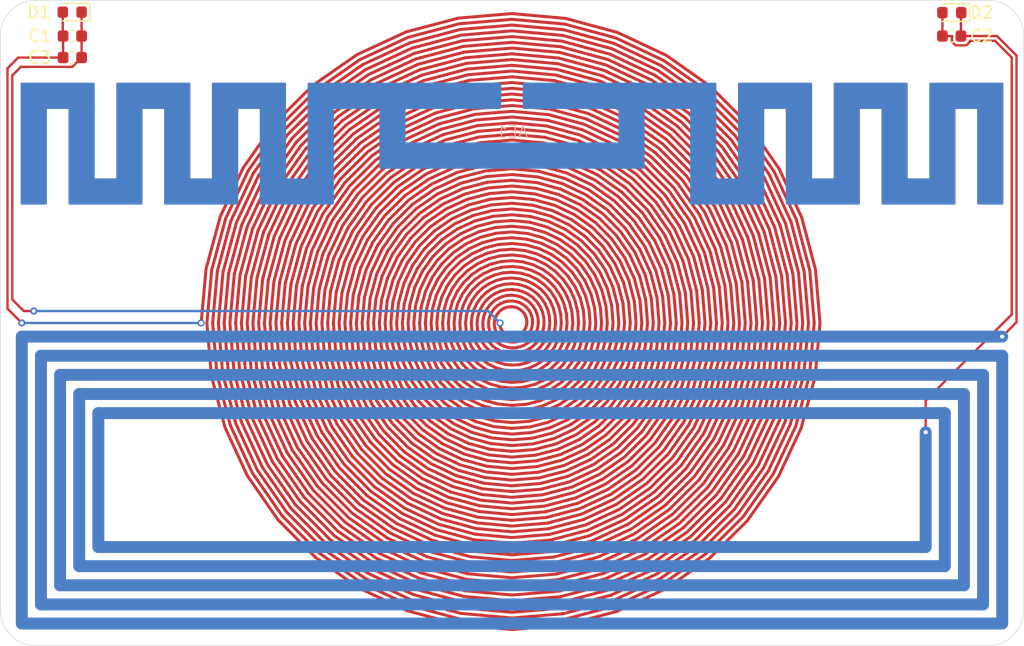
<source format=kicad_pcb>
(kicad_pcb
	(version 20241229)
	(generator "pcbnew")
	(generator_version "9.0")
	(general
		(thickness 0.8)
		(legacy_teardrops no)
	)
	(paper "A4")
	(layers
		(0 "F.Cu" signal)
		(2 "B.Cu" signal)
		(9 "F.Adhes" user "F.Adhesive")
		(11 "B.Adhes" user "B.Adhesive")
		(13 "F.Paste" user)
		(15 "B.Paste" user)
		(5 "F.SilkS" user "F.Silkscreen")
		(7 "B.SilkS" user "B.Silkscreen")
		(1 "F.Mask" user)
		(3 "B.Mask" user)
		(17 "Dwgs.User" user "User.Drawings")
		(19 "Cmts.User" user "User.Comments")
		(21 "Eco1.User" user "User.Eco1")
		(23 "Eco2.User" user "User.Eco2")
		(25 "Edge.Cuts" user)
		(27 "Margin" user)
		(31 "F.CrtYd" user "F.Courtyard")
		(29 "B.CrtYd" user "B.Courtyard")
		(35 "F.Fab" user)
		(33 "B.Fab" user)
		(39 "User.1" user)
		(41 "User.2" user)
		(43 "User.3" user)
		(45 "User.4" user)
	)
	(setup
		(stackup
			(layer "F.SilkS"
				(type "Top Silk Screen")
			)
			(layer "F.Paste"
				(type "Top Solder Paste")
			)
			(layer "F.Mask"
				(type "Top Solder Mask")
				(thickness 0.01)
			)
			(layer "F.Cu"
				(type "copper")
				(thickness 0.035)
			)
			(layer "dielectric 1"
				(type "core")
				(thickness 0.71)
				(material "FR4")
				(epsilon_r 4.5)
				(loss_tangent 0.02)
			)
			(layer "B.Cu"
				(type "copper")
				(thickness 0.035)
			)
			(layer "B.Mask"
				(type "Bottom Solder Mask")
				(thickness 0.01)
			)
			(layer "B.Paste"
				(type "Bottom Solder Paste")
			)
			(layer "B.SilkS"
				(type "Bottom Silk Screen")
			)
			(copper_finish "None")
			(dielectric_constraints no)
		)
		(pad_to_mask_clearance 0)
		(allow_soldermask_bridges_in_footprints no)
		(tenting front back)
		(pcbplotparams
			(layerselection 0x00000000_00000000_55555555_5755f5ff)
			(plot_on_all_layers_selection 0x00000000_00000000_00000000_00000000)
			(disableapertmacros no)
			(usegerberextensions no)
			(usegerberattributes yes)
			(usegerberadvancedattributes yes)
			(creategerberjobfile yes)
			(dashed_line_dash_ratio 12.000000)
			(dashed_line_gap_ratio 3.000000)
			(svgprecision 4)
			(plotframeref no)
			(mode 1)
			(useauxorigin no)
			(hpglpennumber 1)
			(hpglpenspeed 20)
			(hpglpendiameter 15.000000)
			(pdf_front_fp_property_popups yes)
			(pdf_back_fp_property_popups yes)
			(pdf_metadata yes)
			(pdf_single_document no)
			(dxfpolygonmode yes)
			(dxfimperialunits yes)
			(dxfusepcbnewfont yes)
			(psnegative no)
			(psa4output no)
			(plot_black_and_white yes)
			(sketchpadsonfab no)
			(plotpadnumbers no)
			(hidednponfab no)
			(sketchdnponfab yes)
			(crossoutdnponfab yes)
			(subtractmaskfromsilk no)
			(outputformat 1)
			(mirror no)
			(drillshape 1)
			(scaleselection 1)
			(outputdirectory "")
		)
	)
	(net 0 "")
	(net 1 "Net-(D1-K)")
	(net 2 "Net-(D1-A)")
	(net 3 "Net-(D2-K)")
	(net 4 "Net-(D2-A)")
	(net 5 "unconnected-(AE1-Pad1)")
	(net 6 "unconnected-(AE1-Pad2)")
	(footprint "LED_SMD:LED_0603_1608Metric" (layer "F.Cu") (at 113.2125 74 180))
	(footprint "Capacitor_SMD:C_0603_1608Metric" (layer "F.Cu") (at 113.225 77.8 180))
	(footprint "Library:Antenna_lf"
		(layer "F.Cu")
		(uuid "b00c9267-93b4-43ee-a13c-d4390fce29fd")
		(at 150 100 180)
		(property "Reference" "L1"
			(at 0 0 0)
			(layer "F.SilkS")
			(hide yes)
			(uuid "b8fb6868-3e93-452d-94d5-13de521fb277")
			(effects
				(font
					(size 1.27 1.27)
					(thickness 0.15)
				)
			)
		)
		(property "Value" "Ant_125kHz"
			(at 0 0 0)
			(layer "F.Fab")
			(uuid "a657c821-9e7b-40c1-80f8-3e39730466a7")
			(effects
				(font
					(size 1.27 1.27)
					(thickness 0.15)
				)
			)
		)
		(property "Datasheet" "~"
			(at 0 0 0)
			(layer "F.Fab")
			(hide yes)
			(uuid "247326c6-d7b7-47d7-8d8c-d3c3aa0210f3")
			(effects
				(font
					(size 1.27 1.27)
					(thickness 0.15)
				)
			)
		)
		(property "Description" "Inductor"
			(at 0 0 0)
			(layer "F.Fab")
			(hide yes)
			(uuid "589ebaef-4ea7-4304-9325-0e51cc334f5d")
			(effects
				(font
					(size 1.27 1.27)
					(thickness 0.15)
				)
			)
		)
		(property ki_fp_filters "Choke_* *Coil* Inductor_* L_*")
		(path "/3eb484b6-b2b6-411b-b1fa-09afa390f39a")
		(sheetname "/")
		(sheetfile "tri-band_rfid_card.kicad_sch")
		(fp_line
			(start 26 0)
			(end 25.591849 4.512533)
			(stroke
				(width 0.25)
				(type default)
			)
			(layer "F.Cu")
			(uuid "b3ee6208-8085-4735-850d-26f71f1da241")
		)
		(fp_line
			(start 25.591849 4.512533)
			(end 24.406909 8.883388)
			(stroke
				(width 0.25)
				(type default)
			)
			(layer "F.Cu")
			(uuid "82cf5531-f3be-478a-83ae-4aa6d87b9dcc")
		)
		(fp_line
			(start 25.51923 0)
			(end 25.118384 4.429048)
			(stroke
				(width 0.25)
				(type default)
			)
			(layer "F.Cu")
			(uuid "1c09e355-39d9-49dc-94fe-4ca19f59cb99")
		)
		(fp_line
			(start 25.144688 -4.433686)
			(end 25.51923 0)
			(stroke
				(width 0.25)
				(type default)
			)
			(layer "F.Cu")
			(uuid "f11840de-e380-4092-9353-b4401d897adb")
		)
		(fp_line
			(start 25.118384 4.429048)
			(end 23.955134 8.718955)
			(stroke
				(width 0.25)
				(type default)
			)
			(layer "F.Cu")
			(uuid "868e6891-55ba-4793-8b58-31ca44856bc4")
		)
		(fp_line
			(start 25.038461 0)
			(end 24.644919 4.345564)
			(stroke
				(width 0.25)
				(type default)
			)
			(layer "F.Cu")
			(uuid "38fcb46e-d36d-4cb5-afed-34b7f4955a4f")
		)
		(fp_line
			(start 24.671222 -4.350202)
			(end 25.038461 0)
			(stroke
				(width 0.25)
				(type default)
			)
			(layer "F.Cu")
			(uuid "268e34c2-ce8b-4239-b644-cc4ab0288dc3")
		)
		(fp_line
			(start 24.644919 4.345564)
			(end 23.503358 8.554523)
			(stroke
				(width 0.25)
				(type default)
			)
			(layer "F.Cu")
			(uuid "e3c82455-462f-477f-9e17-44542a8ca1fc")
		)
		(fp_line
			(start 24.557692 0)
			(end 24.171453 4.262079)
			(stroke
				(width 0.25)
				(type default)
			)
			(layer "F.Cu")
			(uuid "151d74d5-f246-47ba-bc0e-76ca90deedf0")
		)
		(fp_line
			(start 24.406909 8.883388)
			(end 22.481963 12.979967)
			(stroke
				(width 0.25)
				(type default)
			)
			(layer "F.Cu")
			(uuid "789102ca-3ec4-43e9-bfaa-d3a009ac507b")
		)
		(fp_line
			(start 24.197757 -4.266717)
			(end 24.557692 0)
			(stroke
				(width 0.25)
				(type default)
			)
			(layer "F.Cu")
			(uuid "c75c8fe3-eea6-4bd2-b6d3-51766892c283")
		)
		(fp_line
			(start 24.171453 4.262079)
			(end 23.051583 8.39009)
			(stroke
				(width 0.25)
				(type default)
			)
			(layer "F.Cu")
			(uuid "d47f6983-39cc-481c-a272-edb448bf96c3")
		)
		(fp_line
			(start 24.076923 0)
			(end 23.697988 4.178594)
			(stroke
				(width 0.25)
				(type default)
			)
			(layer "F.Cu")
			(uuid "150e4ef7-c7c5-4580-a929-2a59edbd3388")
		)
		(fp_line
			(start 24.005331 -8.737226)
			(end 25.144688 -4.433686)
			(stroke
				(width 0.25)
				(type default)
			)
			(layer "F.Cu")
			(uuid "21c76e39-845e-4c13-b5da-354001dbb770")
		)
		(fp_line
			(start 23.955134 8.718955)
			(end 22.065605 12.739583)
			(stroke
				(width 0.25)
				(type default)
			)
			(layer "F.Cu")
			(uuid "a9845019-f839-4233-b65f-e94a0463d480")
		)
		(fp_line
			(start 23.724292 -4.183232)
			(end 24.076923 0)
			(stroke
				(width 0.25)
				(type default)
			)
			(layer "F.Cu")
			(uuid "32ca74e7-baa5-4de7-adb7-3ded8ad858a8")
		)
		(fp_line
			(start 23.697988 4.178594)
			(end 22.599808 8.225657)
			(stroke
				(width 0.25)
				(type default)
			)
			(layer "F.Cu")
			(uuid "d2faea28-b148-4f76-b5ec-9f5416bbdc69")
		)
		(fp_line
			(start 23.596153 0)
			(end 23.224523 4.09511)
			(stroke
				(width 0.25)
				(type default)
			)
			(layer "F.Cu")
			(uuid "944c8ea5-9a08-4e92-bc7f-99346612d052")
		)
		(fp_line
			(start 23.553556 -8.572793)
			(end 24.671222 -4.350202)
			(stroke
				(width 0.25)
				(type default)
			)
			(layer "F.Cu")
			(uuid "8cfc7fa9-7556-438d-8e19-bc6d4945cfbd")
		)
		(fp_line
			(start 23.503358 8.554523)
			(end 21.649247 12.499198)
			(stroke
				(width 0.25)
				(type default)
			)
			(layer "F.Cu")
			(uuid "c6a76727-c933-45da-bef9-eb7dc0165dfc")
		)
		(fp_line
			(start 23.250827 -4.099748)
			(end 23.596153 0)
			(stroke
				(width 0.25)
				(type default)
			)
			(layer "F.Cu")
			(uuid "9c00bc9f-e06e-49fe-894b-04af408f1ed5")
		)
		(fp_line
			(start 23.224523 4.09511)
			(end 22.148033 8.061224)
			(stroke
				(width 0.25)
				(type default)
			)
			(layer "F.Cu")
			(uuid "c7f5eb5c-9d7a-4f19-bcdb-6ec285f7e692")
		)
		(fp_line
			(start 23.115384 0)
			(end 22.751058 4.011625)
			(stroke
				(width 0.25)
				(type default)
			)
			(layer "F.Cu")
			(uuid "ea96406f-46d2-4e47-9790-90b75f232c2b")
		)
		(fp_line
			(start 23.10178 -8.40836)
			(end 24.197757 -4.266717)
			(stroke
				(width 0.25)
				(type default)
			)
			(layer "F.Cu")
			(uuid "db97bdd7-c982-4d6f-8faa-bbe86ce8d14b")
		)
		(fp_line
			(start 23.051583 8.39009)
			(end 21.232888 12.258814)
			(stroke
				(width 0.25)
				(type default)
			)
			(layer "F.Cu")
			(uuid "3e68ec78-a751-4d32-bd4d-e061574f8ee0")
		)
		(fp_line
			(start 22.777361 -4.016263)
			(end 23.115384 0)
			(stroke
				(width 0.25)
				(type default)
			)
			(layer "F.Cu")
			(uuid "886c2184-f2e9-4127-aa87-1477cb94dc7e")
		)
		(fp_line
			(start 22.751058 4.011625)
			(end 21.696257 7.896792)
			(stroke
				(width 0.25)
				(type default)
			)
			(layer "F.Cu")
			(uuid "16b1629e-c90b-4ed6-8076-7fbdc4461a0b")
		)
		(fp_line
			(start 22.650005 -8.243927)
			(end 23.724292 -4.183232)
			(stroke
				(width 0.25)
				(type default)
			)
			(layer "F.Cu")
			(uuid "3f85f27d-52bd-4033-ac95-8bdde5cf0877")
		)
		(fp_line
			(start 22.634615 0)
			(end 22.277592 3.92814)
			(stroke
				(width 0.25)
				(type default)
			)
			(layer "F.Cu")
			(uuid "cee53539-4eee-4ac4-a9ac-633b39cf2a7e")
		)
		(fp_line
			(start 22.599808 8.225657)
			(end 20.81653 12.018429)
			(stroke
				(width 0.25)
				(type default)
			)
			(layer "F.Cu")
			(uuid "d3a1af80-2d95-4e40-91df-a03492a3b3cb")
		)
		(fp_line
			(start 22.481963 12.979967)
			(end 19.876234 16.67814)
			(stroke
				(width 0.25)
				(type default)
			)
			(layer "F.Cu")
			(uuid "9c90872e-9095-403e-9104-bc46f80ecead")
		)
		(fp_line
			(start 22.303896 -3.932778)
			(end 22.634615 0)
			(stroke
				(width 0.25)
				(type default)
			)
			(layer "F.Cu")
			(uuid "261c0d29-1905-4c4a-8a46-7f3af6a56959")
		)
		(fp_line
			(start 22.277592 3.92814)
			(end 21.244482 7.732359)
			(stroke
				(width 0.25)
				(type default)
			)
			(layer "F.Cu")
			(uuid "8ba064c0-76cf-45cf-98aa-cc1310397251")
		)
		(fp_line
			(start 22.19823 -8.079495)
			(end 23.250827 -4.099748)
			(stroke
				(width 0.25)
				(type default)
			)
			(layer "F.Cu")
			(uuid "a29c5ee8-84ef-4b4a-89d9-c1f6c377e96a")
		)
		(fp_line
			(start 22.153846 0)
			(end 21.804127 3.844655)
			(stroke
				(width 0.25)
				(type default)
			)
			(layer "F.Cu")
			(uuid "2a6acce1-2248-4fc8-a80a-7fe64b2a490e")
		)
		(fp_line
			(start 22.148033 8.061224)
			(end 20.400172 11.778044)
			(stroke
				(width 0.25)
				(type default)
			)
			(layer "F.Cu")
			(uuid "e30293ed-f342-45fb-9fde-84d1c99fd94d")
		)
		(fp_line
			(start 22.134998 -12.779647)
			(end 24.005331 -8.737226)
			(stroke
				(width 0.25)
				(type default)
			)
			(layer "F.Cu")
			(uuid "1d554922-45be-4487-813d-1d97ce5d136f")
		)
		(fp_line
			(start 22.065605 12.739583)
			(end 19.507943 16.369108)
			(stroke
				(width 0.25)
				(type default)
			)
			(layer "F.Cu")
			(uuid "7db9fcfe-f731-4032-8bb3-9827d4df2912")
		)
		(fp_line
			(start 21.830431 -3.849294)
			(end 22.153846 0)
			(stroke
				(width 0.25)
				(type default)
			)
			(layer "F.Cu")
			(uuid "cd3d0cfa-8eec-43ae-a86e-fad0f643c2cb")
		)
		(fp_line
			(start 21.804127 3.844655)
			(end 20.792707 7.567926)
			(stroke
				(width 0.25)
				(type default)
			)
			(layer "F.Cu")
			(uuid "3866a0e6-27cb-4a24-a7ea-f7c93d35da9c")
		)
		(fp_line
			(start 21.746454 -7.915062)
			(end 22.777361 -4.016263)
			(stroke
				(width 0.25)
				(type default)
			)
			(layer "F.Cu")
			(uuid "eafa2176-1cbd-4713-8bb2-618dfaef77bf")
		)
		(fp_line
			(start 21.71864 -12.539262)
			(end 23.553556 -8.572793)
			(stroke
				(width 0.25)
				(type default)
			)
			(layer "F.Cu")
			(uuid "8ac14174-2abd-4848-9d77-6058ab0722cb")
		)
		(fp_line
			(start 21.696257 7.896792)
			(end 19.983813 11.53766)
			(stroke
				(width 0.25)
				(type default)
			)
			(layer "F.Cu")
			(uuid "5ea22898-7790-41d8-ab7d-f9cd4c0a545b")
		)
		(fp_line
			(start 21.673076 0)
			(end 21.330662 3.761171)
			(stroke
				(width 0.25)
				(type default)
			)
			(layer "F.Cu")
			(uuid "a239ac44-bf02-4bd8-96e4-8fd3cb77ba2e")
		)
		(fp_line
			(start 21.649247 12.499198)
			(end 19.139653 16.060075)
			(stroke
				(width 0.25)
				(type default)
			)
			(layer "F.Cu")
			(uuid "e4f3998c-d726-4d50-8377-d1c30f4652e0")
		)
		(fp_line
			(start 21.356965 -3.765809)
			(end 21.673076 0)
			(stroke
				(width 0.25)
				(type default)
			)
			(layer "F.Cu")
			(uuid "22322dde-6d2b-4bf3-8c09-58a9bce4e4ae")
		)
		(fp_line
			(start 21.330662 3.761171)
			(end 20.340931 7.403493)
			(stroke
				(width 0.25)
				(type default)
			)
			(layer "F.Cu")
			(uuid "9007b2fb-f983-4594-9a62-28bf08ece278")
		)
		(fp_line
			(start 21.302281 -12.298878)
			(end 23.10178 -8.40836)
			(stroke
				(width 0.25)
				(type default)
			)
			(layer "F.Cu")
			(uuid "7e77a8f4-19dc-4a7f-a299-a63c6c1ae137")
		)
		(fp_line
			(start 21.294679 -7.750629)
			(end 22.303896 -3.932778)
			(stroke
				(width 0.25)
				(type default)
			)
			(layer "F.Cu")
			(uuid "ac3a4690-578a-4605-aa7c-7de7e5c5860d")
		)
		(fp_line
			(start 21.244482 7.732359)
			(end 19.567455 11.297275)
			(stroke
				(width 0.25)
				(type default)
			)
			(layer "F.Cu")
			(uuid "b462eb58-eff0-4cf0-9b99-9cbebb3d69d7")
		)
		(fp_line
			(start 21.232888 12.258814)
			(end 18.771362 15.751043)
			(stroke
				(width 0.25)
				(type default)
			)
			(layer "F.Cu")
			(uuid "c3dd7be2-7315-4d44-b6e4-7b905b5ebe95")
		)
		(fp_line
			(start 21.192307 0)
			(end 20.857197 3.677686)
			(stroke
				(width 0.25)
				(type default)
			)
			(layer "F.Cu")
			(uuid "7819ca86-0fed-4638-a0d2-8dd968ce60a7")
		)
		(fp_line
			(start 20.885923 -12.058493)
			(end 22.650005 -8.243927)
			(stroke
				(width 0.25)
				(type default)
			)
			(layer "F.Cu")
			(uuid "9323d692-f414-46bc-b157-07e26a70674a")
		)
		(fp_line
			(start 20.8835 -3.682324)
			(end 21.192307 0)
			(stroke
				(width 0.25)
				(type default)
			)
			(layer "F.Cu")
			(uuid "60ee3a14-db8b-4390-9bb2-df81c7b620a2")
		)
		(fp_line
			(start 20.857197 3.677686)
			(end 19.889156 7.23906)
			(stroke
				(width 0.25)
				(type default)
			)
			(layer "F.Cu")
			(uuid "e16710ae-78d2-452c-be0a-ba625ff931d6")
		)
		(fp_line
			(start 20.842904 -7.586196)
			(end 21.830431 -3.849294)
			(stroke
				(width 0.25)
				(type default)
			)
			(layer "F.Cu")
			(uuid "7f6f8bac-3405-48df-9a74-8a471c761cdd")
		)
		(fp_line
			(start 20.81653 12.018429)
			(end 18.403071 15.44201)
			(stroke
				(width 0.25)
				(type default)
			)
			(layer "F.Cu")
			(uuid "c70b0131-4d32-4f40-800d-c3cdd7302367")
		)
		(fp_line
			(start 20.792707 7.567926)
			(end 19.151097 11.056891)
			(stroke
				(width 0.25)
				(type default)
			)
			(layer "F.Cu")
			(uuid "1cdd310e-1c96-4fcc-8c0b-297c187e0459")
		)
		(fp_line
			(start 20.711538 0)
			(end 20.383731 3.594201)
			(stroke
				(width 0.25)
				(type default)
			)
			(layer "F.Cu")
			(uuid "903c3041-ea16-4d60-87ac-d5330bbd8c38")
		)
		(fp_line
			(start 20.469565 -11.818108)
			(end 22.19823 -8.079495)
			(stroke
				(width 0.25)
				(type default)
			)
			(layer "F.Cu")
			(uuid "21745726-42d8-41d8-8618-8f7956c1bc8b")
		)
		(fp_line
			(start 20.410035 -3.598839)
			(end 20.711538 0)
			(stroke
				(width 0.25)
				(type default)
			)
			(layer "F.Cu")
			(uuid "632021ab-b380-436e-acce-65ac7bd73941")
		)
		(fp_line
			(start 20.400172 11.778044)
			(end 18.034781 15.132978)
			(stroke
				(width 0.25)
				(type default)
			)
			(layer "F.Cu")
			(uuid "cb234a23-a738-431e-9d38-6b9f52d374e2")
		)
		(fp_line
			(start 20.391129 -7.421764)
			(end 21.356965 -3.765809)
			(stroke
				(width 0.25)
				(type default)
			)
			(layer "F.Cu")
			(uuid "79729983-8a01-41c8-985f-69bdb30f1b04")
		)
		(fp_line
			(start 20.383731 3.594201)
			(end 19.437381 7.074628)
			(stroke
				(width 0.25)
				(type default)
			)
			(layer "F.Cu")
			(uuid "c4e78ad9-27e8-42c5-80f1-0e9d57b90d1c")
		)
		(fp_line
			(start 20.340931 7.403493)
			(end 18.734738 10.816506)
			(stroke
				(width 0.25)
				(type default)
			)
			(layer "F.Cu")
			(uuid "4f18765a-79d1-4c1f-99db-b421ae88046f")
		)
		(fp_line
			(start 20.230769 0)
			(end 19.910266 3.510717)
			(stroke
				(width 0.25)
				(type default)
			)
			(layer "F.Cu")
			(uuid "fc829110-06fa-4252-8e7a-df09d850d7af")
		)
		(fp_line
			(start 20.053206 -11.577724)
			(end 21.746454 -7.915062)
			(stroke
				(width 0.25)
				(type default)
			)
			(layer "F.Cu")
			(uuid "bad63172-6cc2-4334-a7c6-79247c8c76ca")
		)
		(fp_line
			(start 19.983813 11.53766)
			(end 17.66649 14.823945)
			(stroke
				(width 0.25)
				(type default)
			)
			(layer "F.Cu")
			(uuid "e49acc7e-75ba-4ac2-8417-29b80999fa3a")
		)
		(fp_line
			(start 19.939353 -7.257331)
			(end 20.8835 -3.682324)
			(stroke
				(width 0.25)
				(type default)
			)
			(layer "F.Cu")
			(uuid "2338e3e9-c0e2-4ec9-a47d-63d0b6766e7b")
		)
		(fp_line
			(start 19.93657 -3.515355)
			(end 20.230769 0)
			(stroke
				(width 0.25)
				(type default)
			)
			(layer "F.Cu")
			(uuid "2c80f92d-6ef4-48de-9480-f7f8c646b6e4")
		)
		(fp_line
			(start 19.910266 3.510717)
			(end 18.985605 6.910195)
			(stroke
				(width 0.25)
				(type default)
			)
			(layer "F.Cu")
			(uuid "99217275-17f7-452f-b084-823b55212b7b")
		)
		(fp_line
			(start 19.889156 7.23906)
			(end 18.31838 10.576121)
			(stroke
				(width 0.25)
				(type default)
			)
			(layer "F.Cu")
			(uuid "7be687fb-ed38-4b0f-9e85-e1f92d1e7b44")
		)
		(fp_line
			(start 19.876234 16.67814)
			(end 16.669556 19.866004)
			(stroke
				(width 0.25)
				(type default)
			)
			(layer "F.Cu")
			(uuid "c37c3435-f966-4d9c-9c78-4309cd12d709")
		)
		(fp_line
			(start 19.75 0)
			(end 19.436801 3.427232)
			(stroke
				(width 0.25)
				(type default)
			)
			(layer "F.Cu")
			(uuid "20cdb22b-ace2-4ee5-97be-a42aba5ef91b")
		)
		(fp_line
			(start 19.636848 -11.337339)
			(end 21.294679 -7.750629)
			(stroke
				(width 0.25)
				(type default)
			)
			(layer "F.Cu")
			(uuid "39c0393b-f893-4734-96c7-eaeef6c06266")
		)
		(fp_line
			(start 19.589786 -16.437782)
			(end 22.134998 -12.779647)
			(stroke
				(width 0.25)
				(type default)
			)
			(layer "F.Cu")
			(uuid "cba42f20-ffba-483a-b84a-064d0ed98bdf")
		)
		(fp_line
			(start 19.567455 11.297275)
			(end 17.2982 14.514913)
			(stroke
				(width 0.25)
				(type default)
			)
			(layer "F.Cu")
			(uuid "3b585a40-a8f8-4a77-8d13-4f9f0037dd22")
		)
		(fp_line
			(start 19.507943 16.369108)
			(end 16.360524 19.497713)
			(stroke
				(width 0.25)
				(type default)
			)
			(layer "F.Cu")
			(uuid "5cba01de-2cba-4e73-97ed-15364af4bc61")
		)
		(fp_line
			(start 19.487578 -7.092898)
			(end 20.410035 -3.598839)
			(stroke
				(width 0.25)
				(type default)
			)
			(layer "F.Cu")
			(uuid "98a9d189-cb47-482a-b774-db8660682a0a")
		)
		(fp_line
			(start 19.463104 -3.43187)
			(end 19.75 0)
			(stroke
				(width 0.25)
				(type default)
			)
			(layer "F.Cu")
			(uuid "da75963f-e38e-4268-829e-b1bf7880122d")
		)
		(fp_line
			(start 19.437381 7.074628)
			(end 17.902021 10.335737)
			(stroke
				(width 0.25)
				(type default)
			)
			(layer "F.Cu")
			(uuid "dff72695-e0a5-4c1e-8f41-ab56ed4e0706")
		)
		(fp_line
			(start 19.436801 3.427232)
			(end 18.53383 6.745762)
			(stroke
				(width 0.25)
				(type default)
			)
			(layer "F.Cu")
			(uuid "01ba1b60-288c-4674-93f7-cba7b87e4d2b")
		)
		(fp_line
			(start 19.26923 0)
			(end 18.963336 3.343747)
			(stroke
				(width 0.25)
				(type default)
			)
			(layer "F.Cu")
			(uuid "6fee8a69-eda1-4d7a-bcee-a9465c2def2e")
		)
		(fp_line
			(start 19.221495 -16.128749)
			(end 21.71864 -12.539262)
			(stroke
				(width 0.25)
				(type default)
			)
			(layer "F.Cu")
			(uuid "d59dbab5-5ed2-489e-b2a4-1a36f1c256d1")
		)
		(fp_line
			(start 19.22049 -11.096955)
			(end 20.842904 -7.586196)
			(stroke
				(width 0.25)
				(type default)
			)
			(layer "F.Cu")
			(uuid "1caefe57-f10f-43e9-972f-b5ff76514f8f")
		)
		(fp_line
			(start 19.151097 11.056891)
			(end 16.929909 14.20588)
			(stroke
				(width 0.25)
				(type default)
			)
			(layer "F.Cu")
			(uuid "88469cc7-483b-4632-8ad0-0ae7463e96bb")
		)
		(fp_line
			(start 19.139653 16.060075)
			(end 16.051491 19.129422)
			(stroke
				(width 0.25)
				(type default)
			)
			(layer "F.Cu")
			(uuid "30c683bc-203c-47e3-b30a-58abe9411f3b")
		)
		(fp_line
			(start 19.035803 -6.928465)
			(end 19.93657 -3.515355)
			(stroke
				(width 0.25)
				(type default)
			)
			(layer "F.Cu")
			(uuid "4acc877b-4bc3-4c96-b65b-749664623e97")
		)
		(fp_line
			(start 18.989639 -3.348385)
			(end 19.26923 0)
			(stroke
				(width 0.25)
				(type default)
			)
			(layer "F.Cu")
			(uuid "22416b54-5c19-4116-938a-83b720be08a4")
		)
		(fp_line
			(start 18.985605 6.910195)
			(end 17.485663 10.095352)
			(stroke
				(width 0.25)
				(type default)
			)
			(layer "F.Cu")
			(uuid "04bc6ad7-0a10-4548-bbcf-9685b3309f58")
		)
		(fp_line
			(start 18.963336 3.343747)
			(end 18.082055 6.581329)
			(stroke
				(width 0.25)
				(type default)
			)
			(layer "F.Cu")
			(uuid "4b4e855a-490c-4af7-bc2e-0e5987064f32")
		)
		(fp_line
			(start 18.853204 -15.819717)
			(end 21.302281 -12.298878)
			(stroke
				(width 0.25)
				(type default)
			)
			(layer "F.Cu")
			(uuid "0861aa6f-0562-49e4-aa69-4f5304a59794")
		)
		(fp_line
			(start 18.804131 -10.85657)
			(end 20.391129 -7.421764)
			(stroke
				(width 0.25)
				(type default)
			)
			(layer "F.Cu")
			(uuid "2c01f614-c461-4e83-bf21-34365c6eeff6")
		)
		(fp_line
			(start 18.788461 0)
			(end 18.48987 3.260263)
			(stroke
				(width 0.25)
				(type default)
			)
			(layer "F.Cu")
			(uuid "a01ac571-a827-4374-8433-c3af5a79a004")
		)
		(fp_line
			(start 18.771362 15.751043)
			(end 15.742459 18.761132)
			(stroke
				(width 0.25)
				(type default)
			)
			(layer "F.Cu")
			(uuid "48df2222-8ee2-4448-8737-1bbdc8d210fb")
		)
		(fp_line
			(start 18.734738 10.816506)
			(end 16.561618 13.896848)
			(stroke
				(width 0.25)
				(type default)
			)
			(layer "F.Cu")
			(uuid "24b03c68-10fb-4f0e-9b0b-19f799e3d46d")
		)
		(fp_line
			(start 18.584027 -6.764032)
			(end 19.463104 -3.43187)
			(stroke
				(width 0.25)
				(type default)
			)
			(layer "F.Cu")
			(uuid "38694967-a944-4d78-9800-a788a81c64ac")
		)
		(fp_line
			(start 18.53383 6.745762)
			(end 17.069305 9.854967)
			(stroke
				(width 0.25)
				(type default)
			)
			(layer "F.Cu")
			(uuid "d198393c-c6d6-4e85-b9a4-5c5473347b74")
		)
		(fp_line
			(start 18.516174 -3.264901)
			(end 18.788461 0)
			(stroke
				(width 0.25)
				(type default)
			)
			(layer "F.Cu")
			(uuid "01870e2e-c9f7-48b3-b6d2-83085ee08b2d")
		)
		(fp_line
			(start 18.48987 3.260263)
			(end 17.63028 6.416897)
			(stroke
				(width 0.25)
				(type default)
			)
			(layer "F.Cu")
			(uuid "06e5a5f4-5ea1-43c9-a1b2-3760246cf53a")
		)
		(fp_line
			(start 18.484914 -15.510684)
			(end 20.885923 -12.058493)
			(stroke
				(width 0.25)
				(type default)
			)
			(layer "F.Cu")
			(uuid "ddc53689-eb6d-48a9-b13c-cf375e879142")
		)
		(fp_line
			(start 18.403071 15.44201)
			(end 15.433426 18.392841)
			(stroke
				(width 0.25)
				(type default)
			)
			(layer "F.Cu")
			(uuid "c1a1e175-6f45-4e93-8c72-39f9e84fa2d2")
		)
		(fp_line
			(start 18.387773 -10.616185)
			(end 19.939353 -7.257331)
			(stroke
				(width 0.25)
				(type default)
			)
			(layer "F.Cu")
			(uuid "1f73432f-a912-4fd4-b9df-270d6cffbd2d")
		)
		(fp_line
			(start 18.31838 10.576121)
			(end 16.193328 13.587815)
			(stroke
				(width 0.25)
				(type default)
			)
			(layer "F.Cu")
			(uuid "d34c422f-6638-4dd0-82c6-7dfdb6f1194d")
		)
		(fp_line
			(start 18.307692 0)
			(end 18.016405 3.176778)
			(stroke
				(width 0.25)
				(type default)
			)
			(layer "F.Cu")
			(uuid "633b1a09-5453-4464-b043-bee26ed48053")
		)
		(fp_line
			(start 18.132252 -6.5996)
			(end 18.989639 -3.348385)
			(stroke
				(width 0.25)
				(type default)
			)
			(layer "F.Cu")
			(uuid "1494f3f3-06c3-454a-a0f1-215d468260ce")
		)
		(fp_line
			(start 18.116623 -15.201652)
			(end 20.469565 -11.818108)
			(stroke
				(width 0.25)
				(type default)
			)
			(layer "F.Cu")
			(uuid "89ac2b1f-b547-46fa-87ab-42e3f05c6c7f")
		)
		(fp_line
			(start 18.082055 6.581329)
			(end 16.652946 9.614583)
			(stroke
				(width 0.25)
				(type default)
			)
			(layer "F.Cu")
			(uuid "aee5f3b4-5506-4e44-8c8b-5708d7d3cae8")
		)
		(fp_line
			(start 18.042709 -3.181416)
			(end 18.307692 0)
			(stroke
				(width 0.25)
				(type default)
			)
			(layer "F.Cu")
			(uuid "d69dda5c-94f6-4784-8386-5039b6611ac0")
		)
		(fp_line
			(start 18.034781 15.132978)
			(end 15.124394 18.024551)
			(stroke
				(width 0.25)
				(type default)
			)
			(layer "F.Cu")
			(uuid "4a99ecdc-34cc-4de0-a015-374fc4c3e067")
		)
		(fp_line
			(start 18.016405 3.176778)
			(end 17.178504 6.252464)
			(stroke
				(width 0.25)
				(type default)
			)
			(layer "F.Cu")
			(uuid "4d81146e-08dc-42c3-99fe-5d3f8d29a9cb")
		)
		(fp_line
			(start 17.971414 -10.375801)
			(end 19.487578 -7.092898)
			(stroke
				(width 0.25)
				(type default)
			)
			(layer "F.Cu")
			(uuid "25dbe16f-a576-4535-9b89-8d9ac8a151a2")
		)
		(fp_line
			(start 17.902021 10.335737)
			(end 15.825037 13.278783)
			(stroke
				(width 0.25)
				(type default)
			)
			(layer "F.Cu")
			(uuid "2be07406-ec3a-41a9-9add-622cc35efc98")
		)
		(fp_line
			(start 17.826923 0)
			(end 17.54294 3.093293)
			(stroke
				(width 0.25)
				(type default)
			)
			(layer "F.Cu")
			(uuid "fdbaf2df-df7d-4e59-81b3-83ad7edd5e35")
		)
		(fp_line
			(start 17.748333 -14.892619)
			(end 20.053206 -11.577724)
			(stroke
				(width 0.25)
				(type default)
			)
			(layer "F.Cu")
			(uuid "20a5692b-31fd-4cae-8910-cacb50f43094")
		)
		(fp_line
			(start 17.680477 -6.435167)
			(end 18.516174 -3.264901)
			(stroke
				(width 0.25)
				(type default)
			)
			(layer "F.Cu")
			(uuid "7afb0154-14ba-409c-87f6-82e105690d84")
		)
		(fp_line
			(start 17.66649 14.823945)
			(end 14.815361 17.65626)
			(stroke
				(width 0.25)
				(type default)
			)
			(layer "F.Cu")
			(uuid "0d3d52cc-e164-4bf1-93de-ebf493a1b473")
		)
		(fp_line
			(start 17.63028 6.416897)
			(end 16.236588 9.374198)
			(stroke
				(width 0.25)
				(type default)
			)
			(layer "F.Cu")
			(uuid "68040eaf-90ff-4758-b6ab-66d9c87b2f9d")
		)
		(fp_line
			(start 17.569243 -3.097931)
			(end 17.826923 0)
			(stroke
				(width 0.25)
				(type default)
			)
			(layer "F.Cu")
			(uuid "87d7c8b8-88c6-46bf-8fa5-3f5f78146264")
		)
		(fp_line
			(start 17.555056 -10.135416)
			(end 19.035803 -6.928465)
			(stroke
				(width 0.25)
				(type default)
			)
			(layer "F.Cu")
			(uuid "8c1e17ae-3c59-4326-8f9e-f067f9c37d0b")
		)
		(fp_line
			(start 17.54294 3.093293)
			(end 16.726729 6.088031)
			(stroke
				(width 0.25)
				(type default)
			)
			(layer "F.Cu")
			(uuid "e13f4796-b994-4913-81e8-c993495b8e49")
		)
		(fp_line
			(start 17.485663 10.095352)
			(end 15.456747 12.96975)
			(stroke
				(width 0.25)
				(type default)
			)
			(layer "F.Cu")
			(uuid "21861e88-9ef9-4491-9882-4d3b5bf6a3bc")
		)
		(fp_line
			(start 17.380042 -14.583587)
			(end 19.636848 -11.337339)
			(stroke
				(width 0.25)
				(type default)
			)
			(layer "F.Cu")
			(uuid "a7eebb39-2aa9-4946-ad90-a60ca00c38a9")
		)
		(fp_line
			(start 17.346153 0)
			(end 17.069474 3.009808)
			(stroke
				(width 0.25)
				(type default)
			)
			(layer "F.Cu")
			(uuid "7e1040f0-e714-464f-9b29-1374a7c50689")
		)
		(fp_line
			(start 17.2982 14.514913)
			(end 14.506329 17.287969)
			(stroke
				(width 0.25)
				(type default)
			)
			(layer "F.Cu")
			(uuid "e8746fa6-3c4b-4edb-9d9d-887fa680840c")
		)
		(fp_line
			(start 17.228701 -6.270734)
			(end 18.042709 -3.181416)
			(stroke
				(width 0.25)
				(type default)
			)
			(layer "F.Cu")
			(uuid "46c87b79-965d-4a81-b436-67acebf28724")
		)
		(fp_line
			(start 17.178504 6.252464)
			(end 15.82023 9.133814)
			(stroke
				(width 0.25)
				(type default)
			)
			(layer "F.Cu")
			(uuid "2392981a-ed4b-404b-98da-ebcf4c82fbb9")
		)
		(fp_line
			(start 17.138698 -9.895032)
			(end 18.584027 -6.764032)
			(stroke
				(width 0.25)
				(type default)
			)
			(layer "F.Cu")
			(uuid "5c4490e6-1642-4d98-9598-f680b73bd6ad")
		)
		(fp_line
			(start 17.095778 -3.014447)
			(end 17.346153 0)
			(stroke
				(width 0.25)
				(type default)
			)
			(layer "F.Cu")
			(uuid "e417a35f-48e1-448b-9aae-2f4e498a2ecf")
		)
		(fp_line
			(start 17.069474 3.009808)
			(end 16.274954 5.923598)
			(stroke
				(width 0.25)
				(type default)
			)
			(layer "F.Cu")
			(uuid "6d7dd913-e6b0-426c-9fee-5691b8162601")
		)
		(fp_line
			(start 17.069305 9.854967)
			(end 15.088456 12.660718)
			(stroke
				(width 0.25)
				(type default)
			)
			(layer "F.Cu")
			(uuid "94dcae2e-427c-4315-ad97-bd83a417320f")
		)
		(fp_line
			(start 17.011751 -14.274554)
			(end 19.22049 -11.096955)
			(stroke
				(width 0.25)
				(type default)
			)
			(layer "F.Cu")
			(uuid "fc9361e9-f21d-4e75-accc-e6bd88571da3")
		)
		(fp_line
			(start 16.929909 14.20588)
			(end 14.197296 16.919679)
			(stroke
				(width 0.25)
				(type default)
			)
			(layer "F.Cu")
			(uuid "65c8ac99-8e8b-4e2b-94a0-7fe04e0ab787")
		)
		(fp_line
			(start 16.865384 0)
			(end 16.596009 2.926324)
			(stroke
				(width 0.25)
				(type default)
			)
			(layer "F.Cu")
			(uuid "b2b879a1-a5f9-4249-8b3e-47dd89c50920")
		)
		(fp_line
			(start 16.776926 -6.106301)
			(end 17.569243 -3.097931)
			(stroke
				(width 0.25)
				(type default)
			)
			(layer "F.Cu")
			(uuid "d042a0ba-d9d2-419b-b7f7-7bb6cd48a753")
		)
		(fp_line
			(start 16.726729 6.088031)
			(end 15.403871 8.893429)
			(stroke
				(width 0.25)
				(type default)
			)
			(layer "F.Cu")
			(uuid "8a514eeb-b401-42b3-a32c-9933407f7274")
		)
		(fp_line
			(start 16.722339 -9.654647)
			(end 18.132252 -6.5996)
			(stroke
				(width 0.25)
				(type default)
			)
			(layer "F.Cu")
			(uuid "f97db9e5-5e8f-44d1-ba5f-5973ccaec161")
		)
		(fp_line
			(start 16.669556 19.866004)
			(end 12.959935 22.447267)
			(stroke
				(width 0.25)
				(type default)
			)
			(layer "F.Cu")
			(uuid "bc24caeb-7b08-456e-a948-b35c52b1b4a5")
		)
		(fp_line
			(start 16.652946 9.614583)
			(end 14.720165 12.351685)
			(stroke
				(width 0.25)
				(type default)
			)
			(layer "F.Cu")
			(uuid "2e86e0c2-9ebd-498e-8385-5c8597e71cc0")
		)
		(fp_line
			(start 16.643461 -13.965522)
			(end 18.804131 -10.85657)
			(stroke
				(width 0.25)
				(type default)
			)
			(layer "F.Cu")
			(uuid "b962b64c-6120-43dc-838e-c8224afd8c29")
		)
		(fp_line
			(start 16.622313 -2.930962)
			(end 16.865384 0)
			(stroke
				(width 0.25)
				(type default)
			)
			(layer "F.Cu")
			(uuid "fef3e9b4-08cb-48ed-9033-12ab986630c5")
		)
		(fp_line
			(start 16.596009 2.926324)
			(end 15.823178 5.759166)
			(stroke
				(width 0.25)
				(type default)
			)
			(layer "F.Cu")
			(uuid "a9937b6e-5c0b-4e59-83c1-a689e7fedf06")
		)
		(fp_line
			(start 16.561618 13.896848)
			(end 13.888264 16.551388)
			(stroke
				(width 0.25)
				(type default)
			)
			(layer "F.Cu")
			(uuid "d304ad70-4e51-4268-b2bf-28f4b603da0c")
		)
		(fp_line
			(start 16.446366 -19.600016)
			(end 19.589786 -16.437782)
			(stroke
				(width 0.25)
				(type default)
			)
			(layer "F.Cu")
			(uuid "6618854e-a09f-4de2-a268-8ee391218528")
		)
		(fp_line
			(start 16.384615 0)
			(end 16.122544 2.842839)
			(stroke
				(width 0.25)
				(type default)
			)
			(layer "F.Cu")
			(uuid "990e4a57-dc51-499f-b0b4-b9171efbdf57")
		)
		(fp_line
			(start 16.360524 19.497713)
			(end 12.719551 22.030909)
			(stroke
				(width 0.25)
				(type default)
			)
			(layer "F.Cu")
			(uuid "2330d791-10bd-40df-87c9-4c53e2e32c00")
		)
		(fp_line
			(start 16.325151 -5.941869)
			(end 17.095778 -3.014447)
			(stroke
				(width 0.25)
				(type default)
			)
			(layer "F.Cu")
			(uuid "0689b827-4ae6-4a4b-973c-8dcc2349a8c2")
		)
		(fp_line
			(start 16.305981 -9.414262)
			(end 17.680477 -6.435167)
			(stroke
				(width 0.25)
				(type default)
			)
			(layer "F.Cu")
			(uuid "61bf9592-6729-42b9-9c44-61e007d49989")
		)
		(fp_line
			(start 16.27517 -13.656489)
			(end 18.387773 -10.616185)
			(stroke
				(width 0.25)
				(type default)
			)
			(layer "F.Cu")
			(uuid "f4611ef7-544e-4a6b-b603-d07e245d4111")
		)
		(fp_line
			(start 16.274954 5.923598)
			(end 14.987513 8.653044)
			(stroke
				(width 0.25)
				(type default)
			)
			(layer "F.Cu")
			(uuid "6cb94d75-4bb5-44d2-9702-f52d4b81904d")
		)
		(fp_line
			(start 16.236588 9.374198)
			(end 14.351875 12.042653)
			(stroke
				(width 0.25)
				(type default)
			)
			(layer "F.Cu")
			(uuid "c50a5429-86bc-4561-b3e5-244f90fa5844")
		)
		(fp_line
			(start 16.193328 13.587815)
			(end 13.579231 16.183098)
			(stroke
				(width 0.25)
				(type default)
			)
			(layer "F.Cu")
			(uuid "814e9953-8992-4750-9e0e-0175a71ebc82")
		)
		(fp_line
			(start 16.148848 -2.847477)
			(end 16.384615 0)
			(stroke
				(width 0.25)
				(type default)
			)
			(layer "F.Cu")
			(uuid "d7442b35-43b6-405c-85fd-8eaffe7e770a")
		)
		(fp_line
			(start 16.137334 -19.231725)
			(end 19.221495 -16.128749)
			(stroke
				(width 0.25)
				(type default)
			)
			(layer "F.Cu")
			(uuid "61a814e1-a0e1-4e8f-afc0-6666ad7277db")
		)
		(fp_line
			(start 16.122544 2.842839)
			(end 15.371403 5.594733)
			(stroke
				(width 0.25)
				(type default)
			)
			(layer "F.Cu")
			(uuid "9f7ef7ce-0a5f-4ce3-bd77-cc56cb1b7f4d")
		)
		(fp_line
			(start 16.051491 19.129422)
			(end 12.479166 21.61455)
			(stroke
				(width 0.25)
				(type default)
			)
			(layer "F.Cu")
			(uuid "cba7e184-7627-4b48-b014-4d888c897f36")
		)
		(fp_line
			(start 15.90688 -13.347457)
			(end 17.971414 -10.375801)
			(stroke
				(width 0.25)
				(type default)
			)
			(layer "F.Cu")
			(uuid "d0b87470-b14a-4d69-ac48-2b89344a3322")
		)
		(fp_line
			(start 15.903846 0)
			(end 15.649079 2.759354)
			(stroke
				(width 0.25)
				(type default)
			)
			(layer "F.Cu")
			(uuid "6a072642-94b1-4725-9f40-37ee2b3864a3")
		)
		(fp_line
			(start 15.889623 -9.173878)
			(end 17.228701 -6.270734)
			(stroke
				(width 0.25)
				(type default)
			)
			(layer "F.Cu")
			(uuid "e7396eb6-65fe-47a0-8f48-a482e5202d4c")
		)
		(fp_line
			(start 15.873376 -5.777436)
			(end 16.622313 -2.930962)
			(stroke
				(width 0.25)
				(type default)
			)
			(layer "F.Cu")
			(uuid "e31e214a-0a06-4d51-a21e-1313f601810f")
		)
		(fp_line
			(start 15.828301 -18.863435)
			(end 18.853204 -15.819717)
			(stroke
				(width 0.25)
				(type default)
			)
			(layer "F.Cu")
			(uuid "95c68b9d-5d30-462c-9ef7-0c55ca1420f7")
		)
		(fp_line
			(start 15.825037 13.278783)
			(end 13.270199 15.814807)
			(stroke
				(width 0.25)
				(type default)
			)
			(layer "F.Cu")
			(uuid "906524e2-d43d-4d19-b499-8fe79c2ec986")
		)
		(fp_line
			(start 15.823178 5.759166)
			(end 14.571154 8.41266)
			(stroke
				(width 0.25)
				(type default)
			)
			(layer "F.Cu")
			(uuid "be269181-8b2f-48c2-95d0-737490328442")
		)
		(fp_line
			(start 15.82023 9.133814)
			(end 13.983584 11.73362)
			(stroke
				(width 0.25)
				(type default)
			)
			(layer "F.Cu")
			(uuid "ff467810-1f79-4732-ade8-e23c4b8966a4")
		)
		(fp_line
			(start 15.742459 18.761132)
			(end 12.238782 21.198192)
			(stroke
				(width 0.25)
				(type default)
			)
			(layer "F.Cu")
			(uuid "a9a9c18e-5d24-4c61-b8e4-f21e1ab40ac8")
		)
		(fp_line
			(start 15.675382 -2.763992)
			(end 15.903846 0)
			(stroke
				(width 0.25)
				(type default)
			)
			(layer "F.Cu")
			(uuid "10177fbd-cd2c-4d39-b331-5daba29b97af")
		)
		(fp_line
			(start 15.649079 2.759354)
			(end 14.919628 5.4303)
			(stroke
				(width 0.25)
				(type default)
			)
			(layer "F.Cu")
			(uuid "9ac0babd-ce84-41c8-8ec9-eb93258a712e")
		)
		(fp_line
			(start 15.538589 -13.038424)
			(end 17.555056 -10.135416)
			(stroke
				(width 0.25)
				(type default)
			)
			(layer "F.Cu")
			(uuid "e1ef1c34-e35a-4c1c-a59a-e27b6484326e")
		)
		(fp_line
			(start 15.519269 -18.495144)
			(end 18.484914 -15.510684)
			(stroke
				(width 0.25)
				(type default)
			)
			(layer "F.Cu")
			(uuid "328f7139-2cc9-434d-96cf-46efcdbf74df")
		)
		(fp_line
			(start 15.473264 -8.933493)
			(end 16.776926 -6.106301)
			(stroke
				(width 0.25)
				(type default)
			)
			(layer "F.Cu")
			(uuid "98488f91-8a85-4576-8f9b-43c406b16c69")
		)
		(fp_line
			(start 15.456747 12.96975)
			(end 12.961166 15.446516)
			(stroke
				(width 0.25)
				(type default)
			)
			(layer "F.Cu")
			(uuid "55162b8d-90b7-455a-a5d0-2a52eb211df6")
		)
		(fp_line
			(start 15.433426 18.392841)
			(end 11.998397 20.781833)
			(stroke
				(width 0.25)
				(type default)
			)
			(layer "F.Cu")
			(uuid "6689a880-6dc4-4f24-a50b-b91993849f9e")
		)
		(fp_line
			(start 15.423076 0)
			(end 15.175613 2.67587)
			(stroke
				(width 0.25)
				(type default)
			)
			(layer "F.Cu")
			(uuid "f5e56c79-399a-4151-913d-477b798c18f9")
		)
		(fp_line
			(start 15.4216 -5.613003)
			(end 16.148848 -2.847477)
			(stroke
				(width 0.25)
				(type default)
			)
			(layer "F.Cu")
			(uuid "f46bf223-c0d3-419f-9051-e22c49d587c8")
		)
		(fp_line
			(start 15.403871 8.893429)
			(end 13.615294 11.424588)
			(stroke
				(width 0.25)
				(type default)
			)
			(layer "F.Cu")
			(uuid "49c4d4fb-ec55-40ea-8430-52007bc18745")
		)
		(fp_line
			(start 15.371403 5.594733)
			(end 14.154796 8.172275)
			(stroke
				(width 0.25)
				(type default)
			)
			(layer "F.Cu")
			(uuid "138050b5-002e-4148-815e-96b99dc1ef05")
		)
		(fp_line
			(start 15.210236 -18.126854)
			(end 18.116623 -15.201652)
			(stroke
				(width 0.25)
				(type default)
			)
			(layer "F.Cu")
			(uuid "d82c2d48-5dec-4e13-9c18-be27b485b9d3")
		)
		(fp_line
			(start 15.201917 -2.680508)
			(end 15.423076 0)
			(stroke
				(width 0.25)
				(type default)
			)
			(layer "F.Cu")
			(uuid "6b6520ea-d2cf-4f21-8344-fd9e1ffc15de")
		)
		(fp_line
			(start 15.175613 2.67587)
			(end 14.467852 5.265867)
			(stroke
				(width 0.25)
				(type default)
			)
			(layer "F.Cu")
			(uuid "f758aa66-0825-4311-b63e-0087b4fcae6c")
		)
		(fp_line
			(start 15.170298 -12.729392)
			(end 17.138698 -9.895032)
			(stroke
				(width 0.25)
				(type default)
			)
			(layer "F.Cu")
			(uuid "76e080a8-d1cd-4cd8-9587-60d14cc41645")
		)
		(fp_line
			(start 15.124394 18.024551)
			(end 11.758012 20.365475)
			(stroke
				(width 0.25)
				(type default)
			)
			(layer "F.Cu")
			(uuid "3e9e20df-8abb-461a-8d0d-3dac00f7747b")
		)
		(fp_line
			(start 15.088456 12.660718)
			(end 12.652134 15.078226)
			(stroke
				(width 0.25)
				(type default)
			)
			(layer "F.Cu")
			(uuid "17af689c-af4e-4008-8d49-34de0c3838ae")
		)
		(fp_line
			(start 15.056906 -8.693108)
			(end 16.325151 -5.941869)
			(stroke
				(width 0.25)
				(type default)
			)
			(layer "F.Cu")
			(uuid "6e6c58c5-5db6-460a-8fc9-043c4d39e974")
		)
		(fp_line
			(start 14.987513 8.653044)
			(end 13.247003 11.115555)
			(stroke
				(width 0.25)
				(type default)
			)
			(layer "F.Cu")
			(uuid "d7bad8f3-b9c5-4e4f-949c-17dc43ac5798")
		)
		(fp_line
			(start 14.969825 -5.44857)
			(end 15.675382 -2.763992)
			(stroke
				(width 0.25)
				(type default)
			)
			(layer "F.Cu")
			(uuid "62094cdd-318b-4a2a-a899-0fbf79323e9f")
		)
		(fp_line
			(start 14.942307 0)
			(end 14.702148 2.592385)
			(stroke
				(width 0.25)
				(type default)
			)
			(layer "F.Cu")
			(uuid "37a20182-6ae3-4e0d-a8b4-309ac5f0a967")
		)
		(fp_line
			(start 14.919628 5.4303)
			(end 13.738438 7.931891)
			(stroke
				(width 0.25)
				(type default)
			)
			(layer "F.Cu")
			(uuid "80413e00-fce8-4544-a2b7-f357716a23f1")
		)
		(fp_line
			(start 14.901204 -17.758563)
			(end 17.748333 -14.892619)
			(stroke
				(width 0.25)
				(type default)
			)
			(layer "F.Cu")
			(uuid "83eee53f-7870-437f-8570-346cce5fcec6")
		)
		(fp_line
			(start 14.815361 17.65626)
			(end 11.517628 19.949117)
			(stroke
				(width 0.25)
				(type default)
			)
			(layer "F.Cu")
			(uuid "0c954671-d865-448b-ae3d-16a470dd39da")
		)
		(fp_line
			(start 14.802008 -12.420359)
			(end 16.722339 -9.654647)
			(stroke
				(width 0.25)
				(type default)
			)
			(layer "F.Cu")
			(uuid "68643ad4-902e-432a-87e8-53aa374db5e1")
		)
		(fp_line
			(start 14.728452 -2.597023)
			(end 14.942307 0)
			(stroke
				(width 0.25)
				(type default)
			)
			(layer "F.Cu")
			(uuid "68184fb5-df40-4803-922b-28b410b8f336")
		)
		(fp_line
			(start 14.720165 12.351685)
			(end 12.343101 14.709935)
			(stroke
				(width 0.25)
				(type default)
			)
			(layer "F.Cu")
			(uuid "5958f391-bc3b-4da6-8b90-ce20c7ce9c1b")
		)
		(fp_line
			(start 14.702148 2.592385)
			(end 14.016077 5.101435)
			(stroke
				(width 0.25)
				(type default)
			)
			(layer "F.Cu")
			(uuid "1aa7135c-137e-42ce-bf89-f034feb85a20")
		)
		(fp_line
			(start 14.640548 -8.452724)
			(end 15.873376 -5.777436)
			(stroke
				(width 0.25)
				(type default)
			)
			(layer "F.Cu")
			(uuid "248ba710-7343-4f94-b8ee-705c33acc481")
		)
		(fp_line
			(start 14.592171 -17.390272)
			(end 17.380042 -14.583587)
			(stroke
				(width 0.25)
				(type default)
			)
			(layer "F.Cu")
			(uuid "2a4ead7b-6de8-4076-85ca-4b08a9d8739d")
		)
		(fp_line
			(start 14.571154 8.41266)
			(end 12.878712 10.806523)
			(stroke
				(width 0.25)
				(type default)
			)
			(layer "F.Cu")
			(uuid "0448360e-b216-4cb9-8a5f-8015208fdded")
		)
		(fp_line
			(start 14.51805 -5.284138)
			(end 15.201917 -2.680508)
			(stroke
				(width 0.25)
				(type default)
			)
			(layer "F.Cu")
			(uuid "aef65b2f-422d-4bf1-bf68-44abaae05baf")
		)
		(fp_line
			(start 14.506329 17.287969)
			(end 11.277243 19.532758)
			(stroke
				(width 0.25)
				(type default)
			)
			(layer "F.Cu")
			(uuid "68bd7b19-4c5e-410e-a002-b0fc71ec0b04")
		)
		(fp_line
			(start 14.467852 5.265867)
			(end 13.322079 7.691506)
			(stroke
				(width 0.25)
				(type default)
			)
			(layer "F.Cu")
			(uuid "bb4df2b0-3f0b-4710-9936-faf32f9997ae")
		)
		(fp_line
			(start 14.461538 0)
			(end 14.228683 2.5089)
			(stroke
				(width 0.25)
				(type default)
			)
			(layer "F.Cu")
			(uuid "7943f061-a393-4759-8067-b5d2cce4010d")
		)
		(fp_line
			(start 14.433717 -12.111327)
			(end 16.305981 -9.414262)
			(stroke
				(width 0.25)
				(type default)
			)
			(layer "F.Cu")
			(uuid "1e0cd1c3-a473-4a03-aeae-8ec0fe45403e")
		)
		(fp_line
			(start 14.351875 12.042653)
			(end 12.034069 14.341645)
			(stroke
				(width 0.25)
				(type default)
			)
			(layer "F.Cu")
			(uuid "99669d21-d69b-4d5e-9f62-a7bd9923e4de")
		)
		(fp_line
			(start 14.283138 -17.021982)
			(end 17.011751 -14.274554)
			(stroke
				(width 0.25)
				(type default)
			)
			(layer "F.Cu")
			(uuid "f5d92323-a99a-412a-a8ec-c3c7ab27e0eb")
		)
		(fp_line
			(start 14.254987 -2.513538)
			(end 14.461538 0)
			(stroke
				(width 0.25)
				(type default)
			)
			(layer "F.Cu")
			(uuid "8fbb7a1b-e488-48e6-a241-222b39bcc842")
		)
		(fp_line
			(start 14.228683 2.5089)
			(end 13.564302 4.937002)
			(stroke
				(width 0.25)
				(type default)
			)
			(layer "F.Cu")
			(uuid "df117ee9-5592-41ba-b47f-04fbf24a9126")
		)
		(fp_line
			(start 14.224189 -8.212339)
			(end 15.4216 -5.613003)
			(stroke
				(width 0.25)
				(type default)
			)
			(layer "F.Cu")
			(uuid "ae0a4ee9-2ae3-4785-b328-b6f71164b0fa")
		)
		(fp_line
			(start 14.197296 16.919679)
			(end 11.036858 19.1164)
			(stroke
				(width 0.25)
				(type default)
			)
			(layer "F.Cu")
			(uuid "955e4089-b918-4212-a056-c63c392f8ed6")
		)
		(fp_line
			(start 14.154796 8.172275)
			(end 12.510422 10.49749)
			(stroke
				(width 0.25)
				(type default)
			)
			(layer "F.Cu")
			(uuid "7f3b2e6f-dc67-46c4-a1ce-2ca33ee92e4f")
		)
		(fp_line
			(start 14.066274 -5.119705)
			(end 14.728452 -2.597023)
			(stroke
				(width 0.25)
				(type default)
			)
			(layer "F.Cu")
			(uuid "fa295140-2060-4bbd-a726-fa510bbd00f4")
		)
		(fp_line
			(start 14.065427 -11.802294)
			(end 15.889623 -9.173878)
			(stroke
				(width 0.25)
				(type default)
			)
			(layer "F.Cu")
			(uuid "2957370e-9494-4664-a164-0824e43e8415")
		)
		(fp_line
			(start 14.016077 5.101435)
			(end 12.905721 7.451121)
			(stroke
				(width 0.25)
				(type default)
			)
			(layer "F.Cu")
			(uuid "58ea1e21-4e0f-498a-8019-e39c85833c7e")
		)
		(fp_line
			(start 13.983584 11.73362)
			(end 11.725036 13.973354)
			(stroke
				(width 0.25)
				(type default)
			)
			(layer "F.Cu")
			(uuid "b0c1c46b-bbaf-4b31-ba6b-a6862671b82e")
		)
		(fp_line
			(start 13.980769 0)
			(end 13.755218 2.425416)
			(stroke
				(width 0.25)
				(type default)
			)
			(layer "F.Cu")
			(uuid "4192c503-a21c-4f92-8ad4-7c01299b24f2")
		)
		(fp_line
			(start 13.974106 -16.653691)
			(end 16.643461 -13.965522)
			(stroke
				(width 0.25)
				(type default)
			)
			(layer "F.Cu")
			(uuid "c2dc9cdf-f55b-4f68-aa54-0fa82fe469d0")
		)
		(fp_line
			(start 13.888264 16.551388)
			(end 10.796474 18.700042)
			(stroke
				(width 0.25)
				(type default)
			)
			(layer "F.Cu")
			(uuid "d3141bbd-afc0-4642-a421-6a4533bb26e3")
		)
		(fp_line
			(start 13.807831 -7.971955)
			(end 14.969825 -5.44857)
			(stroke
				(width 0.25)
				(type default)
			)
			(layer "F.Cu")
			(uuid "95dc7c15-c0a2-4543-8057-fedc3a0f7e00")
		)
		(fp_line
			(start 13.781521 -2.430054)
			(end 13.980769 0)
			(stroke
				(width 0.25)
				(type default)
			)
			(layer "F.Cu")
			(uuid "5f871630-adee-43c8-9a26-ee6a3f360055")
		)
		(fp_line
			(start 13.755218 2.425416)
			(end 13.112527 4.772569)
			(stroke
				(width 0.25)
				(type default)
			)
			(layer "F.Cu")
			(uuid "b4f4d36a-29a8-4ebd-9c1b-6421401477c6")
		)
		(fp_line
			(start 13.738438 7.931891)
			(end 12.142131 10.188458)
			(stroke
				(width 0.25)
				(type default)
			)
			(layer "F.Cu")
			(uuid "90c7a920-d4fc-41a0-a229-27c4ca7409da")
		)
		(fp_line
			(start 13.697136 -11.493262)
			(end 15.473264 -8.933493)
			(stroke
				(width 0.25)
				(type default)
			)
			(layer "F.Cu")
			(uuid "16edee1c-a2ae-4d9d-b1b7-e9deb5829955")
		)
		(fp_line
			(start 13.665073 -16.285401)
			(end 16.27517 -13.656489)
			(stroke
				(width 0.25)
				(type default)
			)
			(layer "F.Cu")
			(uuid "6e50ae19-0736-4544-a38b-827d2481ac5a")
		)
		(fp_line
			(start 13.615294 11.424588)
			(end 11.416004 13.605063)
			(stroke
				(width 0.25)
				(type default)
			)
			(layer "F.Cu")
			(uuid "75819256-9d41-4f1a-8da3-e20c522abf9b")
		)
		(fp_line
			(start 13.614499 -4.955272)
			(end 14.254987 -2.513538)
			(stroke
				(width 0.25)
				(type default)
			)
			(layer "F.Cu")
			(uuid "ea672ea9-45c7-4c7a-aaca-389791a4f730")
		)
		(fp_line
			(start 13.579231 16.183098)
			(end 10.556089 18.283683)
			(stroke
				(width 0.25)
				(type default)
			)
			(layer "F.Cu")
			(uuid "32703800-1107-4eb7-818e-a4be80f000ba")
		)
		(fp_line
			(start 13.564302 4.937002)
			(end 12.489363 7.210737)
			(stroke
				(width 0.25)
				(type default)
			)
			(layer "F.Cu")
			(uuid "826ddeb9-50fd-4865-a9eb-b5cf7cb10c14")
		)
		(fp_line
			(start 13.5 0)
			(end 13.281752 2.341931)
			(stroke
				(width 0.25)
				(type default)
			)
			(layer "F.Cu")
			(uuid "667f49cd-b548-4d9c-9d9f-cfcdc780c6ff")
		)
		(fp_line
			(start 13.391472 -7.73157)
			(end 14.51805 -5.284138)
			(stroke
				(width 0.25)
				(type default)
			)
			(layer "F.Cu")
			(uuid "d9b9385f-6322-45a1-bebe-875c4e09abbd")
		)
		(fp_line
			(start 13.356041 -15.91711)
			(end 15.90688 -13.347457)
			(stroke
				(width 0.25)
				(type default)
			)
			(layer "F.Cu")
			(uuid "7cec1f78-c5a0-4835-968d-e4676b1e8ee8")
		)
		(fp_line
			(start 13.328845 -11.184229)
			(end 15.056906 -8.693108)
			(stroke
				(width 0.25)
				(type default)
			)
			(layer "F.Cu")
			(uuid "eb771931-e39f-4682-9a7b-2b9422846293")
		)
		(fp_line
			(start 13.322079 7.691506)
			(end 11.773841 9.879425)
			(stroke
				(width 0.25)
				(type default)
			)
			(layer "F.Cu")
			(uuid "5b9aabd3-c99d-4589-ab29-22839491a884")
		)
		(fp_line
			(start 13.308056 -2.346569)
			(end 13.5 0)
			(stroke
				(width 0.25)
				(type default)
			)
			(layer "F.Cu")
			(uuid "67d5dc4f-3ab0-4214-8f9a-718c9df86d75")
		)
		(fp_line
			(start 13.281752 2.341931)
			(end 12.660751 4.608136)
			(stroke
				(width 0.25)
				(type default)
			)
			(layer "F.Cu")
			(uuid "92c2c8ed-7254-46ba-8a0d-989c4947bb6f")
		)
		(fp_line
			(start 13.270199 15.814807)
			(end 10.315705 17.867325)
			(stroke
				(width 0.25)
				(type default)
			)
			(layer "F.Cu")
			(uuid "0fbc7230-0ee0-46d3-9d74-3394b4937dc6")
		)
		(fp_line
			(start 13.247003 11.115555)
			(end 11.106971 13.236773)
			(stroke
				(width 0.25)
				(type default)
			)
			(layer "F.Cu")
			(uuid "0adef588-09ee-47bc-bee4-4c38d674a474")
		)
		(fp_line
			(start 13.162724 -4.790839)
			(end 13.781521 -2.430054)
			(stroke
				(width 0.25)
				(type default)
			)
			(layer "F.Cu")
			(uuid "5c315942-91d8-4395-a725-f1f704bafa36")
		)
		(fp_line
			(start 13.112527 4.772569)
			(end 12.073004 6.970352)
			(stroke
				(width 0.25)
				(type default)
			)
			(layer "F.Cu")
			(uuid "da7db244-32fe-427e-83cd-1105c973b6bd")
		)
		(fp_line
			(start 13.047008 -15.548819)
			(end 15.538589 -13.038424)
			(stroke
				(width 0.25)
				(type default)
			)
			(layer "F.Cu")
			(uuid "df0e1962-26be-407c-b365-f2dead426504")
		)
		(fp_line
			(start 13.01923 0)
			(end 12.808287 2.258446)
			(stroke
				(width 0.25)
				(type default)
			)
			(layer "F.Cu")
			(uuid "2e937885-50d1-4e8b-ab87-80b352cb892e")
		)
		(fp_line
			(start 12.975114 -7.491185)
			(end 14.066274 -5.119705)
			(stroke
				(width 0.25)
				(type default)
			)
			(layer "F.Cu")
			(uuid "2b7b6299-54bc-43eb-a7d3-646ae0a533b6")
		)
		(fp_line
			(start 12.961166 15.446516)
			(end 10.07532 17.450967)
			(stroke
				(width 0.25)
				(type default)
			)
			(layer "F.Cu")
			(uuid "2d94b9b5-9ff6-4419-96e9-1d65d9ca6158")
		)
		(fp_line
			(start 12.960555 -10.875197)
			(end 14.640548 -8.452724)
			(stroke
				(width 0.25)
				(type default)
			)
			(layer "F.Cu")
			(uuid "0e9f9bf8-30e3-4e56-81fb-1d553bc3bfdd")
		)
		(fp_line
			(start 12.959935 22.447267)
			(end 8.86055 24.344162)
			(stroke
				(width 0.25)
				(type default)
			)
			(layer "F.Cu")
			(uuid "246c2246-b7fa-44af-9c4c-791a73a68df3")
		)
		(fp_line
			(start 12.905721 7.451121)
			(end 11.40555 9.570393)
			(stroke
				(width 0.25)
				(type default)
			)
			(layer "F.Cu")
			(uuid "fdb4d99c-5210-46de-bbbf-21129e669d0e")
		)
		(fp_line
			(start 12.878712 10.806523)
			(end 10.797939 12.868482)
			(stroke
				(width 0.25)
				(type default)
			)
			(layer "F.Cu")
			(uuid "fa98ea2a-2820-424e-b2a9-dc17c00c15b9")
		)
		(fp_line
			(start 12.834591 -2.263084)
			(end 13.01923 0)
			(stroke
				(width 0.25)
				(type default)
			)
			(layer "F.Cu")
			(uuid "43de5569-9826-48c2-9fc0-5026f0331481")
		)
		(fp_line
			(start 12.808287 2.258446)
			(end 12.208976 4.443704)
			(stroke
				(width 0.25)
				(type default)
			)
			(layer "F.Cu")
			(uuid "6fbe14c0-c381-4a87-9eaa-464ed012fbbb")
		)
		(fp_line
			(start 12.799679 -22.169695)
			(end 16.446366 -19.600016)
			(stroke
				(width 0.25)
				(type default)
			)
			(layer "F.Cu")
			(uuid "411b63ba-94b2-41de-b238-5bebcf7e826b")
		)
		(fp_line
			(start 12.737976 -15.180529)
			(end 15.170298 -12.729392)
			(stroke
				(width 0.25)
				(type default)
			)
			(layer "F.Cu")
			(uuid "00d4a66c-1f44-43ae-aee8-bd36229be468")
		)
		(fp_line
			(start 12.719551 22.030909)
			(end 8.696117 23.892387)
			(stroke
				(width 0.25)
				(type default)
			)
			(layer "F.Cu")
			(uuid "b53cf4ba-9622-4887-818e-6ad8e8a70687")
		)
		(fp_line
			(start 12.710949 -4.626407)
			(end 13.308056 -2.346569)
			(stroke
				(width 0.25)
				(type default)
			)
			(layer "F.Cu")
			(uuid "9450b146-8374-4f2b-a666-29370f77e207")
		)
		(fp_line
			(start 12.660751 4.608136)
			(end 11.656646 6.729967)
			(stroke
				(width 0.25)
				(type default)
			)
			(layer "F.Cu")
			(uuid "8a587558-d4fe-4653-b611-1c142a32e6d8")
		)
		(fp_line
			(start 12.652134 15.078226)
			(end 9.834935 17.034608)
			(stroke
				(width 0.25)
				(type default)
			)
			(layer "F.Cu")
			(uuid "34dcb623-6417-4f4a-baf7-cd07a2023539")
		)
		(fp_line
			(start 12.592264 -10.566164)
			(end 14.224189 -8.212339)
			(stroke
				(width 0.25)
				(type default)
			)
			(layer "F.Cu")
			(uuid "5fa73371-7136-4466-8ca2-97d5d7e754af")
		)
		(fp_line
			(start 12.559294 -21.753336)
			(end 16.137334 -19.231725)
			(stroke
				(width 0.25)
				(type default)
			)
			(layer "F.Cu")
			(uuid "d96493c9-1093-4e89-bead-687f51bbde46")
		)
		(fp_line
			(start 12.558756 -7.250801)
			(end 13.614499 -4.955272)
			(stroke
				(width 0.25)
				(type default)
			)
			(layer "F.Cu")
			(uuid "bbd7f45b-ceef-4216-83ac-24767e9b9b41")
		)
		(fp_line
			(start 12.538461 0)
			(end 12.334822 2.174961)
			(stroke
				(width 0.25)
				(type default)
			)
			(layer "F.Cu")
			(uuid "1eb08f19-6006-4616-921d-a6f409c8ceac")
		)
		(fp_line
			(start 12.510422 10.49749)
			(end 10.488906 12.500192)
			(stroke
				(width 0.25)
				(type default)
			)
			(layer "F.Cu")
			(uuid "c793492a-606c-4a2f-bb5e-bf9ec7ead1e8")
		)
		(fp_line
			(start 12.489363 7.210737)
			(end 11.037259 9.26136)
			(stroke
				(width 0.25)
				(type default)
			)
			(layer "F.Cu")
			(uuid "0745ae75-49e7-4721-bed3-01c449a040d8")
		)
		(fp_line
			(start 12.479166 21.61455)
			(end 8.531685 23.440612)
			(stroke
				(width 0.25)
				(type default)
			)
			(layer "F.Cu")
			(uuid "d0ce9b23-e762-4e16-8eac-3cdf702bbc5e")
		)
		(fp_line
			(start 12.428943 -14.812238)
			(end 14.802008 -12.420359)
			(stroke
				(width 0.25)
				(type default)
			)
			(layer "F.Cu")
			(uuid "a2c50d75-e216-4254-afad-7b27b661256a")
		)
		(fp_line
			(start 12.361125 -2.1796)
			(end 12.538461 0)
			(stroke
				(width 0.25)
				(type default)
			)
			(layer "F.Cu")
			(uuid "ffe78879-d4d5-4bc5-8ce4-850a31e54af7")
		)
		(fp_line
			(start 12.343101 14.709935)
			(end 9.594551 16.61825)
			(stroke
				(width 0.25)
				(type default)
			)
			(layer "F.Cu")
			(uuid "68ce2ed0-c638-4359-b688-6a8d92bc83b2")
		)
		(fp_line
			(start 12.334822 2.174961)
			(end 11.757201 4.279271)
			(stroke
				(width 0.25)
				(type default)
			)
			(layer "F.Cu")
			(uuid "cc49157d-0dde-4dca-ab70-ca3d1b210f92")
		)
		(fp_line
			(start 12.31891 -21.336978)
			(end 15.828301 -18.863435)
			(stroke
				(width 0.25)
				(type default)
			)
			(layer "F.Cu")
			(uuid "72f5cc20-823f-4075-8319-1fc8f6359923")
		)
		(fp_line
			(start 12.259173 -4.461974)
			(end 12.834591 -2.263084)
			(stroke
				(width 0.25)
				(type default)
			)
			(layer "F.Cu")
			(uuid "1529cd7b-874b-46ca-bb1d-e11120d5495c")
		)
		(fp_line
			(start 12.238782 21.198192)
			(end 8.367252 22.988837)
			(stroke
				(width 0.25)
				(type default)
			)
			(layer "F.Cu")
			(uuid "92c7d1f6-af1e-4413-aca5-053d1b0dc94e")
		)
		(fp_line
			(start 12.223974 -10.257132)
			(end 13.807831 -7.971955)
			(stroke
				(width 0.25)
				(type default)
			)
			(layer "F.Cu")
			(uuid "721d534e-61e4-4e47-a34c-20b65df50fa0")
		)
		(fp_line
			(start 12.208976 4.443704)
			(end 11.240288 6.489583)
			(stroke
				(width 0.25)
				(type default)
			)
			(layer "F.Cu")
			(uuid "540c8e39-2128-48d3-bd1b-8693596f6da8")
		)
		(fp_line
			(start 12.142397 -7.010416)
			(end 13.162724 -4.790839)
			(stroke
				(width 0.25)
				(type default)
			)
			(layer "F.Cu")
			(uuid "c18695b5-28ed-4e5e-a9d6-db27f97451d9")
		)
		(fp_line
			(start 12.142131 10.188458)
			(end 10.179874 12.131901)
			(stroke
				(width 0.25)
				(type default)
			)
			(layer "F.Cu")
			(uuid "99743672-2c19-4d09-b072-f4975cbe5271")
		)
		(fp_line
			(start 12.119911 -14.443948)
			(end 14.433717 -12.111327)
			(stroke
				(width 0.25)
				(type default)
			)
			(layer "F.Cu")
			(uuid "e6e8820f-3c30-4bdb-b0e2-e07e2db1826e")
		)
		(fp_line
			(start 12.078525 -20.92062)
			(end 15.519269 -18.495144)
			(stroke
				(width 0.25)
				(type default)
			)
			(layer "F.Cu")
			(uuid "f2230377-6d4b-4e41-bbd3-e017c8a8abad")
		)
		(fp_line
			(start 12.073004 6.970352)
			(end 10.668969 8.952328)
			(stroke
				(width 0.25)
				(type default)
			)
			(layer "F.Cu")
			(uuid "e826b7c7-df38-4cd9-87b3-00d385571c7c")
		)
		(fp_line
			(start 12.057692 0)
			(end 11.861357 2.091477)
			(stroke
				(width 0.25)
				(type default)
			)
			(layer "F.Cu")
			(uuid "5266e2c9-4690-4904-a622-dc4a417fe1dc")
		)
		(fp_line
			(start 12.034069 14.341645)
			(end 9.354166 16.201891)
			(stroke
				(width 0.25)
				(type default)
			)
			(layer "F.Cu")
			(uuid "a93eae1d-42eb-4ce8-b5df-1dd06dcf8226")
		)
		(fp_line
			(start 11.998397 20.781833)
			(end 8.202819 22.537061)
			(stroke
				(width 0.25)
				(type default)
			)
			(layer "F.Cu")
			(uuid "cdb2fe90-2de8-42cc-a29b-540f238a8db3")
		)
		(fp_line
			(start 11.88766 -2.096115)
			(end 12.057692 0)
			(stroke
				(width 0.25)
				(type default)
			)
			(layer "F.Cu")
			(uuid "0aefe444-40e4-495b-a36d-5c6d1fba3077")
		)
		(fp_line
			(start 11.861357 2.091477)
			(end 11.305425 4.114838)
			(stroke
				(width 0.25)
				(type default)
			)
			(layer "F.Cu")
			(uuid "52d9d294-c057-411d-a537-b94aba1c01e0")
		)
		(fp_line
			(start 11.855683 -9.948099)
			(end 13.391472 -7.73157)
			(stroke
				(width 0.25)
				(type default)
			)
			(layer "F.Cu")
			(uuid "3acb6881-48a9-4cb2-b7ee-f94a5e895fbb")
		)
		(fp_line
			(start 11.838141 -20.504261)
			(end 15.210236 -18.126854)
			(stroke
				(width 0.25)
				(type default)
			)
			(layer "F.Cu")
			(uuid "a6dd5f6d-e6b2-4a8b-a268-616499b03eae")
		)
		(fp_line
			(start 11.810878 -14.075657)
			(end 14.065427 -11.802294)
			(stroke
				(width 0.25)
				(type default)
			)
			(layer "F.Cu")
			(uuid "6bfcdbef-5dd3-4220-95d7-2aeb2b170abb")
		)
		(fp_line
			(start 11.807398 -4.297541)
			(end 12.361125 -2.1796)
			(stroke
				(width 0.25)
				(type default)
			)
			(layer "F.Cu")
			(uuid "4ff86943-7837-4628-8347-3461a8f17262")
		)
		(fp_line
			(start 11.773841 9.879425)
			(end 9.870841 11.76361)
			(stroke
				(width 0.25)
				(type default)
			)
			(layer "F.Cu")
			(uuid "a54e8b03-6ba4-4907-82cb-041290b5af83")
		)
		(fp_line
			(start 11.758012 20.365475)
			(end 8.038386 22.085286)
			(stroke
				(width 0.25)
				(type default)
			)
			(layer "F.Cu")
			(uuid "b63d4307-1f51-4846-838a-d0ff1666ab98")
		)
		(fp_line
			(start 11.757201 4.279271)
			(end 10.823929 6.249198)
			(stroke
				(width 0.25)
				(type default)
			)
			(layer "F.Cu")
			(uuid "b00dbe10-6679-47c3-8e37-7f5cd71be1ac")
		)
		(fp_line
			(start 11.726039 -6.770032)
			(end 12.710949 -4.626407)
			(stroke
				(width 0.25)
				(type default)
			)
			(layer "F.Cu")
			(uuid "a9ea9e89-cf21-4021-8f3c-fe5ac757cafa")
		)
		(fp_line
			(start 11.725036 13.973354)
			(end 9.113782 15.785533)
			(stroke
				(width 0.25)
				(type default)
			)
			(layer "F.Cu")
			(uuid "8cd7d2e5-5f0f-4e3b-a134-fbc4f5c52936")
		)
		(fp_line
			(start 11.656646 6.729967)
			(end 10.300678 8.643295)
			(stroke
				(width 0.25)
				(type default)
			)
			(layer "F.Cu")
			(uuid "9ab69d27-0fbc-48cd-9315-b133b0f1d7a7")
		)
		(fp_line
			(start 11.597756 -20.087903)
			(end 14.901204 -17.758563)
			(stroke
				(width 0.25)
				(type default)
			)
			(layer "F.Cu")
			(uuid "244dff75-53d6-46ef-92dd-d8a76b3a21c5")
		)
		(fp_line
			(start 11.576923 0)
			(end 11.387891 2.007992)
			(stroke
				(width 0.25)
				(type default)
			)
			(layer "F.Cu")
			(uuid "a1697e82-b9ff-4f5c-b8ec-a6575150b8e6")
		)
		(fp_line
			(start 11.517628 19.949117)
			(end 7.873954 21.633511)
			(stroke
				(width 0.25)
				(type default)
			)
			(layer "F.Cu")
			(uuid "c5e2da9e-e20d-4068-b747-3d342c3cb5ce")
		)
		(fp_line
			(start 11.501846 -13.707366)
			(end 13.697136 -11.493262)
			(stroke
				(width 0.25)
				(type default)
			)
			(layer "F.Cu")
			(uuid "c6c84512-d3fd-4527-9321-dc2bc8bc4bd6")
		)
		(fp_line
			(start 11.487392 -9.639067)
			(end 12.975114 -7.491185)
			(stroke
				(width 0.25)
				(type default)
			)
			(layer "F.Cu")
			(uuid "4743c7f2-fb07-4267-bf6a-06d485cd61e7")
		)
		(fp_line
			(start 11.416004 13.605063)
			(end 8.873397 15.369175)
			(stroke
				(width 0.25)
				(type default)
			)
			(layer "F.Cu")
			(uuid "8ad8a71e-f08a-40b5-b659-ba371c32f10b")
		)
		(fp_line
			(start 11.414195 -2.01263)
			(end 11.576923 0)
			(stroke
				(width 0.25)
				(type default)
			)
			(layer "F.Cu")
			(uuid "91d54131-c8ca-4f96-adc7-85b55dea27ab")
		)
		(fp_line
			(start 11.40555 9.570393)
			(end 9.561809 11.39532)
			(stroke
				(width 0.25)
				(type default)
			)
			(layer "F.Cu")
			(uuid "1d905c3b-920d-411d-b79d-8fdb0b67095c")
		)
		(fp_line
			(start 11.387891 2.007992)
			(end 10.85365 3.950405)
			(stroke
				(width 0.25)
				(type default)
			)
			(layer "F.Cu")
			(uuid "4eee0e10-5d48-4a54-bf01-a0ec7ffbc5c4")
		)
		(fp_line
			(start 11.357371 -19.671544)
			(end 14.592171 -17.390272)
			(stroke
				(width 0.25)
				(type default)
			)
			(layer "F.Cu")
			(uuid "636fb2bb-a4c8-4633-a2d4-27009964629f")
		)
		(fp_line
			(start 11.355623 -4.133108)
			(end 11.88766 -2.096115)
			(stroke
				(width 0.25)
				(type default)
			)
			(layer "F.Cu")
			(uuid "96babd27-b219-4fe4-aa98-d00da51f3691")
		)
		(fp_line
			(start 11.309681 -6.529647)
			(end 12.259173 -4.461974)
			(stroke
				(width 0.25)
				(type default)
			)
			(layer "F.Cu")
			(uuid "5b7938f5-56a3-4902-ae6f-c373651da580")
		)
		(fp_line
			(start 11.305425 4.114838)
			(end 10.407571 6.008814)
			(stroke
				(width 0.25)
				(type default)
			)
			(layer "F.Cu")
			(uuid "68cb5287-2066-4ea4-8ad2-2c96498cd1f4")
		)
		(fp_line
			(start 11.277243 19.532758)
			(end 7.709521 21.181735)
			(stroke
				(width 0.25)
				(type default)
			)
			(layer "F.Cu")
			(uuid "da81800c-e5ff-4b12-988d-69a1a8bf9bf6")
		)
		(fp_line
			(start 11.240288 6.489583)
			(end 9.932388 8.334263)
			(stroke
				(width 0.25)
				(type default)
			)
			(layer "F.Cu")
			(uuid "c18e86a2-0df7-425a-a1b3-9c176672653a")
		)
		(fp_line
			(start 11.192813 -13.339076)
			(end 13.328845 -11.184229)
			(stroke
				(width 0.25)
				(type default)
			)
			(layer "F.Cu")
			(uuid "8455f98f-eba9-4b17-897e-5d4b94f3c678")
		)
		(fp_line
			(start 11.119102 -9.330034)
			(end 12.558756 -7.250801)
			(stroke
				(width 0.25)
				(type default)
			)
			(layer "F.Cu")
			(uuid "28dd78a4-d413-4c51-9954-04fe834cbd61")
		)
		(fp_line
			(start 11.116987 -19.255186)
			(end 14.283138 -17.021982)
			(stroke
				(width 0.25)
				(type default)
			)
			(layer "F.Cu")
			(uuid "d1be10c1-9a1e-465e-9ec3-4ceb324401c7")
		)
		(fp_line
			(start 11.106971 13.236773)
			(end 8.633012 14.952816)
			(stroke
				(width 0.25)
				(type default)
			)
			(layer "F.Cu")
			(uuid "8ccd9bad-bb1c-4b28-abaf-82ae79139e05")
		)
		(fp_line
			(start 11.096153 0)
			(end 10.914426 1.924507)
			(stroke
				(width 0.25)
				(type default)
			)
			(layer "F.Cu")
			(uuid "3b868410-cfd3-4b8e-8f1e-d816f0512413")
		)
		(fp_line
			(start 11.037259 9.26136)
			(end 9.252776 11.027029)
			(stroke
				(width 0.25)
				(type default)
			)
			(layer "F.Cu")
			(uuid "a7ae77f2-d7bb-4f8f-86f5-d954af15a3b3")
		)
		(fp_line
			(start 11.036858 19.1164)
			(end 7.545088 20.72996)
			(stroke
				(width 0.25)
				(type default)
			)
			(layer "F.Cu")
			(uuid "8ce16dfc-bfeb-442f-80a6-b61ed6b6bc10")
		)
		(fp_line
			(start 10.94073 -1.929145)
			(end 11.096153 0)
			(stroke
				(width 0.25)
				(type default)
			)
			(layer "F.Cu")
			(uuid "69ef300d-9cea-44fd-8030-b9cd49295de1")
		)
		(fp_line
			(start 10.914426 1.924507)
			(end 10.401875 3.785972)
			(stroke
				(width 0.25)
				(type default)
			)
			(layer "F.Cu")
			(uuid "ed9df1d5-b2e3-405f-96a7-33373d52a646")
		)
		(fp_line
			(start 10.903847 -3.968676)
			(end 11.414195 -2.01263)
			(stroke
				(width 0.25)
				(type default)
			)
			(layer "F.Cu")
			(uuid "3abf536e-774f-41da-9e4f-e284d126908f")
		)
		(fp_line
			(start 10.893322 -6.289262)
			(end 11.807398 -4.297541)
			(stroke
				(width 0.25)
				(type default)
			)
			(layer "F.Cu")
			(uuid "a5880503-129f-4eaa-ae3b-6eea06605fe7")
		)
		(fp_line
			(start 10.883781 -12.970785)
			(end 12.960555 -10.875197)
			(stroke
				(width 0.25)
				(type default)
			)
			(layer "F.Cu")
			(uuid "ab17006c-18dc-448a-b4f7-0901a937f564")
		)
		(fp_line
			(start 10.876602 -18.838828)
			(end 13.974106 -16.653691)
			(stroke
				(width 0.25)
				(type default)
			)
			(layer "F.Cu")
			(uuid "b4161128-e107-4c7f-81a0-a919c4ffda53")
		)
		(fp_line
			(start 10.85365 3.950405)
			(end 9.991212 5.768429)
			(stroke
				(width 0.25)
				(type default)
			)
			(layer "F.Cu")
			(uuid "b0bffcd3-a9b4-45cd-a86f-681d561514e7")
		)
		(fp_line
			(start 10.823929 6.249198)
			(end 9.564097 8.02523)
			(stroke
				(width 0.25)
				(type default)
			)
			(layer "F.Cu")
			(uuid "848806ee-7879-4b2e-89f0-0f710358f31e")
		)
		(fp_line
			(start 10.797939 12.868482)
			(end 8.392628 14.536458)
			(stroke
				(width 0.25)
				(type default)
			)
			(layer "F.Cu")
			(uuid "662b299c-65f0-445b-b084-d56428093d16")
		)
		(fp_line
			(start 10.796474 18.700042)
			(end 7.380655 20.278185)
			(stroke
				(width 0.25)
				(type default)
			)
			(layer "F.Cu")
			(uuid "f54d725f-f6c0-4b2e-950d-db7a76ad45d1")
		)
		(fp_line
			(start 10.750811 -9.021002)
			(end 12.142397 -7.010416)
			(stroke
				(width 0.25)
				(type default)
			)
			(layer "F.Cu")
			(uuid "37f46cbc-1a33-474b-93b3-1701be7d336b")
		)
		(fp_line
			(start 10.668969 8.952328)
			(end 8.943744 10.658739)
			(stroke
				(width 0.25)
				(type default)
			)
			(layer "F.Cu")
			(uuid "d8aba7ad-fbb0-4c25-b317-f6954a676925")
		)
		(fp_line
			(start 10.636217 -18.422469)
			(end 13.665073 -16.285401)
			(stroke
				(width 0.25)
				(type default)
			)
			(layer "F.Cu")
			(uuid "9f689612-e8ff-4811-a4d2-6bb16e6f5168")
		)
		(fp_line
			(start 10.615384 0)
			(end 10.440961 1.841023)
			(stroke
				(width 0.25)
				(type default)
			)
			(layer "F.Cu")
			(uuid "01af62eb-67e4-4ce7-8173-a7a56febaea0")
		)
		(fp_line
			(start 10.574748 -12.602495)
			(end 12.592264 -10.566164)
			(stroke
				(width 0.25)
				(type default)
			)
			(layer "F.Cu")
			(uuid "914d4427-3b6e-46a1-ad08-62fcb87d27e7")
		)
		(fp_line
			(start 10.556089 18.283683)
			(end 7.216223 19.826409)
			(stroke
				(width 0.25)
				(type default)
			)
			(layer "F.Cu")
			(uuid "dabeb586-cfa6-40eb-a0e2-a484cf56ac5c")
		)
		(fp_line
			(start 10.488906 12.500192)
			(end 8.152243 14.1201)
			(stroke
				(width 0.25)
				(type default)
			)
			(layer "F.Cu")
			(uuid "b8469ebe-dad3-4084-86a9-4822614fbbb2")
		)
		(fp_line
			(start 10.476964 -6.048878)
			(end 11.355623 -4.133108)
			(stroke
				(width 0.25)
				(type default)
			)
			(layer "F.Cu")
			(uuid "2416015c-6649-4133-b8e8-b7145d6db490")
		)
		(fp_line
			(start 10.467264 -1.845661)
			(end 10.615384 0)
			(stroke
				(width 0.25)
				(type default)
			)
			(layer "F.Cu")
			(uuid "2c8e339c-fbb0-4848-9b0c-168e186491e3")
		)
		(fp_line
			(start 10.452072 -3.804243)
			(end 10.94073 -1.929145)
			(stroke
				(width 0.25)
				(type default)
			)
			(layer "F.Cu")
			(uuid "84dd0b64-61d2-4c5f-af73-06e9bf7dc229")
		)
		(fp_line
			(start 10.440961 1.841023)
			(end 9.950099 3.62154)
			(stroke
				(width 0.25)
				(type default)
			)
			(layer "F.Cu")
			(uuid "86422cc8-aaaa-4cc9-9832-e4241d448333")
		)
		(fp_line
			(start 10.407571 6.008814)
			(end 9.195807 7.716198)
			(stroke
				(width 0.25)
				(type default)
			)
			(layer "F.Cu")
			(uuid "94ea1a84-a166-40b5-94ed-9cbe764fee0d")
		)
		(fp_line
			(start 10.401875 3.785972)
			(end 9.574854 5.528044)
			(stroke
				(width 0.25)
				(type default)
			)
			(layer "F.Cu")
			(uuid "154b3837-f4ea-4454-a688-a6bf2544bf78")
		)
		(fp_line
			(start 10.395833 -18.006111)
			(end 13.356041 -15.91711)
			(stroke
				(width 0.25)
				(type default)
			)
			(layer "F.Cu")
			(uuid "a45b3b18-ef59-495d-9129-1c5d9b2a5904")
		)
		(fp_line
			(start 10.382521 -8.711969)
			(end 11.726039 -6.770032)
			(stroke
				(width 0.25)
				(type default)
			)
			(layer "F.Cu")
			(uuid "d706a738-cc4f-44b9-bd52-0fcc3be07ed2")
		)
		(fp_line
			(start 10.315705 17.867325)
			(end 7.05179 19.374634)
			(stroke
				(width 0.25)
				(type default)
			)
			(layer "F.Cu")
			(uuid "7347efe1-04d4-4ba4-82f9-cae4b00f40d5")
		)
		(fp_line
			(start 10.300678 8.643295)
			(end 8.634711 10.290448)
			(stroke
				(width 0.25)
				(type default)
			)
			(layer "F.Cu")
			(uuid "27df4435-f849-4c72-972d-d8c4734d5fc8")
		)
		(fp_line
			(start 10.265716 -12.234204)
			(end 12.223974 -10.257132)
			(stroke
				(width 0.25)
				(type default)
			)
			(layer "F.Cu")
			(uuid "be809144-ce45-49c9-a548-1dc98506770d")
		)
		(fp_line
			(start 10.179874 12.131901)
			(end 7.911858 13.703741)
			(stroke
				(width 0.25)
				(type default)
			)
			(layer "F.Cu")
			(uuid "e1fe2c27-11de-48d2-b234-62362490a330")
		)
		(fp_line
			(start 10.155448 -17.589753)
			(end 13.047008 -15.548819)
			(stroke
				(width 0.25)
				(type default)
			)
			(layer "F.Cu")
			(uuid "cebe86bb-bd0d-4936-bd89-f6e2c56373ff")
		)
		(fp_line
			(start 10.134615 0)
			(end 9.967495 1.757538)
			(stroke
				(width 0.25)
				(type default)
			)
			(layer "F.Cu")
			(uuid "4d7d66d3-ff76-4c82-bfc7-d7c5f3445914")
		)
		(fp_line
			(start 10.07532 17.450967)
			(end 6.887357 18.922859)
			(stroke
				(width 0.25)
				(type default)
			)
			(layer "F.Cu")
			(uuid "cc5da390-8325-4bbe-b776-4ccd02bbe336")
		)
		(fp_line
			(start 10.060606 -5.808493)
			(end 10.903847 -3.968676)
			(stroke
				(width 0.25)
				(type default)
			)
			(layer "F.Cu")
			(uuid "5743b10a-2975-4acb-b29e-211fb7d70332")
		)
		(fp_line
			(start 10.01423 -8.402937)
			(end 11.309681 -6.529647)
			(stroke
				(width 0.25)
				(type default)
			)
			(layer "F.Cu")
			(uuid "d6df572c-eda7-43c6-a720-8138eada0bc6")
		)
		(fp_line
			(start 10.000297 -3.63981)
			(end 10.467264 -1.845661)
			(stroke
				(width 0.25)
				(type default)
			)
			(layer "F.Cu")
			(uuid "569894f4-a962-4fcf-bc5b-487dab76cd16")
		)
		(fp_line
			(start 9.993799 -1.762176)
			(end 10.134615 0)
			(stroke
				(width 0.25)
				(type default)
			)
			(layer "F.Cu")
			(uuid "97c5f1d3-d382-462f-b27d-0388e41d3c2a")
		)
		(fp_line
			(start 9.991212 5.768429)
			(end 8.827516 7.407165)
			(stroke
				(width 0.25)
				(type default)
			)
			(layer "F.Cu")
			(uuid "87ef1b2e-ed2e-444f-843a-78cf15984f54")
		)
		(fp_line
			(start 9.967495 1.757538)
			(end 9.498324 3.457107)
			(stroke
				(width 0.25)
				(type default)
			)
			(layer "F.Cu")
			(uuid "a1facaf1-db48-49f0-8edb-3494d9aaa391")
		)
		(fp_line
			(start 9.956683 -11.865913)
			(end 11.855683 -9.948099)
			(stroke
				(width 0.25)
				(type default)
			)
			(layer "F.Cu")
			(uuid "f6a846ac-e2cf-4fc6-bbca-fb3a68cb057e")
		)
		(fp_line
			(start 9.950099 3.62154)
			(end 9.158496 5.28766)
			(stroke
				(width 0.25)
				(type default)
			)
			(layer "F.Cu")
			(uuid "2564c81f-839a-418e-a449-5a52f77e2c52")
		)
		(fp_line
			(start 9.932388 8.334263)
			(end 8.325679 9.922157)
			(stroke
				(width 0.25)
				(type default)
			)
			(layer "F.Cu")
			(uuid "265ee854-d9a4-42f0-8004-cdc55d89b5e4")
		)
		(fp_line
			(start 9.915064 -17.173394)
			(end 12.737976 -15.180529)
			(stroke
				(width 0.25)
				(type default)
			)
			(layer "F.Cu")
			(uuid "11383ecf-796e-4711-a303-ef54a874e1c1")
		)
		(fp_line
			(start 9.870841 11.76361)
			(end 7.671474 13.287383)
			(stroke
				(width 0.25)
				(type default)
			)
			(layer "F.Cu")
			(uuid "9f860fec-6453-478d-b739-1b9e6ce4be7f")
		)
		(fp_line
			(start 9.834935 17.034608)
			(end 6.722924 18.471084)
			(stroke
				(width 0.25)
				(type default)
			)
			(layer "F.Cu")
			(uuid "720baa93-99f3-4206-b8d7-3a7b75df738b")
		)
		(fp_line
			(start 9.674679 -16.757036)
			(end 12.428943 -14.812238)
			(stroke
				(width 0.25)
				(type default)
			)
			(layer "F.Cu")
			(uuid "2a9e6bbd-c3e5-41e0-a29e-a6878eedd59c")
		)
		(fp_line
			(start 9.653846 0)
			(end 9.49403 1.674053)
			(stroke
				(width 0.25)
				(type default)
			)
			(layer "F.Cu")
			(uuid "c021ddf0-5d68-4ea8-833c-f0524891d733")
		)
		(fp_line
			(start 9.647651 -11.497623)
			(end 11.487392 -9.639067)
			(stroke
				(width 0.25)
				(type default)
			)
			(layer "F.Cu")
			(uuid "aec4dc52-c528-48b9-b2fc-8b5d4b0c8c31")
		)
		(fp_line
			(start 9.645939 -8.093904)
			(end 10.893322 -6.289262)
			(stroke
				(width 0.25)
				(type default)
			)
			(layer "F.Cu")
			(uuid "a807c0cf-d0c8-4f8b-8c61-1d93312c8a9d")
		)
		(fp_line
			(start 9.644247 -5.568108)
			(end 10.452072 -3.804243)
			(stroke
				(width 0.25)
				(type default)
			)
			(layer "F.Cu")
			(uuid "adb4e0db-2598-4674-851a-90886a3adcdc")
		)
		(fp_line
			(start 9.594551 16.61825)
			(end 6.558492 18.019308)
			(stroke
				(width 0.25)
				(type default)
			)
			(layer "F.Cu")
			(uuid "0e772aa8-acb3-4780-b0bd-fc4791640d28")
		)
		(fp_line
			(start 9.574854 5.528044)
			(end 8.459225 7.098133)
			(stroke
				(width 0.25)
				(type default)
			)
			(layer "F.Cu")
			(uuid "bc970330-3339-4cc4-a479-defd68899da7")
		)
		(fp_line
			(start 9.564097 8.02523)
			(end 8.016646 9.553867)
			(stroke
				(width 0.25)
				(type default)
			)
			(layer "F.Cu")
			(uuid "df0fe011-e045-4d9b-a41b-6ac16aacd7b3")
		)
		(fp_line
			(start 9.561809 11.39532)
			(end 7.431089 12.871024)
			(stroke
				(width 0.25)
				(type default)
			)
			(layer "F.Cu")
			(uuid "1d9ad097-e755-4d05-a725-d923fb56adf3")
		)
		(fp_line
			(start 9.548521 -3.475377)
			(end 9.993799 -1.762176)
			(stroke
				(width 0.25)
				(type default)
			)
			(layer "F.Cu")
			(uuid "7c67d40a-250e-423f-8df6-448b77655559")
		)
		(fp_line
			(start 9.520334 -1.678691)
			(end 9.653846 0)
			(stroke
				(width 0.25)
				(type default)
			)
			(layer "F.Cu")
			(uuid "f3db9e60-d98c-4d60-8f90-cc2e0f9ef553")
		)
		(fp_line
			(start 9.498324 3.457107)
			(end 8.742137 5.047275)
			(stroke
				(width 0.25)
				(type default)
			)
			(layer "F.Cu")
			(uuid "39ea839d-3705-469a-98f8-1c8796a6b3fd")
		)
		(fp_line
			(start 9.49403 1.674053)
			(end 9.046549 3.292674)
			(stroke
				(width 0.25)
				(type default)
			)
			(layer "F.Cu")
			(uuid "b18e759d-ed38-4535-8c9d-596c6d6b629a")
		)
		(fp_line
			(start 9.434294 -16.340678)
			(end 12.119911 -14.443948)
			(stroke
				(width 0.25)
				(type default)
			)
			(layer "F.Cu")
			(uuid "ab71c12a-fab9-4a81-8385-f1311445a0bf")
		)
		(fp_line
			(start 9.354166 16.201891)
			(end 6.394059 17.567533)
			(stroke
				(width 0.25)
				(type default)
			)
			(layer "F.Cu")
			(uuid "ba95a89d-3876-4f39-a91c-224dad821356")
		)
		(fp_line
			(start 9.338618 -11.129332)
			(end 11.119102 -9.330034)
			(stroke
				(width 0.25)
				(type default)
			)
			(layer "F.Cu")
			(uuid "35253433-ffc9-4e0a-a90c-5e977434b878")
		)
		(fp_line
			(start 9.277649 -7.784872)
			(end 10.476964 -6.048878)
			(stroke
				(width 0.25)
				(type default)
			)
			(layer "F.Cu")
			(uuid "92b4bf9a-43d5-44fc-a456-130783ffef02")
		)
		(fp_line
			(start 9.252776 11.027029)
			(end 7.190705 12.454666)
			(stroke
				(width 0.25)
				(type default)
			)
			(layer "F.Cu")
			(uuid "1a75f311-44e6-47a8-94d4-00550e709fef")
		)
		(fp_line
			(start 9.227889 -5.327724)
			(end 10.000297 -3.63981)
			(stroke
				(width 0.25)
				(type default)
			)
			(layer "F.Cu")
			(uuid "a3d97fab-a602-4c51-8fbb-1b0c47349199")
		)
		(fp_line
			(start 9.195807 7.716198)
			(end 7.707614 9.185576)
			(stroke
				(width 0.25)
				(type default)
			)
			(layer "F.Cu")
			(uuid "f229d7df-0380-465f-9977-699671868591")
		)
		(fp_line
			(start 9.19391 -15.924319)
			(end 11.810878 -14.075657)
			(stroke
				(width 0.25)
				(type default)
			)
			(layer "F.Cu")
			(uuid "05b01e4d-5d12-4c40-b135-d715422b187a")
		)
		(fp_line
			(start 9.173076 0)
			(end 9.020565 1.590569)
			(stroke
				(width 0.25)
				(type default)
			)
			(layer "F.Cu")
			(uuid "f83c4bd0-8a25-40bf-bbf1-47fe0222cad2")
		)
		(fp_line
			(start 9.158496 5.28766)
			(end 8.090935 6.7891)
			(stroke
				(width 0.25)
				(type default)
			)
			(layer "F.Cu")
			(uuid "ba98358a-0574-418d-8d09-339bdc8bbb48")
		)
		(fp_line
			(start 9.113782 15.785533)
			(end 6.229626 17.115758)
			(stroke
				(width 0.25)
				(type default)
			)
			(layer "F.Cu")
			(uuid "916c228e-136e-4557-aec1-e373cadc8522")
		)
		(fp_line
			(start 9.096746 -3.310944)
			(end 9.520334 -1.678691)
			(stroke
				(width 0.25)
				(type default)
			)
			(layer "F.Cu")
			(uuid "bd657e95-bf9d-41fc-aac5-a07fae892a4d")
		)
		(fp_line
			(start 9.046869 -1.595207)
			(end 9.173076 0)
			(stroke
				(width 0.25)
				(type default)
			)
			(layer "F.Cu")
			(uuid "096c7b2b-4df5-4207-bab9-013fe01e8db9")
		)
		(fp_line
			(start 9.046549 3.292674)
			(end 8.325779 4.806891)
			(stroke
				(width 0.25)
				(type default)
			)
			(layer "F.Cu")
			(uuid "3197d86f-7e62-485d-9729-d213cef0be8c")
		)
		(fp_line
			(start 9.029586 -10.761042)
			(end 10.750811 -9.021002)
			(stroke
				(width 0.25)
				(type default)
			)
			(layer "F.Cu")
			(uuid "85744593-9cbd-46b3-b9a5-045c0d49d720")
		)
		(fp_line
			(start 9.020565 1.590569)
			(end 8.594774 3.128241)
			(stroke
				(width 0.25)
				(type default)
			)
			(layer "F.Cu")
			(uuid "a809d44d-577a-4b76-9146-e40c92bb1ca3")
		)
		(fp_line
			(start 8.953525 -15.507961)
			(end 11.501846 -13.707366)
			(stroke
				(width 0.25)
				(type default)
			)
			(layer "F.Cu")
			(uuid "a7ebfeef-86fc-4621-814c-75f3e007c8b1")
		)
		(fp_line
			(start 8.943744 10.658739)
			(end 6.95032 12.038308)
			(stroke
				(width 0.25)
				(type default)
			)
			(layer "F.Cu")
			(uuid "f3804c00-ca82-4c30-a379-500bfd749164")
		)
		(fp_line
			(start 8.909358 -7.475839)
			(end 10.060606 -5.808493)
			(stroke
				(width 0.25)
				(type default)
			)
			(layer "F.Cu")
			(uuid "9a6fd783-f2db-4333-949c-c442c481bce1")
		)
		(fp_line
			(start 8.873397 15.369175)
			(end 6.065193 16.663982)
			(stroke
				(width 0.25)
				(type default)
			)
			(layer "F.Cu")
			(uuid "7c02237f-4db8-4386-871b-9863198f99f0")
		)
		(fp_line
			(start 8.86055 24.344162)
			(end 4.4963 25.499787)
			(stroke
				(width 0.25)
				(type default)
			)
			(layer "F.Cu")
			(uuid "3c817555-4344-4ab9-b4a9-eb5b434f3b93")
		)
		(fp_line
			(start 8.827516 7.407165)
			(end 7.398581 8.817286)
			(stroke
				(width 0.25)
				(type default)
			)
			(layer "F.Cu")
			(uuid "571b546f-33c9-4d6a-9978-7dafad478ffb")
		)
		(fp_line
			(start 8.81153 -5.087339)
			(end 9.548521 -3.475377)
			(stroke
				(width 0.25)
				(type default)
			)
			(layer "F.Cu")
			(uuid "3cbcbc40-06c5-4c43-8530-1e3540b22ccc")
		)
		(fp_line
			(start 8.760064 -24.068078)
			(end 12.799679 -22.169695)
			(stroke
				(width 0.25)
				(type default)
			)
			(layer "F.Cu")
			(uuid "3a41754d-8b4e-4d15-9c2e-50a36f85b599")
		)
		(fp_line
			(start 8.742137 5.047275)
			(end 7.722644 6.480068)
			(stroke
				(width 0.25)
				(type default)
			)
			(layer "F.Cu")
			(uuid "0c0e22d2-f8bb-4c5f-ad2c-da4dfd1d6953")
		)
		(fp_line
			(start 8.720553 -10.392751)
			(end 10.382521 -8.711969)
			(stroke
				(width 0.25)
				(type default)
			)
			(layer "F.Cu")
			(uuid "44528afb-3705-431d-b952-f3edf115b8ea")
		)
		(fp_line
			(start 8.713141 -15.091602)
			(end 11.192813 -13.339076)
			(stroke
				(width 0.25)
				(type default)
			)
			(layer "F.Cu")
			(uuid "41ad689e-7936-487f-9ce1-a823c7cae019")
		)
		(fp_line
			(start 8.696117 23.892387)
			(end 4.412815 25.026321)
			(stroke
				(width 0.25)
				(type default)
			)
			(layer "F.Cu")
			(uuid "114453a0-13ba-4293-b5ea-3b09748e693e")
		)
		(fp_line
			(start 8.692307 0)
			(end 8.5471 1.507084)
			(stroke
				(width 0.25)
				(type default)
			)
			(layer "F.Cu")
			(uuid "9896aace-3fd8-4fe1-b745-35a0a8735e74")
		)
		(fp_line
			(start 8.644971 -3.146512)
			(end 9.046869 -1.595207)
			(stroke
				(width 0.25)
				(type default)
			)
			(layer "F.Cu")
			(uuid "0215f1e0-9476-45d9-aadc-ee458c3709bc")
		)
		(fp_line
			(start 8.634711 10.290448)
			(end 6.709935 11.621949)
			(stroke
				(width 0.25)
				(type default)
			)
			(layer "F.Cu")
			(uuid "80d605ea-db0c-42bd-94c4-3fcce971f0e0")
		)
		(fp_line
			(start 8.633012 14.952816)
			(end 5.90076 16.212207)
			(stroke
				(width 0.25)
				(type default)
			)
			(layer "F.Cu")
			(uuid "7b4a6e5d-9383-49ef-a1f8-856d645d2420")
		)
		(fp_line
			(start 8.595631 -23.616302)
			(end 12.559294 -21.753336)
			(stroke
				(width 0.25)
				(type default)
			)
			(layer "F.Cu")
			(uuid "b105c674-467a-436f-b636-955e1b85e595")
		)
		(fp_line
			(start 8.594774 3.128241)
			(end 7.909421 4.566506)
			(stroke
				(width 0.25)
				(type default)
			)
			(layer "F.Cu")
			(uuid "c9a18333-5def-432e-a650-d4552127e14e")
		)
		(fp_line
			(start 8.573403 -1.511722)
			(end 8.692307 0)
			(stroke
				(width 0.25)
				(type default)
			)
			(layer "F.Cu")
			(uuid "7e7287f5-ab99-46b5-9818-f1b5318043eb")
		)
		(fp_line
			(start 8.5471 1.507084)
			(end 8.142998 2.963809)
			(stroke
				(width 0.25)
				(type default)
			)
			(layer "F.Cu")
			(uuid "a02b8f93-53f8-4d0f-9a38-d0ca21bd8f8e")
		)
		(fp_line
			(start 8.541068 -7.166807)
			(end 9.644247 -5.568108)
			(stroke
				(width 0.25)
				(type default)
			)
			(layer "F.Cu")
			(uuid "ea5b5293-691c-473d-afd0-e4cf7005ad3c")
		)
		(fp_line
			(start 8.531685 23.440612)
			(end 4.329331 24.552856)
			(stroke
				(width 0.25)
				(type default)
			)
			(layer "F.Cu")
			(uuid "71b6d792-28b0-4ab5-9734-1e8a2a66a8db")
		)
		(fp_line
			(start 8.472756 -14.675244)
			(end 10.883781 -12.970785)
			(stroke
				(width 0.25)
				(type default)
			)
			(layer "F.Cu")
			(uuid "08e6a0e5-7b8f-40c7-82e1-fe12b6064c1f")
		)
		(fp_line
			(start 8.459225 7.098133)
			(end 7.089549 8.448995)
			(stroke
				(width 0.25)
				(type default)
			)
			(layer "F.Cu")
			(uuid "c379a754-c19a-4774-afed-bdbd20a08b24")
		)
		(fp_line
			(start 8.431198 -23.164527)
			(end 12.31891 -21.336978)
			(stroke
				(width 0.25)
				(type default)
			)
			(layer "F.Cu")
			(uuid "378f1e2d-a4df-4afd-831e-5cd0687fd7a9")
		)
		(fp_line
			(start 8.411521 -10.02446)
			(end 10.01423 -8.402937)
			(stroke
				(width 0.25)
				(type default)
			)
			(layer "F.Cu")
			(uuid "f859258c-8835-4565-ad62-d6f6ec123221")
		)
		(fp_line
			(start 8.395172 -4.846955)
			(end 9.096746 -3.310944)
			(stroke
				(width 0.25)
				(type default)
			)
			(layer "F.Cu")
			(uuid "d043aed0-e604-4464-b43a-54954b7bb292")
		)
		(fp_line
			(start 8.392628 14.536458)
			(end 5.736328 15.760432)
			(stroke
				(width 0.25)
				(type default)
			)
			(layer "F.Cu")
			(uuid "eb82f0f8-1c4d-40bc-9c78-d98a9c81cc72")
		)
		(fp_line
			(start 8.367252 22.988837)
			(end 4.245846 24.079391)
			(stroke
				(width 0.25)
				(type default)
			)
			(layer "F.Cu")
			(uuid "7b454b5f-1136-47cc-93e9-b2a67255f1d9")
		)
		(fp_line
			(start 8.325779 4.806891)
			(end 7.354354 6.171035)
			(stroke
				(width 0.25)
				(type default)
			)
			(layer "F.Cu")
			(uuid "01d5a5cf-e2b1-4a60-a634-e2cdc77e30f9")
		)
		(fp_line
			(start 8.325679 9.922157)
			(end 6.469551 11.205591)
			(stroke
				(width 0.25)
				(type default)
			)
			(layer "F.Cu")
			(uuid "0167ef51-bb68-4a7c-a93e-5250c6c3044a")
		)
		(fp_line
			(start 8.266765 -22.712752)
			(end 12.078525 -20.92062)
			(stroke
				(width 0.25)
				(type default)
			)
			(layer "F.Cu")
			(uuid "faee92ab-0fcf-4020-ba7d-91d3fc2a6ee6")
		)
		(fp_line
			(start 8.232371 -14.258886)
			(end 10.574748 -12.602495)
			(stroke
				(width 0.25)
				(type default)
			)
			(layer "F.Cu")
			(uuid "be41d7b7-303c-48ad-8b60-48fecda86ae0")
		)
		(fp_line
			(start 8.211538 0)
			(end 8.073634 1.423599)
			(stroke
				(width 0.25)
				(type default)
			)
			(layer "F.Cu")
			(uuid "bbab1ff5-009c-42e8-adab-548a68677891")
		)
		(fp_line
			(start 8.202819 22.537061)
			(end 4.162361 23.605926)
			(stroke
				(width 0.25)
				(type default)
			)
			(layer "F.Cu")
			(uuid "ffde5cf4-6a58-428b-90a6-7f0ea921b21a")
		)
		(fp_line
			(start 8.193196 -2.982079)
			(end 8.573403 -1.511722)
			(stroke
				(width 0.25)
				(type default)
			)
			(layer "F.Cu")
			(uuid "c23889b0-f926-429d-a7a9-ded09aead2ff")
		)
		(fp_line
			(start 8.172777 -6.857774)
			(end 9.227889 -5.327724)
			(stroke
				(width 0.25)
				(type default)
			)
			(layer "F.Cu")
			(uuid "1355f378-d021-41aa-8bbf-849f150ba90f")
		)
		(fp_line
			(start 8.152243 14.1201)
			(end 5.571895 15.308656)
			(stroke
				(width 0.25)
				(type default)
			)
			(layer "F.Cu")
			(uuid "901b85fc-f433-4e19-ae92-fc33a5834172")
		)
		(fp_line
			(start 8.142998 2.963809)
			(end 7.493062 4.326121)
			(stroke
				(width 0.25)
				(type default)
			)
			(layer "F.Cu")
			(uuid "e25ee4fc-19f3-492c-a02a-cc80cfe9c89b")
		)
		(fp_line
			(start 8.102488 -9.65617)
			(end 9.645939 -8.093904)
			(stroke
				(width 0.25)
				(type default)
			)
			(layer "F.Cu")
			(uuid "bcf766ba-baf7-4d4e-a107-9ec3590d5402")
		)
		(fp_line
			(start 8.102332 -22.260976)
			(end 11.838141 -20.504261)
			(stroke
				(width 0.25)
				(type default)
			)
			(layer "F.Cu")
			(uuid "2270e253-6f67-44fb-9191-7692cb5b099c")
		)
		(fp_line
			(start 8.099938 -1.428237)
			(end 8.211538 0)
			(stroke
				(width 0.25)
				(type default)
			)
			(layer "F.Cu")
			(uuid "99edd33d-0f27-4ba0-9800-f6837b8e3524")
		)
		(fp_line
			(start 8.090935 6.7891)
			(end 6.780516 8.080704)
			(stroke
				(width 0.25)
				(type default)
			)
			(layer "F.Cu")
			(uuid "6a0e3b6d-56fa-4f35-be2d-854d05164f7e")
		)
		(fp_line
			(start 8.073634 1.423599)
			(end 7.691223 2.799376)
			(stroke
				(width 0.25)
				(type default)
			)
			(layer "F.Cu")
			(uuid "33ecb020-61b1-481d-b19b-fb3d6fb0360a")
		)
		(fp_line
			(start 8.038386 22.085286)
			(end 4.078876 23.13246)
			(stroke
				(width 0.25)
				(type default)
			)
			(layer "F.Cu")
			(uuid "f4038a04-2260-41eb-b1c9-c406f0ce3d86")
		)
		(fp_line
			(start 8.016646 9.553867)
			(end 6.229166 10.789233)
			(stroke
				(width 0.25)
				(type default)
			)
			(layer "F.Cu")
			(uuid "d21cf876-a08c-498a-8edd-45ca7eb9b947")
		)
		(fp_line
			(start 7.991987 -13.842527)
			(end 10.265716 -12.234204)
			(stroke
				(width 0.25)
				(type default)
			)
			(layer "F.Cu")
			(uuid "f0558e69-01f2-4ba0-b817-40e1ace0d2e3")
		)
		(fp_line
			(start 7.978814 -4.60657)
			(end 8.644971 -3.146512)
			(stroke
				(width 0.25)
				(type default)
			)
			(layer "F.Cu")
			(uuid "58d8bfcf-d117-45ac-808b-995738581db3")
		)
		(fp_line
			(start 7.9379 -21.809201)
			(end 11.597756 -20.087903)
			(stroke
				(width 0.25)
				(type default)
			)
			(layer "F.Cu")
			(uuid "0be86d88-3023-41c7-b26f-55bdd7e4fcec")
		)
		(fp_line
			(start 7.911858 13.703741)
			(end 5.407462 14.856881)
			(stroke
				(width 0.25)
				(type default)
			)
			(layer "F.Cu")
			(uuid "a1f1044e-7d9b-4eee-a242-af6f87f2d2c3")
		)
		(fp_line
			(start 7.909421 4.566506)
			(end 6.986063 5.862003)
			(stroke
				(width 0.25)
				(type default)
			)
			(layer "F.Cu")
			(uuid "6ebf0748-cf58-4760-89dd-797e17102165")
		)
		(fp_line
			(start 7.873954 21.633511)
			(end 3.995392 22.658995)
			(stroke
				(width 0.25)
				(type default)
			)
			(layer "F.Cu")
			(uuid "61963e9f-eb7a-4cf0-b690-260168c3eb9e")
		)
		(fp_line
			(start 7.804486 -6.548742)
			(end 8.81153 -5.087339)
			(stroke
				(width 0.25)
				(type default)
			)
			(layer "F.Cu")
			(uuid "62e97395-29ae-45ed-8044-cd1160527651")
		)
		(fp_line
			(start 7.793456 -9.287879)
			(end 9.277649 -7.784872)
			(stroke
				(width 0.25)
				(type default)
			)
			(layer "F.Cu")
			(uuid "9c1e4f9b-e2f6-451d-8b67-f1fdb382becc")
		)
		(fp_line
			(start 7.773467 -21.357426)
			(end 11.357371 -19.671544)
			(stroke
				(width 0.25)
				(type default)
			)
			(layer "F.Cu")
			(uuid "1b35e682-2906-4083-b487-4e71cea52d85")
		)
		(fp_line
			(start 7.751602 -13.426169)
			(end 9.956683 -11.865913)
			(stroke
				(width 0.25)
				(type default)
			)
			(layer "F.Cu")
			(uuid "011f99b2-9bbe-4746-a2f7-6db537fd468e")
		)
		(fp_line
			(start 7.74142 -2.817646)
			(end 8.099938 -1.428237)
			(stroke
				(width 0.25)
				(type default)
			)
			(layer "F.Cu")
			(uuid "a54307a7-b5bf-4bab-acb1-89fa478ac24d")
		)
		(fp_line
			(start 7.730769 0)
			(end 7.600169 1.340114)
			(stroke
				(width 0.25)
				(type default)
			)
			(layer "F.Cu")
			(uuid "5968a5ef-6499-4413-bb9e-5b7bd1a45402")
		)
		(fp_line
			(start 7.722644 6.480068)
			(end 6.471484 7.712414)
			(stroke
				(width 0.25)
				(type default)
			)
			(layer "F.Cu")
			(uuid "fff7961d-8be5-4a66-846b-ffcfd92a592f")
		)
		(fp_line
			(start 7.709521 21.181735)
			(end 3.911907 22.18553)
			(stroke
				(width 0.25)
				(type default)
			)
			(layer "F.Cu")
			(uuid "a3e6f17a-2cc4-4ef2-8b25-f404ea8c178a")
		)
		(fp_line
			(start 7.707614 9.185576)
			(end 5.988782 10.372874)
			(stroke
				(width 0.25)
				(type default)
			)
			(layer "F.Cu")
			(uuid "995da8c8-9c70-4f1d-ac25-440cb2adbde3")
		)
		(fp_line
			(start 7.691223 2.799376)
			(end 7.076704 4.085737)
			(stroke
				(width 0.25)
				(type default)
			)
			(layer "F.Cu")
			(uuid "73c72417-1a43-43c2-9b9b-cbb886c3673c")
		)
		(fp_line
			(start 7.671474 13.287383)
			(end 5.243029 14.405106)
			(stroke
				(width 0.25)
				(type default)
			)
			(layer "F.Cu")
			(uuid "f4149a81-52c0-4e0a-b4a8-93884cb6c3bf")
		)
		(fp_line
			(start 7.626473 -1.344753)
			(end 7.730769 0)
			(stroke
				(width 0.25)
				(type default)
			)
			(layer "F.Cu")
			(uuid "8fcd3de0-a5f8-45a7-b505-791bd49052cf")
		)
		(fp_line
			(start 7.609034 -20.90565)
			(end 11.116987 -19.255186)
			(stroke
				(width 0.25)
				(type default)
			)
			(layer "F.Cu")
			(uuid "fc472448-3f11-4110-bb01-b22d88084bfc")
		)
		(fp_line
			(start 7.600169 1.340114)
			(end 7.239448 2.634943)
			(stroke
				(width 0.25)
				(type default)
			)
			(layer "F.Cu")
			(uuid "fd600758-15b2-4256-a22c-ab02c9bc3257")
		)
		(fp_line
			(start 7.562455 -4.366185)
			(end 8.193196 -2.982079)
			(stroke
				(width 0.25)
				(type default)
			)
			(layer "F.Cu")
			(uuid "9edb749e-a261-4cb2-b8e3-d2bd891967e1")
		)
		(fp_line
			(start 7.545088 20.72996)
			(end 3.828422 21.712064)
			(stroke
				(width 0.25)
				(type default)
			)
			(layer "F.Cu")
			(uuid "1da9cc36-f80b-4df7-bd86-0f3b117ca1e2")
		)
		(fp_line
			(start 7.511217 -13.009811)
			(end 9.647651 -11.497623)
			(stroke
				(width 0.25)
				(type default)
			)
			(layer "F.Cu")
			(uuid "891db282-f1c7-46eb-9514-85b7acaf47f8")
		)
		(fp_line
			(start 7.493062 4.326121)
			(end 6.617772 5.55297)
			(stroke
				(width 0.25)
				(type default)
			)
			(layer "F.Cu")
			(uuid "6dad78b5-8714-43bd-b8b2-090daccc0a6d")
		)
		(fp_line
			(start 7.484423 -8.919589)
			(end 8.909358 -7.475839)
			(stroke
				(width 0.25)
				(type default)
			)
			(layer "F.Cu")
			(uuid "49a3e7b9-bf39-440b-82cb-5edde3d5476d")
		)
		(fp_line
			(start 7.444601 -20.453875)
			(end 10.876602 -18.838828)
			(stroke
				(width 0.25)
				(type default)
			)
			(layer "F.Cu")
			(uuid "25404ee9-9031-42cc-8fb9-27055b1b3f58")
		)
		(fp_line
			(start 7.436196 -6.239709)
			(end 8.395172 -4.846955)
			(stroke
				(width 0.25)
				(type default)
			)
			(layer "F.Cu")
			(uuid "29fbcde9-5378-4573-9cde-74b8529afc38")
		)
		(fp_line
			(start 7.431089 12.871024)
			(end 5.078597 13.953331)
			(stroke
				(width 0.25)
				(type default)
			)
			(layer "F.Cu")
			(uuid "37472668-7c7e-431f-b257-21c0ae322b64")
		)
		(fp_line
			(start 7.398581 8.817286)
			(end 5.748397 9.956516)
			(stroke
				(width 0.25)
				(type default)
			)
			(layer "F.Cu")
			(uuid "987931bb-96a9-41bf-a9aa-9e1774ac6213")
		)
		(fp_line
			(start 7.380655 20.278185)
			(end 3.744938 21.238599)
			(stroke
				(width 0.25)
				(type default)
			)
			(layer "F.Cu")
			(uuid "330c8ebf-2025-4adf-bcb4-a6908fbbd4e2")
		)
		(fp_line
			(start 7.354354 6.171035)
			(end 6.162451 7.344123)
			(stroke
				(width 0.25)
				(type default)
			)
			(layer "F.Cu")
			(uuid "d58f9e8b-e087-4004-a8e2-fe5e4c4df29f")
		)
		(fp_line
			(start 7.289645 -2.653213)
			(end 7.626473 -1.344753)
			(stroke
				(width 0.25)
				(type default)
			)
			(layer "F.Cu")
			(uuid "27393652-cde6-4489-b6fa-3f43e163f255")
		)
		(fp_line
			(start 7.280169 -20.0021)
			(end 10.636217 -18.422469)
			(stroke
				(width 0.25)
				(type default)
			)
			(layer "F.Cu")
			(uuid "9f608caf-b152-4072-a60f-28d602aca8c0")
		)
		(fp_line
			(start 7.270833 -12.593452)
			(end 9.338618 -11.129332)
			(stroke
				(width 0.25)
				(type default)
			)
			(layer "F.Cu")
			(uuid "aac867e9-f854-4947-8d15-9f83689ba0fa")
		)
		(fp_line
			(start 7.25 0)
			(end 7.126704 1.25663)
			(stroke
				(width 0.25)
				(type default)
			)
			(layer "F.Cu")
			(uuid "80e39916-82c3-4a19-96b5-b943376f851e")
		)
		(fp_line
			(start 7.239448 2.634943)
			(end 6.660346 3.845352)
			(stroke
				(width 0.25)
				(type default)
			)
			(layer "F.Cu")
			(uuid "a82ced43-69e3-4382-86bf-af9351805d6f")
		)
		(fp_line
			(start 7.216223 19.826409)
			(end 3.661453 20.765134)
			(stroke
				(width 0.25)
				(type default)
			)
			(layer "F.Cu")
			(uuid "b8aa73a5-2d4a-4f5c-95d7-9921ea1a26e3")
		)
		(fp_line
			(start 7.190705 12.454666)
			(end 4.914164 13.501555)
			(stroke
				(width 0.25)
				(type default)
			)
			(layer "F.Cu")
			(uuid "b82bd7ca-9ef8-400a-ac5b-60611bb9b76a")
		)
		(fp_line
			(start 7.175391 -8.551298)
			(end 8.541068 -7.166807)
			(stroke
				(width 0.25)
				(type default)
			)
			(layer "F.Cu")
			(uuid "6b09851e-452b-48af-a340-bcfab15611f5")
		)
		(fp_line
			(start 7.153008 -1.261268)
			(end 7.25 0)
			(stroke
				(width 0.25)
				(type default)
			)
			(layer "F.Cu")
			(uuid "3236cd71-020d-4c00-b549-554f6cc51b5a")
		)
		(fp_line
			(start 7.146097 -4.125801)
			(end 7.74142 -2.817646)
			(stroke
				(width 0.25)
				(type default)
			)
			(layer "F.Cu")
			(uuid "d9402d42-41cb-40f6-9000-4b16a18febee")
		)
		(fp_line
			(start 7.126704 1.25663)
			(end 6.787672 2.47051)
			(stroke
				(width 0.25)
				(type default)
			)
			(layer "F.Cu")
			(uuid "4703f411-5d72-4164-a51f-bc05357260ce")
		)
		(fp_line
			(start 7.115736 -19.550325)
			(end 10.395833 -18.006111)
			(stroke
				(width 0.25)
				(type default)
			)
			(layer "F.Cu")
			(uuid "cdfd4da4-56c9-4690-b5a9-ed2a2907ae12")
		)
		(fp_line
			(start 7.089549 8.448995)
			(end 5.508012 9.540158)
			(stroke
				(width 0.25)
				(type default)
			)
			(layer "F.Cu")
			(uuid "e10244e6-6e48-4b2f-ad72-a4c00cbb6ebb")
		)
		(fp_line
			(start 7.076704 4.085737)
			(end 6.249482 5.243938)
			(stroke
				(width 0.25)
				(type default)
			)
			(layer "F.Cu")
			(uuid "9c591411-58b2-4b2f-aa28-9113914031e6")
		)
		(fp_line
			(start 7.067905 -5.930677)
			(end 7.978814 -4.60657)
			(stroke
				(width 0.25)
				(type default)
			)
			(layer "F.Cu")
			(uuid "012426b4-6764-4365-8cf3-0f2caaad48a7")
		)
		(fp_line
			(start 7.05179 19.374634)
			(end 3.577968 20.291669)
			(stroke
				(width 0.25)
				(type default)
			)
			(layer "F.Cu")
			(uuid "a95589ba-1c3b-4928-b0e1-226b8d1ff6e2")
		)
		(fp_line
			(start 7.030448 -12.177094)
			(end 9.029586 -10.761042)
			(stroke
				(width 0.25)
				(type default)
			)
			(layer "F.Cu")
			(uuid "4cee7a95-6bed-4635-95e2-5de80d34dc0f")
		)
		(fp_line
			(start 6.986063 5.862003)
			(end 5.853419 6.975833)
			(stroke
				(width 0.25)
				(type default)
			)
			(layer "F.Cu")
			(uuid "79f22605-b906-498e-877a-01d24bee30da")
		)
		(fp_line
			(start 6.951303 -19.098549)
			(end 10.155448 -17.589753)
			(stroke
				(width 0.25)
				(type default)
			)
			(layer "F.Cu")
			(uuid "ca17fab1-7e5f-4cb8-a057-a6339012e253")
		)
		(fp_line
			(start 6.95032 12.038308)
			(end 4.749731 13.04978)
			(stroke
				(width 0.25)
				(type default)
			)
			(layer "F.Cu")
			(uuid "861dadf9-5399-4567-9897-7fd67dfebf97")
		)
		(fp_line
			(start 6.887357 18.922859)
			(end 3.494484 19.818203)
			(stroke
				(width 0.25)
				(type default)
			)
			(layer "F.Cu")
			(uuid "7ae3254c-ba2d-415a-b070-58833f7e926e")
		)
		(fp_line
			(start 6.866358 -8.183007)
			(end 8.172777 -6.857774)
			(stroke
				(width 0.25)
				(type default)
			)
			(layer "F.Cu")
			(uuid "0bd3bccc-465f-4fb3-8a3e-771f67367c3d")
		)
		(fp_line
			(start 6.83787 -2.488781)
			(end 7.153008 -1.261268)
			(stroke
				(width 0.25)
				(type default)
			)
			(layer "F.Cu")
			(uuid "e322c9e0-d18a-4e6b-a016-f5600c3e03a0")
		)
		(fp_line
			(start 6.790064 -11.760736)
			(end 8.720553 -10.392751)
			(stroke
				(width 0.25)
				(type default)
			)
			(layer "F.Cu")
			(uuid "91bfa37c-a97a-4f51-a137-4acc19e80184")
		)
		(fp_line
			(start 6.787672 2.47051)
			(end 6.243987 3.604967)
			(stroke
				(width 0.25)
				(type default)
			)
			(layer "F.Cu")
			(uuid "83d00a05-c9b7-4d48-bcfb-3bd69e05d167")
		)
		(fp_line
			(start 6.78687 -18.646774)
			(end 9.915064 -17.173394)
			(stroke
				(width 0.25)
				(type default)
			)
			(layer "F.Cu")
			(uuid "6551d8c9-677d-4613-aaf1-d35f84ec9f20")
		)
		(fp_line
			(start 6.780516 8.080704)
			(end 5.267628 9.123799)
			(stroke
				(width 0.25)
				(type default)
			)
			(layer "F.Cu")
			(uuid "6cb29c26-34f2-4b92-9064-5823ce9515f8")
		)
		(fp_line
			(start 6.76923 0)
			(end 6.653239 1.173145)
			(stroke
				(width 0.25)
				(type default)
			)
			(layer "F.Cu")
			(uuid "2629da50-7142-4b4d-8201-f42e274a3c9d")
		)
		(fp_line
			(start 6.729739 -3.885416)
			(end 7.289645 -2.653213)
			(stroke
				(width 0.25)
				(type default)
			)
			(layer "F.Cu")
			(uuid "62e5364d-df7a-40d7-96e6-e7c2d0e660af")
		)
		(fp_line
			(start 6.722924 18.471084)
			(end 3.410999 19.344738)
			(stroke
				(width 0.25)
				(type default)
			)
			(layer "F.Cu")
			(uuid "992a361e-342e-4d0f-bef7-5970970eb01c")
		)
		(fp_line
			(start 6.709935 11.621949)
			(end 4.585298 12.598005)
			(stroke
				(width 0.25)
				(type default)
			)
			(layer "F.Cu")
			(uuid "42226384-2531-4f47-835b-3a90007f8756")
		)
		(fp_line
			(start 6.699615 -5.621644)
			(end 7.562455 -4.366185)
			(stroke
				(width 0.25)
				(type default)
			)
			(layer "F.Cu")
			(uuid "418a5f31-de50-492b-9800-1b882220b8db")
		)
		(fp_line
			(start 6.679542 -1.177783)
			(end 6.76923 0)
			(stroke
				(width 0.25)
				(type default)
			)
			(layer "F.Cu")
			(uuid "82cf5ec6-2de4-42a6-a026-2db8c89b980b")
		)
		(fp_line
			(start 6.660346 3.845352)
			(end 5.881191 4.934905)
			(stroke
				(width 0.25)
				(type default)
			)
			(layer "F.Cu")
			(uuid "fb14ea7b-969c-4963-a9db-74d5a8cbc5d4")
		)
		(fp_line
			(start 6.653239 1.173145)
			(end 6.335897 2.306078)
			(stroke
				(width 0.25)
				(type default)
			)
			(layer "F.Cu")
			(uuid "005c5d17-2b5b-4c3f-9484-748080f0ac3a")
		)
		(fp_line
			(start 6.622438 -18.194999)
			(end 9.674679 -16.757036)
			(stroke
				(width 0.25)
				(type default)
			)
			(layer "F.Cu")
			(uuid "32f85d66-8907-4ebf-bf10-c926d21476bf")
		)
		(fp_line
			(start 6.617772 5.55297)
			(end 5.544386 6.607542)
			(stroke
				(width 0.25)
				(type default)
			)
			(layer "F.Cu")
			(uuid "d9c7f5a8-c45a-4ab6-86c7-aef72d880238")
		)
		(fp_line
			(start 6.558492 18.019308)
			(end 3.327514 18.871273)
			(stroke
				(width 0.25)
				(type default)
			)
			(layer "F.Cu")
			(uuid "b8bb5d90-0f9d-457c-86d0-5a8781124cea")
		)
		(fp_line
			(start 6.557326 -7.814717)
			(end 7.804486 -6.548742)
			(stroke
				(width 0.25)
				(type default)
			)
			(layer "F.Cu")
			(uuid "c24200ba-20c8-43a8-b4dd-3627e2680387")
		)
		(fp_line
			(start 6.549679 -11.344377)
			(end 8.411521 -10.02446)
			(stroke
				(width 0.25)
				(type default)
			)
			(layer "F.Cu")
			(uuid "4f6afe12-cb44-4a18-a818-fafbdacb9e93")
		)
		(fp_line
			(start 6.471484 7.712414)
			(end 5.027243 8.707441)
			(stroke
				(width 0.25)
				(type default)
			)
			(layer "F.Cu")
			(uuid "cb81c188-f74f-4f98-bec4-4af99af15a92")
		)
		(fp_line
			(start 6.469551 11.205591)
			(end 4.420866 12.146229)
			(stroke
				(width 0.25)
				(type default)
			)
			(layer "F.Cu")
			(uuid "5ff451c5-fb40-46b8-93fc-cd2db26b4961")
		)
		(fp_line
			(start 6.458005 -17.743223)
			(end 9.434294 -16.340678)
			(stroke
				(width 0.25)
				(type default)
			)
			(layer "F.Cu")
			(uuid "48e55d37-cf32-4afb-be23-80fd8c1c3a6a")
		)
		(fp_line
			(start 6.394059 17.567533)
			(end 3.244029 18.397808)
			(stroke
				(width 0.25)
				(type default)
			)
			(layer "F.Cu")
			(uuid "15233c19-a5b1-4c3e-8a50-e99925a28ff6")
		)
		(fp_line
			(start 6.386094 -2.324348)
			(end 6.679542 -1.177783)
			(stroke
				(width 0.25)
				(type default)
			)
			(layer "F.Cu")
			(uuid "ce2796db-b862-4fec-bcd3-79ffe061cca6")
		)
		(fp_line
			(start 6.335897 2.306078)
			(end 5.827629 3.364583)
			(stroke
				(width 0.25)
				(type default)
			)
			(layer "F.Cu")
			(uuid "ff0e2fb7-4806-421a-b222-16bf7bee2056")
		)
		(fp_line
			(start 6.331324 -5.312612)
			(end 7.146097 -4.125801)
			(stroke
				(width 0.25)
				(type default)
			)
			(layer "F.Cu")
			(uuid "d04d083c-65f9-4c9c-9db2-fd9f8f454ab9")
		)
		(fp_line
			(start 6.31338 -3.645032)
			(end 6.83787 -2.488781)
			(stroke
				(width 0.25)
				(type default)
			)
			(layer "F.Cu")
			(uuid "bd4365cd-2691-4b1f-98e5-6d95dc1ab2ea")
		)
		(fp_line
			(start 6.309294 -10.928019)
			(end 8.102488 -9.65617)
			(stroke
				(width 0.25)
				(type default)
			)
			(layer "F.Cu")
			(uuid "e0225e1d-d887-49f0-bff3-9e14f9455053")
		)
		(fp_line
			(start 6.293572 -17.291448)
			(end 9.19391 -15.924319)
			(stroke
				(width 0.25)
				(type default)
			)
			(layer "F.Cu")
			(uuid "bad0c5dd-5b37-4c91-8a76-3e3c6e4274cd")
		)
		(fp_line
			(start 6.288461 0)
			(end 6.179773 1.08966)
			(stroke
				(width 0.25)
				(type default)
			)
			(layer "F.Cu")
			(uuid "f7b27df3-ef1f-4ddd-a144-02bbff299ccf")
		)
		(fp_line
			(start 6.249482 5.243938)
			(end 5.235353 6.239251)
			(stroke
				(width 0.25)
				(type default)
			)
			(layer "F.Cu")
			(uuid "7749909f-7bc4-45dd-990b-2b0c2a464713")
		)
		(fp_line
			(start 6.248293 -7.446426)
			(end 7.436196 -6.239709)
			(stroke
				(width 0.25)
				(type default)
			)
			(layer "F.Cu")
			(uuid "0b6b66c9-b6fb-4913-ad2c-a9f7eb4a5b3d")
		)
		(fp_line
			(start 6.243987 3.604967)
			(end 5.512901 4.625873)
			(stroke
				(width 0.25)
				(type default)
			)
			(layer "F.Cu")
			(uuid "d1525f0d-8b55-48ad-af5b-71969db35951")
		)
		(fp_line
			(start 6.229626 17.115758)
			(end 3.160545 17.924342)
			(stroke
				(width 0.25)
				(type default)
			)
			(layer "F.Cu")
			(uuid "7d793895-e4c5-403d-aeb7-d12ddda4c71c")
		)
		(fp_line
			(start 6.229166 10.789233)
			(end 4.256433 11.694454)
			(stroke
				(width 0.25)
				(type default)
			)
			(layer "F.Cu")
			(uuid "4aaab2d6-b9a8-4a17-a334-a6809fcfb1a5")
		)
		(fp_line
			(start 6.206077 -1.094298)
			(end 6.288461 0)
			(stroke
				(width 0.25)
				(type default)
			)
			(layer "F.Cu")
			(uuid "a945534d-9b8c-467d-878e-0af16cc14dcb")
		)
		(fp_line
			(start 6.179773 1.08966)
			(end 5.884122 2.141645)
			(stroke
				(width 0.25)
				(type default)
			)
			(layer "F.Cu")
			(uuid "6f103c76-0e31-4abc-8fbd-0a21cf04f22b")
		)
		(fp_line
			(start 6.162451 7.344123)
			(end 4.786858 8.291082)
			(stroke
				(width 0.25)
				(type default)
			)
			(layer "F.Cu")
			(uuid "ddb657b1-c933-40e3-a74c-e25000ac3db9")
		)
		(fp_line
			(start 6.129139 -16.839673)
			(end 8.953525 -15.507961)
			(stroke
				(width 0.25)
				(type default)
			)
			(layer "F.Cu")
			(uuid "7cfaa019-ef84-4115-b80f-0e8ba388c6db")
		)
		(fp_line
			(start 6.06891 -10.51166)
			(end 7.793456 -9.287879)
			(stroke
				(width 0.25)
				(type default)
			)
			(layer "F.Cu")
			(uuid "bf0cb8fb-782e-4ca8-ad60-f07f21d58cf6")
		)
		(fp_line
			(start 6.065193 16.663982)
			(end 3.07706 17.450877)
			(stroke
				(width 0.25)
				(type default)
			)
			(layer "F.Cu")
			(uuid "a7fe1d1c-1f09-4c2e-8553-9f00762f4753")
		)
		(fp_line
			(start 5.988782 10.372874)
			(end 4.092 11.242679)
			(stroke
				(width 0.25)
				(type default)
			)
			(layer "F.Cu")
			(uuid "bd2bc255-34b7-4156-8202-e0c477b34355")
		)
		(fp_line
			(start 5.964707 -16.387897)
			(end 8.713141 -15.091602)
			(stroke
				(width 0.25)
				(type default)
			)
			(layer "F.Cu")
			(uuid "6028a40d-aea8-4586-ac4f-39b5c7cd5063")
		)
		(fp_line
			(start 5.963033 -5.003579)
			(end 6.729739 -3.885416)
			(stroke
				(width 0.25)
				(type default)
			)
			(layer "F.Cu")
			(uuid "9948dbbd-2ee7-46d4-8bd4-6c42790e5cc0")
		)
		(fp_line
			(start 5.939261 -7.078136)
			(end 7.067905 -5.930677)
			(stroke
				(width 0.25)
				(type default)
			)
			(layer "F.Cu")
			(uuid "c49a2c3c-f136-4446-9723-8b350f2ddd0c")
		)
		(fp_line
			(start 5.934319 -2.159915)
			(end 6.206077 -1.094298)
			(stroke
				(width 0.25)
				(type default)
			)
			(layer "F.Cu")
			(uuid "c60ce494-10fa-4f61-9200-b5d4c24ef393")
		)
		(fp_line
			(start 5.90076 16.212207)
			(end 2.993575 16.977412)
			(stroke
				(width 0.25)
				(type default)
			)
			(layer "F.Cu")
			(uuid "a2a7bba6-65ec-4188-9b2d-bac7992142ca")
		)
		(fp_line
			(start 5.897022 -3.404647)
			(end 6.386094 -2.324348)
			(stroke
				(width 0.25)
				(type default)
			)
			(layer "F.Cu")
			(uuid "048446fc-07df-4d75-90bd-68bb101d85bc")
		)
		(fp_line
			(start 5.884122 2.141645)
			(end 5.41127 3.124198)
			(stroke
				(width 0.25)
				(type default)
			)
			(layer "F.Cu")
			(uuid "3a223e3b-017c-41e7-acb4-59d2632427ce")
		)
		(fp_line
			(start 5.881191 4.934905)
			(end 4.926321 5.870961)
			(stroke
				(width 0.25)
				(type default)
			)
			(layer "F.Cu")
			(uuid "d62a5bce-e5e3-4169-bde2-3e7b86107f9f")
		)
		(fp_line
			(start 5.853419 6.975833)
			(end 4.546474 7.874724)
			(stroke
				(width 0.25)
				(type default)
			)
			(layer "F.Cu")
			(uuid "4c5beb75-c655-4bd6-8a29-db7e1ba5a292")
		)
		(fp_line
			(start 5.828525 -10.095302)
			(end 7.484423 -8.919589)
			(stroke
				(width 0.25)
				(type default)
			)
			(layer "F.Cu")
			(uuid "c0e02449-68ed-42e9-b29d-309e6a905e1d")
		)
		(fp_line
			(start 5.827629 3.364583)
			(end 5.14461 4.31684)
			(stroke
				(width 0.25)
				(type default)
			)
			(layer "F.Cu")
			(uuid "54150625-534f-4055-895c-e0e03fb19786")
		)
		(fp_line
			(start 5.807692 0)
			(end 5.706308 1.006176)
			(stroke
				(width 0.25)
				(type default)
			)
			(layer "F.Cu")
			(uuid "3bda0569-0360-46aa-9d21-3e1d66e26784")
		)
		(fp_line
			(start 5.800274 -15.936122)
			(end 8.472756 -14.675244)
			(stroke
				(width 0.25)
				(type default)
			)
			(layer "F.Cu")
			(uuid "2b67dd69-7f01-42d2-964c-2df987cd2883")
		)
		(fp_line
			(start 5.748397 9.956516)
			(end 3.927567 10.790903)
			(stroke
				(width 0.25)
				(type default)
			)
			(layer "F.Cu")
			(uuid "bb3c383c-ed43-4355-8493-a05abfaacd6d")
		)
		(fp_line
			(start 5.736328 15.760432)
			(end 2.910091 16.503947)
			(stroke
				(width 0.25)
				(type default)
			)
			(layer "F.Cu")
			(uuid "bfa26947-5bf2-4434-80bf-0d896c8b09ab")
		)
		(fp_line
			(start 5.732612 -1.010814)
			(end 5.807692 0)
			(stroke
				(width 0.25)
				(type default)
			)
			(layer "F.Cu")
			(uuid "21207bcb-3cbc-45a6-8d54-ebffe07e30f9")
		)
		(fp_line
			(start 5.706308 1.006176)
			(end 5.432346 1.977212)
			(stroke
				(width 0.25)
				(type default)
			)
			(layer "F.Cu")
			(uuid "d8e76744-1c84-4777-b5da-2022c956ac11")
		)
		(fp_line
			(start 5.635841 -15.484347)
			(end 8.232371 -14.258886)
			(stroke
				(width 0.25)
				(type default)
			)
			(layer "F.Cu")
			(uuid "42268416-73de-4fd4-9e95-0d4fb7d91e55")
		)
		(fp_line
			(start 5.630228 -6.709845)
			(end 6.699615 -5.621644)
			(stroke
				(width 0.25)
				(type default)
			)
			(layer "F.Cu")
			(uuid "60928090-a2bb-4bb1-8760-3431f70a8813")
		)
		(fp_line
			(start 5.594743 -4.694547)
			(end 6.31338 -3.645032)
			(stroke
				(width 0.25)
				(type default)
			)
			(layer "F.Cu")
			(uuid "b33d3c3f-0157-412f-b66c-70273d3913b7")
		)
		(fp_line
			(start 5.588141 -9.678944)
			(end 7.175391 -8.551298)
			(stroke
				(width 0.25)
				(type default)
			)
			(layer "F.Cu")
			(uuid "4fc5d086-a38e-47a9-b09b-e714d98ae8f3")
		)
		(fp_line
			(start 5.571895 15.308656)
			(end 2.826606 16.030481)
			(stroke
				(width 0.25)
				(type default)
			)
			(layer "F.Cu")
			(uuid "461bd5a5-7c5d-4b0b-8aaf-2c7678773362")
		)
		(fp_line
			(start 5.544386 6.607542)
			(end 4.306089 7.458366)
			(stroke
				(width 0.25)
				(type default)
			)
			(layer "F.Cu")
			(uuid "14274622-8f07-4439-a56c-41ecf607cfe5")
		)
		(fp_line
			(start 5.512901 4.625873)
			(end 4.617288 5.50267)
			(stroke
				(width 0.25)
				(type default)
			)
			(layer "F.Cu")
			(uuid "825a9cc6-0ff1-4cbe-b9e4-577f1aa9b3ee")
		)
		(fp_line
			(start 5.508012 9.540158)
			(end 3.763135 10.339128)
			(stroke
				(width 0.25)
				(type default)
			)
			(layer "F.Cu")
			(uuid "13ee1b75-11ae-4976-bccd-66d68b7fdb26")
		)
		(fp_line
			(start 5.482544 -1.995482)
			(end 5.732612 -1.010814)
			(stroke
				(width 0.25)
				(type default)
			)
			(layer "F.Cu")
			(uuid "938ee3d3-226d-4215-aae5-95eeee3c5f79")
		)
		(fp_line
			(start 5.480663 -3.164262)
			(end 5.934319 -2.159915)
			(stroke
				(width 0.25)
				(type default)
			)
			(layer "F.Cu")
			(uuid "354699be-a9ab-43ab-b08a-4f67b1c0b944")
		)
		(fp_line
			(start 5.471408 -15.032572)
			(end 7.991987 -13.842527)
			(stroke
				(width 0.25)
				(type default)
			)
			(layer "F.Cu")
			(uuid "013bd618-22ab-4742-b565-69e4d4872d53")
		)
		(fp_line
			(start 5.432346 1.977212)
			(end 4.994912 2.883814)
			(stroke
				(width 0.25)
				(type default)
			)
			(layer "F.Cu")
			(uuid "9b60c82f-f631-4c58-99d1-32666e661f0b")
		)
		(fp_line
			(start 5.41127 3.124198)
			(end 4.776319 4.007808)
			(stroke
				(width 0.25)
				(type default)
			)
			(layer "F.Cu")
			(uuid "20e7ab3f-163d-456b-9b4e-841722839099")
		)
		(fp_line
			(start 5.407462 14.856881)
			(end 2.743121 15.557016)
			(stroke
				(width 0.25)
				(type default)
			)
			(layer "F.Cu")
			(uuid "79da3e7d-5bdd-4765-881c-8b6a4a43187d")
		)
		(fp_line
			(start 5.347756 -9.262585)
			(end 6.866358 -8.183007)
			(stroke
				(width 0.25)
				(type default)
			)
			(layer "F.Cu")
			(uuid "eecc7cd8-f38a-43a2-b4fa-bda61cc01a19")
		)
		(fp_line
			(start 5.326923 0)
			(end 5.232843 0.922691)
			(stroke
				(width 0.25)
				(type default)
			)
			(layer "F.Cu")
			(uuid "3a809b4f-fcbd-4df2-877a-77556fa3499e")
		)
		(fp_line
			(start 5.321196 -6.341554)
			(end 6.331324 -5.312612)
			(stroke
				(width 0.25)
				(type default)
			)
			(layer "F.Cu")
			(uuid "ffe9510c-d3a2-465c-9ec8-04d0da5097c4")
		)
		(fp_line
			(start 5.306976 -14.580796)
			(end 7.751602 -13.426169)
			(stroke
				(width 0.25)
				(type default)
			)
			(layer "F.Cu")
			(uuid "ac352576-ccc3-4e66-bac0-fd8121127190")
		)
		(fp_line
			(start 5.267628 9.123799)
			(end 3.598702 9.887353)
			(stroke
				(width 0.25)
				(type default)
			)
			(layer "F.Cu")
			(uuid "1bcd6827-1868-468d-a9c7-d7ed49f39d29")
		)
		(fp_line
			(start 5.259146 -0.927329)
			(end 5.326923 0)
			(stroke
				(width 0.25)
				(type default)
			)
			(layer "F.Cu")
			(uuid "fafbf122-3f9d-44cf-bf91-5ae1ead9f7e3")
		)
		(fp_line
			(start 5.243029 14.405106)
			(end 2.659637 15.083551)
			(stroke
				(width 0.25)
				(type default)
			)
			(layer "F.Cu")
			(uuid "e0264cad-e0cc-4b50-af97-64262dba715f")
		)
		(fp_line
			(start 5.235353 6.239251)
			(end 4.065705 7.042007)
			(stroke
				(width 0.25)
				(type default)
			)
			(layer "F.Cu")
			(uuid "8aafef29-777a-4dd2-a41f-9488597dc79e")
		)
		(fp_line
			(start 5.232843 0.922691)
			(end 4.980571 1.812779)
			(stroke
				(width 0.25)
				(type default)
			)
			(layer "F.Cu")
			(uuid "2ed76329-8d4c-4593-b33c-ece2f8855309")
		)
		(fp_line
			(start 5.226452 -4.385514)
			(end 5.897022 -3.404647)
			(stroke
				(width 0.25)
				(type default)
			)
			(layer "F.Cu")
			(uuid "1f4faf49-5f88-42fa-950d-e30d1600864c")
		)
		(fp_line
			(start 5.14461 4.31684)
			(end 4.308256 5.13438)
			(stroke
				(width 0.25)
				(type default)
			)
			(layer "F.Cu")
			(uuid "521555bb-4026-4e08-98b8-bcbfdeeeed34")
		)
		(fp_line
			(start 5.142543 -14.129021)
			(end 7.511217 -13.009811)
			(stroke
				(width 0.25)
				(type default)
			)
			(layer "F.Cu")
			(uuid "e755c670-2f45-451e-8f72-c9fb4811d661")
		)
		(fp_line
			(start 5.107371 -8.846227)
			(end 6.557326 -7.814717)
			(stroke
				(width 0.25)
				(type default)
			)
			(layer "F.Cu")
			(uuid "11632b6e-f85d-4e39-962c-f7bd25d06ea4")
		)
		(fp_line
			(start 5.078597 13.953331)
			(end 2.576152 14.610085)
			(stroke
				(width 0.25)
				(type default)
			)
			(layer "F.Cu")
			(uuid "4b4033f3-0f6f-41ec-a75a-77591ad7c282")
		)
		(fp_line
			(start 5.064305 -2.923878)
			(end 5.482544 -1.995482)
			(stroke
				(width 0.25)
				(type default)
			)
			(layer "F.Cu")
			(uuid "ca878353-58e1-41af-9163-5eca6679b37d")
		)
		(fp_line
			(start 5.030768 -1.83105)
			(end 5.259146 -0.927329)
			(stroke
				(width 0.25)
				(type default)
			)
			(layer "F.Cu")
			(uuid "c4defcbf-73de-49b8-9437-4e181b81a390")
		)
		(fp_line
			(start 5.027243 8.707441)
			(end 3.434269 9.435578)
			(stroke
				(width 0.25)
				(type default)
			)
			(layer "F.Cu")
			(uuid "76189667-f49e-48b4-8f8e-52bb65ae728b")
		)
		(fp_line
			(start 5.012163 -5.973264)
			(end 5.963033 -5.003579)
			(stroke
				(width 0.25)
				(type default)
			)
			(layer "F.Cu")
			(uuid "daaf5a75-4812-4eb8-ab5a-1e8dd9d61323")
		)
		(fp_line
			(start 4.994912 2.883814)
			(end 4.408029 3.698775)
			(stroke
				(width 0.25)
				(type default)
			)
			(layer "F.Cu")
			(uuid "70342067-0913-421c-be51-225205403b07")
		)
		(fp_line
			(start 4.980571 1.812779)
			(end 4.578554 2.643429)
			(stroke
				(width 0.25)
				(type default)
			)
			(layer "F.Cu")
			(uuid "62f1bfac-0760-451a-a98d-ab22e7d76b14")
		)
		(fp_line
			(start 4.97811 -13.677246)
			(end 7.270833 -12.593452)
			(stroke
				(width 0.25)
				(type default)
			)
			(layer "F.Cu")
			(uuid "71336090-def4-41fa-aaf2-2158f6b29612")
		)
		(fp_line
			(start 4.926321 5.870961)
			(end 3.82532 6.625649)
			(stroke
				(width 0.25)
				(type default)
			)
			(layer "F.Cu")
			(uuid "484757bc-31ba-40d9-8c8a-471a819e8544")
		)
		(fp_line
			(start 4.914164 13.501555)
			(end 2.492667 14.13662)
			(stroke
				(width 0.25)
				(type default)
			)
			(layer "F.Cu")
			(uuid "e9a183cf-38e8-4da9-87de-150e8bc99e5c")
		)
		(fp_line
			(start 4.866987 -8.429869)
			(end 6.248293 -7.446426)
			(stroke
				(width 0.25)
				(type default)
			)
			(layer "F.Cu")
			(uuid "28006451-51d4-4971-ad4a-e198adfb21ef")
		)
		(fp_line
			(start 4.858162 -4.076482)
			(end 5.480663 -3.164262)
			(stroke
				(width 0.25)
				(type default)
			)
			(layer "F.Cu")
			(uuid "24e9fb53-55f8-432c-a9eb-b93870e96787")
		)
		(fp_line
			(start 4.846153 0)
			(end 4.759378 0.839206)
			(stroke
				(width 0.25)
				(type default)
			)
			(layer "F.Cu")
			(uuid "3a45c4aa-e77e-4ee4-97fc-7310bd584bae")
		)
		(fp_line
			(start 4.813677 -13.22547)
			(end 7.030448 -12.177094)
			(stroke
				(width 0.25)
				(type default)
			)
			(layer "F.Cu")
			(uuid "be2a22a1-8623-422b-aaa4-b581f2c86f03")
		)
		(fp_line
			(start 4.786858 8.291082)
			(end 3.269836 8.983802)
			(stroke
				(width 0.25)
				(type default)
			)
			(layer "F.Cu")
			(uuid "1f8faa3d-f420-4102-a574-155d3286199a")
		)
		(fp_line
			(start 4.785681 -0.843844)
			(end 4.846153 0)
			(stroke
				(width 0.25)
				(type default)
			)
			(layer "F.Cu")
			(uuid "075a2a1c-6d3f-44c0-991a-e53915b3e26e")
		)
		(fp_line
			(start 4.776319 4.007808)
			(end 3.999223 4.766089)
			(stroke
				(width 0.25)
				(type default)
			)
			(layer "F.Cu")
			(uuid "923fc672-0c18-4c15-84d2-ba81599d317e")
		)
		(fp_line
			(start 4.759378 0.839206)
			(end 4.528796 1.648347)
			(stroke
				(width 0.25)
				(type default)
			)
			(layer "F.Cu")
			(uuid "7c95aba3-b335-4e99-a92b-af460281e8b9")
		)
		(fp_line
			(start 4.749731 13.04978)
			(end 2.409182 13.663155)
			(stroke
				(width 0.25)
				(type default)
			)
			(layer "F.Cu")
			(uuid "c7ccf006-d7d1-4c05-b3f1-c8df49f63d76")
		)
		(fp_line
			(start 4.703131 -5.604973)
			(end 5.594743 -4.694547)
			(stroke
				(width 0.25)
				(type default)
			)
			(layer "F.Cu")
			(uuid "c279869c-4eea-49fc-a6a9-0ff6d4ae250b")
		)
		(fp_line
			(start 4.649244 -12.773695)
			(end 6.790064 -11.760736)
			(stroke
				(width 0.25)
				(type default)
			)
			(layer "F.Cu")
			(uuid "c518f0a3-a3ee-4a52-a8fb-3b057311b186")
		)
		(fp_line
			(start 4.647947 -2.683493)
			(end 5.030768 -1.83105)
			(stroke
				(width 0.25)
				(type default)
			)
			(layer "F.Cu")
			(uuid "9cc46392-8fcf-458d-a88a-5b37d15e9bba")
		)
		(fp_line
			(start 4.626602 -8.01351)
			(end 5.939261 -7.078136)
			(stroke
				(width 0.25)
				(type default)
			)
			(layer "F.Cu")
			(uuid "e0138edf-3326-4531-9c7b-e773ce548fd8")
		)
		(fp_line
			(start 4.617288 5.50267)
			(end 3.584935 6.209291)
			(stroke
				(width 0.25)
				(type default)
			)
			(layer "F.Cu")
			(uuid "df606aa2-614d-4182-a824-f49ff6820c78")
		)
		(fp_line
			(start 4.585298 12.598005)
			(end 2.325698 13.18969)
			(stroke
				(width 0.25)
				(type default)
			)
			(layer "F.Cu")
			(uuid "eed3bf9b-1262-4b66-b184-bbd562326767")
		)
		(fp_line
			(start 4.578993 -1.666617)
			(end 4.785681 -0.843844)
			(stroke
				(width 0.25)
				(type default)
			)
			(layer "F.Cu")
			(uuid "84db7c96-44b8-4022-a1f6-784e2310b457")
		)
		(fp_line
			(start 4.578554 2.643429)
			(end 4.039738 3.389743)
			(stroke
				(width 0.25)
				(type default)
			)
			(layer "F.Cu")
			(uuid "30a204fb-b4ee-46fa-8625-322bc8150bd5")
		)
		(fp_line
			(start 4.546474 7.874724)
			(end 3.105404 8.532027)
			(stroke
				(width 0.25)
				(type default)
			)
			(layer "F.Cu")
			(uuid "d909bb27-7354-4228-8802-90df5296b216")
		)
		(fp_line
			(start 4.528796 1.648347)
			(end 4.162195 2.403044)
			(stroke
				(width 0.25)
				(type default)
			)
			(layer "F.Cu")
			(uuid "c53f1230-5516-401a-a931-70508d3b63a1")
		)
		(fp_line
			(start 4.4963 25.499787)
			(end 0 25.879807)
			(stroke
				(width 0.25)
				(type default)
			)
			(layer "F.Cu")
			(uuid "6597daa4-e82c-43f6-8191-230a61433628")
		)
		(fp_line
			(start 4.489871 -3.767449)
			(end 5.064305 -2.923878)
			(stroke
				(width 0.25)
				(type default)
			)
			(layer "F.Cu")
			(uuid "a306e3ad-ae8a-48b6-9f88-7348fb59248d")
		)
		(fp_line
			(start 4.484812 -12.32192)
			(end 6.549679 -11.344377)
			(stroke
				(width 0.25)
				(type default)
			)
			(layer "F.Cu")
			(uuid "80c36b77-e4c2-4e39-93bd-2a8a51fe1b89")
		)
		(fp_line
			(start 4.44992 -25.23675)
			(end 8.760064 -24.068078)
			(stroke
				(width 0.25)
				(type default)
			)
			(layer "F.Cu")
			(uuid "038628e1-50af-43ec-b41a-4dc8fe9d3aa0")
		)
		(fp_line
			(start 4.420866 12.146229)
			(end 2.242213 12.716224)
			(stroke
				(width 0.25)
				(type default)
			)
			(layer "F.Cu")
			(uuid "5698e248-0f24-4dd2-bb3d-f0f260c8cd31")
		)
		(fp_line
			(start 4.412815 25.026321)
			(end 0 25.399038)
			(stroke
				(width 0.25)
				(type default)
			)
			(layer "F.Cu")
			(uuid "b4db67d2-8c48-4ec8-ade9-ab5cf4ab4581")
		)
		(fp_line
			(start 4.408029 3.698775)
			(end 3.690191 4.397798)
			(stroke
				(width 0.25)
				(type default)
			)
			(layer "F.Cu")
			(uuid "418b4937-7870-4b7b-8328-addb162835e3")
		)
		(fp_line
			(start 4.394098 -5.236683)
			(end 5.226452 -4.385514)
			(stroke
				(width 0.25)
				(type default)
			)
			(layer "F.Cu")
			(uuid "c15a7702-0e41-4ccd-85fb-f6ea1de31b10")
		)
		(fp_line
			(start 4.386217 -7.597152)
			(end 5.630228 -6.709845)
			(stroke
				(width 0.25)
				(type default)
			)
			(layer "F.Cu")
			(uuid "f9dec0ee-34d8-4231-9089-b7993a9b7ab1")
		)
		(fp_line
			(start 4.366435 -24.763285)
			(end 8.595631 -23.616302)
			(stroke
				(width 0.25)
				(type default)
			)
			(layer "F.Cu")
			(uuid "1e936f5f-5996-4c6f-a388-bac679c622eb")
		)
		(fp_line
			(start 4.365384 0)
			(end 4.285912 0.755722)
			(stroke
				(width 0.25)
				(type default)
			)
			(layer "F.Cu")
			(uuid "9c19b908-7a1f-4ce5-a621-d23ecce945c9")
		)
		(fp_line
			(start 4.329331 24.552856)
			(end 0 24.918269)
			(stroke
				(width 0.25)
				(type default)
			)
			(layer "F.Cu")
			(uuid "8853a236-3a0e-4aec-9d48-507832090600")
		)
		(fp_line
			(start 4.320379 -11.870144)
			(end 6.309294 -10.928019)
			(stroke
				(width 0.25)
				(type default)
			)
			(layer "F.Cu")
			(uuid "188aa887-37c9-4cbf-a78e-a38e4f3077e5")
		)
		(fp_line
			(start 4.312216 -0.76036)
			(end 4.365384 0)
			(stroke
				(width 0.25)
				(type default)
			)
			(layer "F.Cu")
			(uuid "65223efc-6dba-4aa8-987c-feb66a8e8aa7")
		)
		(fp_line
			(start 4.308256 5.13438)
			(end 3.344551 5.792932)
			(stroke
				(width 0.25)
				(type default)
			)
			(layer "F.Cu")
			(uuid "9102b735-ff69-4bcf-b1ee-bcc6f0802d32")
		)
		(fp_line
			(start 4.306089 7.458366)
			(end 2.940971 8.080252)
			(stroke
				(width 0.25)
				(type default)
			)
			(layer "F.Cu")
			(uuid "68755f06-7077-42c4-badc-2b179be7c05d")
		)
		(fp_line
			(start 4.285912 0.755722)
			(end 4.077021 1.483914)
			(stroke
				(width 0.25)
				(type default)
			)
			(layer "F.Cu")
			(uuid "7ebae206-171f-420c-bc88-05d9ff4971e2")
		)
		(fp_line
			(start 4.28295 -24.28982)
			(end 8.431198 -23.164527)
			(stroke
				(width 0.25)
				(type default)
			)
			(layer "F.Cu")
			(uuid "57321117-2bc7-4bd0-8343-e71169cdb4da")
		)
		(fp_line
			(start 4.256433 11.694454)
			(end 2.158728 12.242759)
			(stroke
				(width 0.25)
				(type default)
			)
			(layer "F.Cu")
			(uuid "c590a7a1-7110-4ff8-978b-dcdbf0d8bfd4")
		)
		(fp_line
			(start 4.245846 24.079391)
			(end 0 24.4375)
			(stroke
				(width 0.25)
				(type default)
			)
			(layer "F.Cu")
			(uuid "e767d592-3ed2-4330-9e47-fbd260478902")
		)
		(fp_line
			(start 4.231588 -2.443108)
			(end 4.578993 -1.666617)
			(stroke
				(width 0.25)
				(type default)
			)
			(layer "F.Cu")
			(uuid "63a482b3-30be-4d21-85da-374ec60f06bf")
		)
		(fp_line
			(start 4.199465 -23.816355)
			(end 8.266765 -22.712752)
			(stroke
				(width 0.25)
				(type default)
			)
			(layer "F.Cu")
			(uuid "241fd6a4-a21d-4f7d-9020-f956e04b9966")
		)
		(fp_line
			(start 4.162361 23.605926)
			(end 0 23.95673)
			(stroke
				(width 0.25)
				(type default)
			)
			(layer "F.Cu")
			(uuid "12bd5d5a-11b5-40ed-b89c-ceb08e03ffb5")
		)
		(fp_line
			(start 4.162195 2.403044)
			(end 3.671448 3.08071)
			(stroke
				(width 0.25)
				(type default)
			)
			(layer "F.Cu")
			(uuid "4b41de89-a040-40ba-a262-855b42fb97e0")
		)
		(fp_line
			(start 4.155946 -11.418369)
			(end 6.06891 -10.51166)
			(stroke
				(width 0.25)
				(type default)
			)
			(layer "F.Cu")
			(uuid "95cd026a-7b7e-4f6c-81bc-105301611822")
		)
		(fp_line
			(start 4.145833 -7.180793)
			(end 5.321196 -6.341554)
			(stroke
				(width 0.25)
				(type default)
			)
			(layer "F.Cu")
			(uuid "6ee06186-ad70-4fe7-a99b-cd13dd2cd43d")
		)
		(fp_line
			(start 4.127218 -1.502184)
			(end 4.312216 -0.76036)
			(stroke
				(width 0.25)
				(type default)
			)
			(layer "F.Cu")
			(uuid "cf15913c-5371-4081-9e4b-3460274ba717")
		)
		(fp_line
			(start 4.12158 -3.458417)
			(end 4.647947 -2.683493)
			(stroke
				(width 0.25)
				(type default)
			)
			(layer "F.Cu")
			(uuid "e9afc297-d48b-4480-8065-341764bd827c")
		)
		(fp_line
			(start 4.115981 -23.342889)
			(end 8.102332 -22.260976)
			(stroke
				(width 0.25)
				(type default)
			)
			(layer "F.Cu")
			(uuid "1683fe40-cdf8-4182-b694-5e0d400d8f7d")
		)
		(fp_line
			(start 4.092 11.242679)
			(end 2.075244 11.769294)
			(stroke
				(width 0.25)
				(type default)
			)
			(layer "F.Cu")
			(uuid "3f856a1c-abfa-45bf-b15d-1500bf5418cd")
		)
		(fp_line
			(start 4.085066 -4.868392)
			(end 4.858162 -4.076482)
			(stroke
				(width 0.25)
				(type default)
			)
			(layer "F.Cu")
			(uuid "abf29600-cd34-4279-bdf0-f956363e8d16")
		)
		(fp_line
			(start 4.078876 23.13246)
			(end 0 23.475961)
			(stroke
				(width 0.25)
				(type default)
			)
			(layer "F.Cu")
			(uuid "c8ad36cb-edf0-4d50-8e9c-ffcf39751fb7")
		)
		(fp_line
			(start 4.077021 1.483914)
			(end 3.745837 2.16266)
			(stroke
				(width 0.25)
				(type default)
			)
			(layer "F.Cu")
			(uuid "817246c5-39d8-4e11-9551-c711b4a0eb0f")
		)
		(fp_line
			(start 4.065705 7.042007)
			(end 2.776538 7.628476)
			(stroke
				(width 0.25)
				(type default)
			)
			(layer "F.Cu")
			(uuid "855098c7-2b3f-4f5f-8fc3-1e26b9df5ee8")
		)
		(fp_line
			(start 4.039738 3.389743)
			(end 3.381158 4.029508)
			(stroke
				(width 0.25)
				(type default)
			)
			(layer "F.Cu")
			(uuid "8fc80820-e9e8-4de6-b849-be52da9ac1cc")
		)
		(fp_line
			(start 4.032496 -22.869424)
			(end 7.9379 -21.809201)
			(stroke
				(width 0.25)
				(type default)
			)
			(layer "F.Cu")
			(uuid "ef4827c4-8392-4aca-9a5e-8fc32711fbac")
		)
		(fp_line
			(start 3.999223 4.766089)
			(end 3.104166 5.376574)
			(stroke
				(width 0.25)
				(type default)
			)
			(layer "F.Cu")
			(uuid "50369c3b-88b7-4972-b523-eb276d263f31")
		)
		(fp_line
			(start 3.995392 22.658995)
			(end 0 22.995192)
			(stroke
				(width 0.25)
				(type default)
			)
			(layer "F.Cu")
			(uuid "e9e17e71-9598-488b-a90e-8e226bfb22ec")
		)
		(fp_line
			(start 3.991513 -10.966594)
			(end 5.828525 -10.095302)
			(stroke
				(width 0.25)
				(type default)
			)
			(layer "F.Cu")
			(uuid "e38aff35-368c-4da2-bdf6-f968431129f5")
		)
		(fp_line
			(start 3.949011 -22.395959)
			(end 7.773467 -21.357426)
			(stroke
				(width 0.25)
				(type default)
			)
			(layer "F.Cu")
			(uuid "e1e8b936-ccb9-44ee-973e-67f7b875ba64")
		)
		(fp_line
			(start 3.927567 10.790903)
			(end 1.991759 11.295829)
			(stroke
				(width 0.25)
				(type default)
			)
			(layer "F.Cu")
			(uuid "e98100bd-0ed9-4d35-b36f-8a805802682b")
		)
		(fp_line
			(start 3.911907 22.18553)
			(end 0 22.514423)
			(stroke
				(width 0.25)
				(type default)
			)
			(layer "F.Cu")
			(uuid "910c9155-a988-41c7-9742-ca00d527c734")
		)
		(fp_line
			(start 3.905448 -6.764435)
			(end 5.012163 -5.973264)
			(stroke
				(width 0.25)
				(type default)
			)
			(layer "F.Cu")
			(uuid "b3f043d0-ed04-4129-bcd1-4e9fce6d8f36")
		)
		(fp_line
			(start 3.884615 0)
			(end 3.812447 0.672237)
			(stroke
				(width 0.25)
				(type default)
			)
			(layer "F.Cu")
			(uuid "6c01b551-72e0-44f9-8077-fb714d962b13")
		)
		(fp_line
			(start 3.865527 -21.922493)
			(end 7.609034 -20.90565)
			(stroke
				(width 0.25)
				(type default)
			)
			(layer "F.Cu")
			(uuid "f8dbfc76-0b74-4d8b-b457-f83e08125249")
		)
		(fp_line
			(start 3.838751 -0.676875)
			(end 3.884615 0)
			(stroke
				(width 0.25)
				(type default)
			)
			(layer "F.Cu")
			(uuid "cf2e81b8-41a3-443b-a2f7-a8b9780e94a8")
		)
		(fp_line
			(start 3.828422 21.712064)
			(end 0 22.033653)
			(stroke
				(width 0.25)
				(type default)
			)
			(layer "F.Cu")
			(uuid "9b64bc1c-789f-4ee3-851b-81cf0d0956fd")
		)
		(fp_line
			(start 3.827081 -10.514819)
			(end 5.588141 -9.678944)
			(stroke
				(width 0.25)
				(type default)
			)
			(layer "F.Cu")
			(uuid "9756814d-aa7a-4c55-901a-bab1df7e24ff")
		)
		(fp_line
			(start 3.82532 6.625649)
			(end 2.612105 7.176701)
			(stroke
				(width 0.25)
				(type default)
			)
			(layer "F.Cu")
			(uuid "660b217a-e781-41ff-b17a-50e23138d881")
		)
		(fp_line
			(start 3.81523 -2.202724)
			(end 4.127218 -1.502184)
			(stroke
				(width 0.25)
				(type default)
			)
			(layer "F.Cu")
			(uuid "c0912649-217b-45b1-a951-7f1a39a95d8a")
		)
		(fp_line
			(start 3.812447 0.672237)
			(end 3.625245 1.319481)
			(stroke
				(width 0.25)
				(type default)
			)
			(layer "F.Cu")
			(uuid "23ac0874-1f3f-457e-95c7-ad35c5329240")
		)
		(fp_line
			(start 3.782042 -21.449028)
			(end 7.444601 -20.453875)
			(stroke
				(width 0.25)
				(type default)
			)
			(layer "F.Cu")
			(uuid "61dae1fb-8b84-4f60-9ea0-a3ceb65aad6f")
		)
		(fp_line
			(start 3.776033 -4.500101)
			(end 4.489871 -3.767449)
			(stroke
				(width 0.25)
				(type default)
			)
			(layer "F.Cu")
			(uuid "c6570443-0e8c-4e49-bb21-fc7a3641790b")
		)
		(fp_line
			(start 3.763135 10.339128)
			(end 1.908274 10.822363)
			(stroke
				(width 0.25)
				(type default)
			)
			(layer "F.Cu")
			(uuid "de77cc27-aad2-490f-8ab7-18ba41be58b8")
		)
		(fp_line
			(start 3.75329 -3.149384)
			(end 4.231588 -2.443108)
			(stroke
				(width 0.25)
				(type default)
			)
			(layer "F.Cu")
			(uuid "6984d996-71cc-4408-9112-492821a58715")
		)
		(fp_line
			(start 3.745837 2.16266)
			(end 3.303157 2.771678)
			(stroke
				(width 0.25)
				(type default)
			)
			(layer "F.Cu")
			(uuid "22beb401-348b-4c3b-bc8a-54f1be4bee68")
		)
		(fp_line
			(start 3.744938 21.238599)
			(end 0 21.552884)
			(stroke
				(width 0.25)
				(type default)
			)
			(layer "F.Cu")
			(uuid "7dd8d18a-df9c-4a57-bea1-95000e2b7e91")
		)
		(fp_line
			(start 3.698557 -20.975563)
			(end 7.280169 -20.0021)
			(stroke
				(width 0.25)
				(type default)
			)
			(layer "F.Cu")
			(uuid "34344d00-31e7-4fbc-aa2b-2bcfee2dea25")
		)
		(fp_line
			(start 3.690191 4.397798)
			(end 2.863782 4.960216)
			(stroke
				(width 0.25)
				(type default)
			)
			(layer "F.Cu")
			(uuid "ad98be01-a83c-4472-9fbf-6f9acdb059cd")
		)
		(fp_line
			(start 3.675443 -1.337751)
			(end 3.838751 -0.676875)
			(stroke
				(width 0.25)
				(type default)
			)
			(layer "F.Cu")
			(uuid "dd770722-eba4-4fa2-8b9c-b06128fba5f9")
		)
		(fp_line
			(start 3.671448 3.08071)
			(end 3.072126 3.661217)
			(stroke
				(width 0.25)
				(type default)
			)
			(layer "F.Cu")
			(uuid "22b2ef9e-792b-492c-8285-2ef4702f0417")
		)
		(fp_line
			(start 3.665064 -6.348077)
			(end 4.703131 -5.604973)
			(stroke
				(width 0.25)
				(type default)
			)
			(layer "F.Cu")
			(uuid "e0a1d013-0b72-4931-8901-3ab1e7c4ea4f")
		)
		(fp_line
			(start 3.662648 -10.063043)
			(end 5.347756 -9.262585)
			(stroke
				(width 0.25)
				(type default)
			)
			(layer "F.Cu")
			(uuid "262b98ca-b41a-4113-ac15-35bc526a0767")
		)
		(fp_line
			(start 3.661453 20.765134)
			(end 0 21.072115)
			(stroke
				(width 0.25)
				(type default)
			)
			(layer "F.Cu")
			(uuid "3a37a3fd-0910-4c62-a5dc-bb597ff2f111")
		)
		(fp_line
			(start 3.625245 1.319481)
			(end 3.329479 1.922275)
			(stroke
				(width 0.25)
				(type default)
			)
			(layer "F.Cu")
			(uuid "728fd8c5-7d84-472d-b6c0-0c4a2a32b0de")
		)
		(fp_line
			(start 3.615073 -20.502098)
			(end 7.115736 -19.550325)
			(stroke
				(width 0.25)
				(type default)
			)
			(layer "F.Cu")
			(uuid "43291e32-f0e7-44c7-9b14-43df881eb2ce")
		)
		(fp_line
			(start 3.598702 9.887353)
			(end 1.82479 10.348898)
			(stroke
				(width 0.25)
				(type default)
			)
			(layer "F.Cu")
			(uuid "5bcf4ed5-b27c-41d7-9574-4ddc62552327")
		)
		(fp_line
			(start 3.584935 6.209291)
			(end 2.447673 6.724926)
			(stroke
				(width 0.25)
				(type default)
			)
			(layer "F.Cu")
			(uuid "7612c33a-dc9c-4c38-a102-17e5d0347240")
		)
		(fp_line
			(start 3.577968 20.291669)
			(end 0 20.591346)
			(stroke
				(width 0.25)
				(type default)
			)
			(layer "F.Cu")
			(uuid "ba23c4cf-4c1d-45c5-87a7-072ffc73923e")
		)
		(fp_line
			(start 3.531588 -20.028632)
			(end 6.951303 -19.098549)
			(stroke
				(width 0.25)
				(type default)
			)
			(layer "F.Cu")
			(uuid "dbbe3b6f-745f-4871-ad08-684b1257d83b")
		)
		(fp_line
			(start 3.498215 -9.611268)
			(end 5.107371 -8.846227)
			(stroke
				(width 0.25)
				(type default)
			)
			(layer "F.Cu")
			(uuid "777b7770-0526-4bc7-99f0-f22a2a4abc64")
		)
		(fp_line
			(start 3.494484 19.818203)
			(end 0 20.110576)
			(stroke
				(width 0.25)
				(type default)
			)
			(layer "F.Cu")
			(uuid "b38577ee-4bb8-4e23-9b35-ab25c597d84f")
		)
		(fp_line
			(start 3.467001 -4.131811)
			(end 4.12158 -3.458417)
			(stroke
				(width 0.25)
				(type default)
			)
			(layer "F.Cu")
			(uuid "593ea902-ced3-412b-8b49-5e545b6c865c")
		)
		(fp_line
			(start 3.448103 -19.555167)
			(end 6.78687 -18.646774)
			(stroke
				(width 0.25)
				(type default)
			)
			(layer "F.Cu")
			(uuid "fdba0d14-91b1-43f6-a472-285a9aac3908")
		)
		(fp_line
			(start 3.434269 9.435578)
			(end 1.741305 9.875433)
			(stroke
				(width 0.25)
				(type default)
			)
			(layer "F.Cu")
			(uuid "2c6f4cf1-4cce-4b74-bc2a-3a7db9399176")
		)
		(fp_line
			(start 3.424679 -5.931718)
			(end 4.394098 -5.236683)
			(stroke
				(width 0.25)
				(type default)
			)
			(layer "F.Cu")
			(uuid "99175da2-f24a-43b8-a7e1-318403c74938")
		)
		(fp_line
			(start 3.410999 19.344738)
			(end 0 19.629807)
			(stroke
				(width 0.25)
				(type default)
			)
			(layer "F.Cu")
			(uuid "49d6d110-b1bd-4e78-85e5-bee1a1500929")
		)
		(fp_line
			(start 3.403846 0)
			(end 3.338982 0.588752)
			(stroke
				(width 0.25)
				(type default)
			)
			(layer "F.Cu")
			(uuid "4c784a4e-722a-4d5e-bdb2-4e7e1a65d16a")
		)
		(fp_line
			(start 3.398872 -1.962339)
			(end 3.675443 -1.337751)
			(stroke
				(width 0.25)
				(type default)
			)
			(layer "F.Cu")
			(uuid "7402a995-911e-41e5-8ee0-1bbfeff14594")
		)
		(fp_line
			(start 3.384999 -2.840352)
			(end 3.81523 -2.202724)
			(stroke
				(width 0.25)
				(type default)
			)
			(layer "F.Cu")
			(uuid "2ee6e060-18fa-47ba-b783-308d9a08d3f4")
		)
		(fp_line
			(start 3.381158 4.029508)
			(end 2.623397 4.543857)
			(stroke
				(width 0.25)
				(type default)
			)
			(layer "F.Cu")
			(uuid "219d3040-57a6-4d23-9f22-e3ab5c6bd796")
		)
		(fp_line
			(start 3.365285 -0.59339)
			(end 3.403846 0)
			(stroke
				(width 0.25)
				(type default)
			)
			(layer "F.Cu")
			(uuid "94c2bc33-6815-476a-ac87-8600b6c8c858")
		)
		(fp_line
			(start 3.364618 -19.081702)
			(end 6.622438 -18.194999)
			(stroke
				(width 0.25)
				(type default)
			)
			(layer "F.Cu")
			(uuid "5bbee2c1-342e-431b-9cf9-01b2347d313e")
		)
		(fp_line
			(start 3.344551 5.792932)
			(end 2.28324 6.273151)
			(stroke
				(width 0.25)
				(type default)
			)
			(layer "F.Cu")
			(uuid "15ed9430-bfe5-42aa-a149-0fa07cb7e42d")
		)
		(fp_line
			(start 3.338982 0.588752)
			(end 3.17347 1.155048)
			(stroke
				(width 0.25)
				(type default)
			)
			(layer "F.Cu")
			(uuid "f1fee021-bba3-427d-a8cb-79c8808c691d")
		)
		(fp_line
			(start 3.333782 -9.159493)
			(end 4.866987 -8.429869)
			(stroke
				(width 0.25)
				(type default)
			)
			(layer "F.Cu")
			(uuid "b3cc5447-9946-44cd-88e6-02047d187cbd")
		)
		(fp_line
			(start 3.329479 1.922275)
			(end 2.934866 2.462645)
			(stroke
				(width 0.25)
				(type default)
			)
			(layer "F.Cu")
			(uuid "723ad14e-2196-4f52-b154-e17d49af73a8")
		)
		(fp_line
			(start 3.327514 18.871273)
			(end 0 19.149038)
			(stroke
				(width 0.25)
				(type default)
			)
			(layer "F.Cu")
			(uuid "bc1bcb9f-60f2-4307-a011-9b6a22edae86")
		)
		(fp_line
			(start 3.303157 2.771678)
			(end 2.763093 3.292927)
			(stroke
				(width 0.25)
				(type default)
			)
			(layer "F.Cu")
			(uuid "288c2fa2-b4a8-4374-b605-39796ddad689")
		)
		(fp_line
			(start 3.281134 -18.608237)
			(end 6.458005 -17.743223)
			(stroke
				(width 0.25)
				(type default)
			)
			(layer "F.Cu")
			(uuid "877bcc4b-baa4-4815-9f64-fddcb6e4a9f3")
		)
		(fp_line
			(start 3.269836 8.983802)
			(end 1.65782 9.401968)
			(stroke
				(width 0.25)
				(type default)
			)
			(layer "F.Cu")
			(uuid "62c5dbb1-150b-4fd3-bcfb-2a9b457e30b0")
		)
		(fp_line
			(start 3.244029 18.397808)
			(end 0 18.668269)
			(stroke
				(width 0.25)
				(type default)
			)
			(layer "F.Cu")
			(uuid "176792c3-23e2-4630-90c4-f76054350ac9")
		)
		(fp_line
			(start 3.223667 -1.173319)
			(end 3.365285 -0.59339)
			(stroke
				(width 0.25)
				(type default)
			)
			(layer "F.Cu")
			(uuid "d0528b8b-ed88-46e6-aa79-4c29cda7ad17")
		)
		(fp_line
			(start 3.197649 -18.134771)
			(end 6.293572 -17.291448)
			(stroke
				(width 0.25)
				(type default)
			)
			(layer "F.Cu")
			(uuid "e03f554c-b707-4e11-a191-f6a676baf92b")
		)
		(fp_line
			(start 3.184294 -5.51536)
			(end 4.085066 -4.868392)
			(stroke
				(width 0.25)
				(type default)
			)
			(layer "F.Cu")
			(uuid "af3b9582-1b96-4fce-b237-8c8c27f69d9b")
		)
		(fp_line
			(start 3.17347 1.155048)
			(end 2.91312 1.681891)
			(stroke
				(width 0.25)
				(type default)
			)
			(layer "F.Cu")
			(uuid "fc9903db-9b16-4f76-820a-e262683573af")
		)
		(fp_line
			(start 3.16935 -8.707717)
			(end 4.626602 -8.01351)
			(stroke
				(width 0.25)
				(type default)
			)
			(layer "F.Cu")
			(uuid "8395f0d2-bf24-4660-a9c2-dcebba6696b5")
		)
		(fp_line
			(start 3.160545 17.924342)
			(end 0 18.1875)
			(stroke
				(width 0.25)
				(type default)
			)
			(layer "F.Cu")
			(uuid "7afc7f15-15d4-41f3-9c61-ac94d7bab67e")
		)
		(fp_line
			(start 3.157968 -3.76352)
			(end 3.75329 -3.149384)
			(stroke
				(width 0.25)
				(type default)
			)
			(layer "F.Cu")
			(uuid "700adeac-d46d-4f82-b7a5-db90c9d83228")
		)
		(fp_line
			(start 3.114164 -17.661306)
			(end 6.129139 -16.839673)
			(stroke
				(width 0.25)
				(type default)
			)
			(layer "F.Cu")
			(uuid "f39a9dfc-6397-4a68-aaa9-28b28927ad06")
		)
		(fp_line
			(start 3.105404 8.532027)
			(end 1.574335 8.928502)
			(stroke
				(width 0.25)
				(type default)
			)
			(layer "F.Cu")
			(uuid "89c11fbe-2959-4fcf-9f29-ad6f5b4c5ef0")
		)
		(fp_line
			(start 3.104166 5.376574)
			(end 2.118807 5.821375)
			(stroke
				(width 0.25)
				(type default)
			)
			(layer "F.Cu")
			(uuid "0e972385-4eef-4968-93df-42bb5790b3a5")
		)
		(fp_line
			(start 3.07706 17.450877)
			(end 0 17.70673)
			(stroke
				(width 0.25)
				(type default)
			)
			(layer "F.Cu")
			(uuid "725a9e80-263d-402a-b3fc-dedb7d4d6c57")
		)
		(fp_line
			(start 3.072126 3.661217)
			(end 2.383012 4.127499)
			(stroke
				(width 0.25)
				(type default)
			)
			(layer "F.Cu")
			(uuid "ec3d2e3f-9655-4af7-a78c-5cd3482bbd9f")
		)
		(fp_line
			(start 3.03068 -17.187841)
			(end 5.964707 -16.387897)
			(stroke
				(width 0.25)
				(type default)
			)
			(layer "F.Cu")
			(uuid "394dea95-441c-46b6-b730-5aa5a54cb279")
		)
		(fp_line
			(start 3.016709 -2.531319)
			(end 3.398872 -1.962339)
			(stroke
				(width 0.25)
				(type default)
			)
			(layer "F.Cu")
			(uuid "17917063-6d34-4856-895b-14de0b7815fb")
		)
		(fp_line
			(start 3.004917 -8.255942)
			(end 4.386217 -7.597152)
			(stroke
				(width 0.25)
				(type default)
			)
			(layer "F.Cu")
			(uuid "289bac89-2023-4b29-92b2-8c56b83b5ec5")
		)
		(fp_line
			(start 2.993575 16.977412)
			(end 0 17.225961)
			(stroke
				(width 0.25)
				(type default)
			)
			(layer "F.Cu")
			(uuid "d52e9cca-0dbc-41c1-82d8-3a0ea876aca6")
		)
		(fp_line
			(start 2.982513 -1.721955)
			(end 3.223667 -1.173319)
			(stroke
				(width 0.25)
				(type default)
			)
			(layer "F.Cu")
			(uuid "08faf628-6c0f-4a46-a4b7-4f3f93a5f7e5")
		)
		(fp_line
			(start 2.947195 -16.714376)
			(end 5.800274 -15.936122)
			(stroke
				(width 0.25)
				(type default)
			)
			(layer "F.Cu")
			(uuid "a217e5bd-1f1a-4c5c-b755-c5a7116efd9b")
		)
		(fp_line
			(start 2.94391 -5.099002)
			(end 3.776033 -4.500101)
			(stroke
				(width 0.25)
				(type default)
			)
			(layer "F.Cu")
			(uuid "192561e8-5951-4fcb-b146-159edc1c96bd")
		)
		(fp_line
			(start 2.940971 8.080252)
			(end 1.490851 8.455037)
			(stroke
				(width 0.25)
				(type default)
			)
			(layer "F.Cu")
			(uuid "749374fa-fa2a-4122-8e16-062f985b5968")
		)
		(fp_line
			(start 2.934866 2.462645)
			(end 2.454061 2.924636)
			(stroke
				(width 0.25)
				(type default)
			)
			(layer "F.Cu")
			(uuid "1bc95ea7-5b95-49b8-9757-3e4a3b4b7b83")
		)
		(fp_line
			(start 2.923076 0)
			(end 2.865517 0.505267)
			(stroke
				(width 0.25)
				(type default)
			)
			(layer "F.Cu")
			(uuid "0f3f093b-b9ba-4d9f-85b3-3693c19b8d7b")
		)
		(fp_line
			(start 2.91312 1.681891)
			(end 2.566576 2.153613)
			(stroke
				(width 0.25)
				(type default)
			)
			(layer "F.Cu")
			(uuid "42eb1f27-1450-49a0-b830-9e3582f18a1b")
		)
		(fp_line
			(start 2.910091 16.503947)
			(end 0 16.745192)
			(stroke
				(width 0.25)
				(type default)
			)
			(layer "F.Cu")
			(uuid "9573d077-d23d-4ea8-b7d4-a1aac773d4dc")
		)
		(fp_line
			(start 2.89182 -0.509906)
			(end 2.923076 0)
			(stroke
				(width 0.25)
				(type default)
			)
			(layer "F.Cu")
			(uuid "10f979cf-ffda-4a4e-b805-4340235a1db6")
		)
		(fp_line
			(start 2.865517 0.505267)
			(end 2.721695 0.990616)
			(stroke
				(width 0.25)
				(type default)
			)
			(layer "F.Cu")
			(uuid "483d36f3-7591-45f5-9d41-2e90c363de8d")
		)
		(fp_line
			(start 2.863782 4.960216)
			(end 1.954374 5.3696)
			(stroke
				(width 0.25)
				(type default)
			)
			(layer "F.Cu")
			(uuid "33ade5a2-f860-4839-98a9-41cf637c34cd")
		)
		(fp_line
			(start 2.86371 -16.24091)
			(end 5.635841 -15.484347)
			(stroke
				(width 0.25)
				(type default)
			)
			(layer "F.Cu")
			(uuid "ba6737f1-0c60-47c1-a815-90e20a3e1095")
		)
		(fp_line
			(start 2.848936 -3.39523)
			(end 3.384999 -2.840352)
			(stroke
				(width 0.25)
				(type default)
			)
			(layer "F.Cu")
			(uuid "bfd57d5b-825d-4ca7-b963-c160e150486a")
		)
		(fp_line
			(start 2.840484 -7.804167)
			(end 4.145833 -7.180793)
			(stroke
				(width 0.25)
				(type default)
			)
			(layer "F.Cu")
			(uuid "fac8a4e4-ecef-4242-b7d0-6179146ed6e1")
		)
		(fp_line
			(start 2.826606 16.030481)
			(end 0 16.264423)
			(stroke
				(width 0.25)
				(type default)
			)
			(layer "F.Cu")
			(uuid "44554efb-9413-451f-af69-068fc5cd6da4")
		)
		(fp_line
			(start 2.780226 -15.767445)
			(end 5.471408 -15.032572)
			(stroke
				(width 0.25)
				(type default)
			)
			(layer "F.Cu")
			(uuid "cba3aaea-7a1c-477d-8274-f564b2409c95")
		)
		(fp_line
			(start 2.776538 7.628476)
			(end 1.407366 7.981572)
			(stroke
				(width 0.25)
				(type default)
			)
			(layer "F.Cu")
			(uuid "7be3b1e5-6def-43a3-903f-20a875752b1f")
		)
		(fp_line
			(start 2.771892 -1.008886)
			(end 2.89182 -0.509906)
			(stroke
				(width 0.25)
				(type default)
			)
			(layer "F.Cu")
			(uuid "03d8e8b6-6725-4b5a-bc58-b5e70e20e9d5")
		)
		(fp_line
			(start 2.763093 3.292927)
			(end 2.142628 3.71114)
			(stroke
				(width 0.25)
				(type default)
			)
			(layer "F.Cu")
			(uuid "21a4513d-99f6-41eb-90af-7d86df0305ac")
		)
		(fp_line
			(start 2.743121 15.557016)
			(end 0 15.783653)
			(stroke
				(width 0.25)
				(type default)
			)
			(layer "F.Cu")
			(uuid "5c486d06-f9f8-4821-9af4-76eec6d09f5f")
		)
		(fp_line
			(start 2.721695 0.990616)
			(end 2.496762 1.441506)
			(stroke
				(width 0.25)
				(type default)
			)
			(layer "F.Cu")
			(uuid "5472e4bb-fc9a-4fd5-9404-b148b37836bb")
		)
		(fp_line
			(start 2.703525 -4.682643)
			(end 3.467001 -4.131811)
			(stroke
				(width 0.25)
				(type default)
			)
			(layer "F.Cu")
			(uuid "757c6ecc-c11a-43dd-9f9a-8aaf6ab27359")
		)
		(fp_line
			(start 2.696741 -15.29398)
			(end 5.306976 -14.580796)
			(stroke
				(width 0.25)
				(type default)
			)
			(layer "F.Cu")
			(uuid "e08d465d-4e3a-4387-a978-336601f02b83")
		)
		(fp_line
			(start 2.676051 -7.352391)
			(end 3.905448 -6.764435)
			(stroke
				(width 0.25)
				(type default)
			)
			(layer "F.Cu")
			(uuid "14ecc342-8a3f-4e82-acc6-e75581235e5f")
		)
		(fp_line
			(start 2.659637 15.083551)
			(end 0 15.302884)
			(stroke
				(width 0.25)
				(type default)
			)
			(layer "F.Cu")
			(uuid "4bcad9df-6647-4af6-babf-016e2b4f22d2")
		)
		(fp_line
			(start 2.648418 -2.222287)
			(end 2.982513 -1.721955)
			(stroke
				(width 0.25)
				(type default)
			)
			(layer "F.Cu")
			(uuid "177ae1ba-dad2-4df3-bb16-edad4db57c12")
		)
		(fp_line
			(start 2.623397 4.543857)
			(end 1.789941 4.917825)
			(stroke
				(width 0.25)
				(type default)
			)
			(layer "F.Cu")
			(uuid "05a82318-d064-4a87-8da5-0094474b88bc")
		)
		(fp_line
			(start 2.613256 -14.820514)
			(end 5.142543 -14.129021)
			(stroke
				(width 0.25)
				(type default)
			)
			(layer "F.Cu")
			(uuid "e33f182f-f25b-4359-ad83-8a1f9368fcf7")
		)
		(fp_line
			(start 2.612105 7.176701)
			(end 1.323881 7.508106)
			(stroke
				(width 0.25)
				(type default)
			)
			(layer "F.Cu")
			(uuid "1f62afa4-ce58-43a7-bd07-14f513b50d35")
		)
		(fp_line
			(start 2.576152 14.610085)
			(end 0 14.822115)
			(stroke
				(width 0.25)
				(type default)
			)
			(layer "F.Cu")
			(uuid "ac6453a1-f39e-4f9d-9646-38195a778cb9")
		)
		(fp_line
			(start 2.566576 2.153613)
			(end 2.145028 2.556345)
			(stroke
				(width 0.25)
				(type default)
			)
			(layer "F.Cu")
			(uuid "920706a1-40af-43e3-a841-3bcbc30f8737")
		)
		(fp_line
			(start 2.566155 -1.48157)
			(end 2.771892 -1.008886)
			(stroke
				(width 0.25)
				(type default)
			)
			(layer "F.Cu")
			(uuid "fa61eab3-f5a7-414b-8dbb-3829deb07cef")
		)
		(fp_line
			(start 2.539903 -3.026939)
			(end 3.016709 -2.531319)
			(stroke
				(width 0.25)
				(type default)
			)
			(layer "F.Cu")
			(uuid "fb89e1eb-036a-4578-b41a-a532860f03c5")
		)
		(fp_line
			(start 2.529771 -14.347049)
			(end 4.97811 -13.677246)
			(stroke
				(width 0.25)
				(type default)
			)
			(layer "F.Cu")
			(uuid "6c878fd9-a0e6-436d-8e6f-ee4f70c8a81f")
		)
		(fp_line
			(start 2.511619 -6.900616)
			(end 3.665064 -6.348077)
			(stroke
				(width 0.25)
				(type default)
			)
			(layer "F.Cu")
			(uuid "559cba03-1664-446c-a98a-5fcd76a8ac92")
		)
		(fp_line
			(start 2.496762 1.441506)
			(end 2.198285 1.84458)
			(stroke
				(width 0.25)
				(type default)
			)
			(layer "F.Cu")
			(uuid "343561ff-0b92-40e8-a9cd-2770fb261448")
		)
		(fp_line
			(start 2.492667 14.13662)
			(end 0 14.341346)
			(stroke
				(width 0.25)
				(type default)
			)
			(layer "F.Cu")
			(uuid "2348c5dd-d372-472c-9fcd-56ca3b8e5b2a")
		)
		(fp_line
			(start 2.463141 -4.266285)
			(end 3.157968 -3.76352)
			(stroke
				(width 0.25)
				(type default)
			)
			(layer "F.Cu")
			(uuid "c7f51c80-723d-4ca1-b639-3c6ce8e526f9")
		)
		(fp_line
			(start 2.454061 2.924636)
			(end 1.902243 3.294782)
			(stroke
				(width 0.25)
				(type default)
			)
			(layer "F.Cu")
			(uuid "d2cb0826-0f70-4aa3-896a-9ed1ec626662")
		)
		(fp_line
			(start 2.447673 6.724926)
			(end 1.240397 7.034641)
			(stroke
				(width 0.25)
				(type default)
			)
			(layer "F.Cu")
			(uuid "d1da8c23-d721-491c-ba3f-295ecfce37aa")
		)
		(fp_line
			(start 2.446287 -13.873584)
			(end 4.813677 -13.22547)
			(stroke
				(width 0.25)
				(type default)
			)
			(layer "F.Cu")
			(uuid "d0aa6320-6132-45d2-8640-d9b918a6af32")
		)
		(fp_line
			(start 2.442307 0)
			(end 2.392051 0.421783)
			(stroke
				(width 0.25)
				(type default)
			)
			(layer "F.Cu")
			(uuid "9df69b78-1a12-4268-be0a-16e148d149e3")
		)
		(fp_line
			(start 2.418355 -0.426421)
			(end 2.442307 0)
			(stroke
				(width 0.25)
				(type default)
			)
			(layer "F.Cu")
			(uuid "68d9fc18-f38d-4819-879f-0386459719e3")
		)
		(fp_line
			(start 2.409182 13.663155)
			(end 0 13.860576)
			(stroke
				(width 0.25)
				(type default)
			)
			(layer "F.Cu")
			(uuid "c28d0b8b-a0d5-49a2-953e-167ff32c77ec")
		)
		(fp_line
			(start 2.392051 0.421783)
			(end 2.269919 0.826183)
			(stroke
				(width 0.25)
				(type default)
			)
			(layer "F.Cu")
			(uuid "a6e8ef57-ddd2-4752-aecd-f7f670fecf7e")
		)
		(fp_line
			(start 2.383012 4.127499)
			(end 1.625509 4.466049)
			(stroke
				(width 0.25)
				(type default)
			)
			(layer "F.Cu")
			(uuid "8bfb26fb-a0a1-4c74-9860-116c4d4b617d")
		)
		(fp_line
			(start 2.362802 -13.400119)
			(end 4.649244 -12.773695)
			(stroke
				(width 0.25)
				(type default)
			)
			(layer "F.Cu")
			(uuid "ea823281-88ec-477f-bea5-64b2fc62f382")
		)
		(fp_line
			(start 2.347186 -6.448841)
			(end 3.424679 -5.931718)
			(stroke
				(width 0.25)
				(type default)
			)
			(layer "F.Cu")
			(uuid "7a318852-05e2-4a33-89f1-55637d1d9b28")
		)
		(fp_line
			(start 2.325698 13.18969)
			(end 0 13.379807)
			(stroke
				(width 0.25)
				(type default)
			)
			(layer "F.Cu")
			(uuid "40c8e19f-4034-4ee4-9045-605ca0276b44")
		)
		(fp_line
			(start 2.320117 -0.844453)
			(end 2.418355 -0.426421)
			(stroke
				(width 0.25)
				(type default)
			)
			(layer "F.Cu")
			(uuid "329429bc-04fe-447d-8107-4d608d97bf7e")
		)
		(fp_line
			(start 2.28324 6.273151)
			(end 1.156912 6.561176)
			(stroke
				(width 0.25)
				(type default)
			)
			(layer "F.Cu")
			(uuid "81246767-06a9-4abd-b044-8bd935481294")
		)
		(fp_line
			(start 2.280128 -1.913254)
			(end 2.566155 -1.48157)
			(stroke
				(width 0.25)
				(type default)
			)
			(layer "F.Cu")
			(uuid "fc43ed27-f627-4986-8f36-521a2632671e")
		)
		(fp_line
			(start 2.279317 -12.926653)
			(end 4.484812 -12.32192)
			(stroke
				(width 0.25)
				(type default)
			)
			(layer "F.Cu")
			(uuid "6a0e6906-a820-4623-a3a6-741eeb557f89")
		)
		(fp_line
			(start 2.269919 0.826183)
			(end 2.080403 1.201121)
			(stroke
				(width 0.25)
				(type default)
			)
			(layer "F.Cu")
			(uuid "d2c7943b-3a06-41f6-ab12-530afaa64db5")
		)
		(fp_line
			(start 2.242213 12.716224)
			(end 0 12.899038)
			(stroke
				(width 0.25)
				(type default)
			)
			(layer "F.Cu")
			(uuid "5b796e35-cec4-4868-bfeb-dea5b99ef01f")
		)
		(fp_line
			(start 2.230871 -2.658648)
			(end 2.648418 -2.222287)
			(stroke
				(width 0.25)
				(type default)
			)
			(layer "F.Cu")
			(uuid "2a08e365-56b0-4264-bfb2-bd6e1d1887ad")
		)
		(fp_line
			(start 2.222756 -3.849927)
			(end 2.848936 -3.39523)
			(stroke
				(width 0.25)
				(type default)
			)
			(layer "F.Cu")
			(uuid "eb184ee2-9c1f-44c6-9bcc-feeee98620e1")
		)
		(fp_line
			(start 2.198285 1.84458)
			(end 1.835996 2.188055)
			(stroke
				(width 0.25)
				(type default)
			)
			(layer "F.Cu")
			(uuid "fd151193-07dd-4c9a-b1bd-6c6b2e098581")
		)
		(fp_line
			(start 2.195833 -12.453188)
			(end 4.320379 -11.870144)
			(stroke
				(width 0.25)
				(type default)
			)
			(layer "F.Cu")
			(uuid "ec6a1ec2-f5d9-4b2b-93ac-42deab385eda")
		)
		(fp_line
			(start 2.182753 -5.997066)
			(end 3.184294 -5.51536)
			(stroke
				(width 0.25)
				(type default)
			)
			(layer "F.Cu")
			(uuid "99c3aaa2-d830-453a-90e7-1e54febf74eb")
		)
		(fp_line
			(start 2.158728 12.242759)
			(end 0 12.418269)
			(stroke
				(width 0.25)
				(type default)
			)
			(layer "F.Cu")
			(uuid "8530feb2-eb40-460a-a736-c83a44274d90")
		)
		(fp_line
			(start 2.149797 -1.241185)
			(end 2.320117 -0.844453)
			(stroke
				(width 0.25)
				(type default)
			)
			(layer "F.Cu")
			(uuid "a75d156a-2729-4655-9a0c-15e08f06610d")
		)
		(fp_line
			(start 2.145028 2.556345)
			(end 1.661858 2.878424)
			(stroke
				(width 0.25)
				(type default)
			)
			(layer "F.Cu")
			(uuid "a5cfba4e-ea0a-4bb1-81b3-047ccabe4480")
		)
		(fp_line
			(start 2.142628 3.71114)
			(end 1.461076 4.014274)
			(stroke
				(width 0.25)
				(type default)
			)
			(layer "F.Cu")
			(uuid "dc2cf48d-652e-4950-a589-d450e74382b9")
		)
		(fp_line
			(start 2.118807 5.821375)
			(end 1.073427 6.087711)
			(stroke
				(width 0.25)
				(type default)
			)
			(layer "F.Cu")
			(uuid "3eb72815-600a-48fb-a7e5-1fb96eb4f4f6")
		)
		(fp_line
			(start 2.112348 -11.979723)
			(end 4.155946 -11.418369)
			(stroke
				(width 0.25)
				(type default)
			)
			(layer "F.Cu")
			(uuid "f5d0d334-0c9b-4ded-8bd8-35db08671e0b")
		)
		(fp_line
			(start 2.080403 1.201121)
			(end 1.829995 1.535548)
			(stroke
				(width 0.25)
				(type default)
			)
			(layer "F.Cu")
			(uuid "f83f841b-92b1-4480-bdc9-d2fa7e5e3990")
		)
		(fp_line
			(start 2.075244 11.769294)
			(end 0 11.9375)
			(stroke
				(width 0.25)
				(type default)
			)
			(layer "F.Cu")
			(uuid "2ec526e3-f114-4715-b2e4-4a4f3c0fa1f2")
		)
		(fp_line
			(start 2.028863 -11.506258)
			(end 3.991513 -10.966594)
			(stroke
				(width 0.25)
				(type default)
			)
			(layer "F.Cu")
			(uuid "86e8da0e-1258-42ed-ae26-360149a15c36")
		)
		(fp_line
			(start 2.01832 -5.54529)
			(end 2.94391 -5.099002)
			(stroke
				(width 0.25)
				(type default)
			)
			(layer "F.Cu")
			(uuid "17622269-84a7-49de-9739-9a475920ae43")
		)
		(fp_line
			(start 1.991759 11.295829)
			(end 0 11.45673)
			(stroke
				(width 0.25)
				(type default)
			)
			(layer "F.Cu")
			(uuid "1bdeadd9-a7a2-47fc-bbf5-b1a7a061af2f")
		)
		(fp_line
			(start 1.982371 -3.433568)
			(end 2.539903 -3.026939)
			(stroke
				(width 0.25)
				(type default)
			)
			(layer "F.Cu")
			(uuid "9b603b0d-4254-44b1-b85c-9740331f9a05")
		)
		(fp_line
			(start 1.961538 0)
			(end 1.918586 0.338298)
			(stroke
				(width 0.25)
				(type default)
			)
			(layer "F.Cu")
			(uuid "6aac3791-bc75-47f3-816b-4f18c21c04c7")
		)
		(fp_line
			(start 1.954374 5.3696)
			(end 0.989943 5.614245)
			(stroke
				(width 0.25)
				(type default)
			)
			(layer "F.Cu")
			(uuid "a5a1b0a9-eac7-4b3f-9f94-c05058ef38d0")
		)
		(fp_line
			(start 1.945379 -11.032792)
			(end 3.827081 -10.514819)
			(stroke
				(width 0.25)
				(type default)
			)
			(layer "F.Cu")
			(uuid "c8b2cb9e-264c-4f7d-894f-8efea3a8701e")
		)
		(fp_line
			(start 1.94489 -0.342936)
			(end 1.961538 0)
			(stroke
				(width 0.25)
				(type default)
			)
			(layer "F.Cu")
			(uuid "787eb576-d0d5-4d84-a2ae-ffad07eaee34")
		)
		(fp_line
			(start 1.921838 -2.290358)
			(end 2.280128 -1.913254)
			(stroke
				(width 0.25)
				(type default)
			)
			(layer "F.Cu")
			(uuid "d824d0a5-19fb-4691-a2b1-027bebe1b78b")
		)
		(fp_line
			(start 1.918586 0.338298)
			(end 1.818144 0.66175)
			(stroke
				(width 0.25)
				(type default)
			)
			(layer "F.Cu")
			(uuid "c38ddd67-0e0e-4493-80e0-1ffc51c84d62")
		)
		(fp_line
			(start 1.911837 -1.604222)
			(end 2.149797 -1.241185)
			(stroke
				(width 0.25)
				(type default)
			)
			(layer "F.Cu")
			(uuid "9656dcbd-3a79-430a-b2ba-d06e0b5137a8")
		)
		(fp_line
			(start 1.908274 10.822363)
			(end 0 10.975961)
			(stroke
				(width 0.25)
				(type default)
			)
			(layer "F.Cu")
			(uuid "8e79507d-381a-41d6-820e-b4a22172cad5")
		)
		(fp_line
			(start 1.902243 3.294782)
			(end 1.296643 3.562499)
			(stroke
				(width 0.25)
				(type default)
			)
			(layer "F.Cu")
			(uuid "9482c88a-5684-462c-a5e3-8ad641e8c52e")
		)
		(fp_line
			(start 1.868341 -0.68002)
			(end 1.94489 -0.342936)
			(stroke
				(width 0.25)
				(type default)
			)
			(layer "F.Cu")
			(uuid "0d3c8d91-69e9-41b9-9ed6-c695b07fcd3e")
		)
		(fp_line
			(start 1.861894 -10.559327)
			(end 3.662648 -10.063043)
			(stroke
				(width 0.25)
				(type default)
			)
			(layer "F.Cu")
			(uuid "eb1df8b2-8937-418b-bb09-592bd7671fc5")
		)
		(fp_line
			(start 1.853888 -5.093515)
			(end 2.703525 -4.682643)
			(stroke
				(width 0.25)
				(type default)
			)
			(layer "F.Cu")
			(uuid "6abd2865-ba62-468b-ab10-0631f61968e7")
		)
		(fp_line
			(start 1.835996 2.188055)
			(end 1.421474 2.462065)
			(stroke
				(width 0.25)
				(type default)
			)
			(layer "F.Cu")
			(uuid "1a6bd980-8ccc-41ab-bb42-d737c887504f")
		)
		(fp_line
			(start 1.829995 1.535548)
			(end 1.526963 1.819764)
			(stroke
				(width 0.25)
				(type default)
			)
			(layer "F.Cu")
			(uuid "30e9de12-d8f1-4be1-bb6e-542e3526ca8a")
		)
		(fp_line
			(start 1.82479 10.348898)
			(end 0 10.495192)
			(stroke
				(width 0.25)
				(type default)
			)
			(layer "F.Cu")
			(uuid "8b087d97-f79b-49e8-ab30-5eb7f8b01014")
		)
		(fp_line
			(start 1.818144 0.66175)
			(end 1.664045 0.960737)
			(stroke
				(width 0.25)
				(type default)
			)
			(layer "F.Cu")
			(uuid "361c7a57-60b4-4436-8f63-09fe94c39582")
		)
		(fp_line
			(start 1.789941 4.917825)
			(end 0.906458 5.14078)
			(stroke
				(width 0.25)
				(type default)
			)
			(layer "F.Cu")
			(uuid "7afae173-1682-41b4-a306-7d71a6c9c7dd")
		)
		(fp_line
			(start 1.778409 -10.085862)
			(end 3.498215 -9.611268)
			(stroke
				(width 0.25)
				(type default)
			)
			(layer "F.Cu")
			(uuid "6fafec1c-6546-4dfa-a44c-14312ca1b181")
		)
		(fp_line
			(start 1.741987 -3.01721)
			(end 2.230871 -2.658648)
			(stroke
				(width 0.25)
				(type default)
			)
			(layer "F.Cu")
			(uuid "05bf8a08-b344-4cb5-aa28-233aa632bce0")
		)
		(fp_line
			(start 1.741305 9.875433)
			(end 0 10.014423)
			(stroke
				(width 0.25)
				(type default)
			)
			(layer "F.Cu")
			(uuid "0bbfbdc6-e1bc-4e21-9cd3-0228232818b3")
		)
		(fp_line
			(start 1.733438 -1.000801)
			(end 1.868341 -0.68002)
			(stroke
				(width 0.25)
				(type default)
			)
			(layer "F.Cu")
			(uuid "cfbce10d-c6cf-44c9-a234-deed3eb77715")
		)
		(fp_line
			(start 1.694924 -9.612397)
			(end 3.333782 -9.159493)
			(stroke
				(width 0.25)
				(type default)
			)
			(layer "F.Cu")
			(uuid "583c08b5-a990-4ade-904c-4b20fc748772")
		)
		(fp_line
			(start 1.689455 -4.64174)
			(end 2.463141 -4.266285)
			(stroke
				(width 0.25)
				(type default)
			)
			(layer "F.Cu")
			(uuid "710803f0-9bf8-4c3d-9cb2-2e1f53635ea5")
		)
		(fp_line
			(start 1.664045 0.960737)
			(end 1.461704 1.226515)
			(stroke
				(width 0.25)
				(type default)
			)
			(layer "F.Cu")
			(uuid "09c40490-0381-43c1-b152-241d860da6db")
		)
		(fp_line
			(start 1.661858 2.878424)
			(end 1.13221 3.110723)
			(stroke
				(width 0.25)
				(type default)
			)
			(layer "F.Cu")
			(uuid "02ab6db7-4780-4d8a-afb1-c57dd22f1036")
		)
		(fp_line
			(start 1.65782 9.401968)
			(end 0 9.533653)
			(stroke
				(width 0.25)
				(type default)
			)
			(layer "F.Cu")
			(uuid "0b853f41-ff06-45e0-a2ce-0854eb722dc9")
		)
		(fp_line
			(start 1.625509 4.466049)
			(end 0.822973 4.667315)
			(stroke
				(width 0.25)
				(type default)
			)
			(layer "F.Cu")
			(uuid "f53ea8bc-b87e-4d7d-b08a-b1d88c57db15")
		)
		(fp_line
			(start 1.612806 -1.922067)
			(end 1.911837 -1.604222)
			(stroke
				(width 0.25)
				(type default)
			)
			(layer "F.Cu")
			(uuid "2d6914d0-8f67-4e2f-b6ec-665d89e0e09e")
		)
		(fp_line
			(start 1.61144 -9.138931)
			(end 3.16935 -8.707717)
			(stroke
				(width 0.25)
				(type default)
			)
			(layer "F.Cu")
			(uuid "3680f0ea-4401-4efa-b323-fe3f4e016812")
		)
		(fp_line
			(start 1.574335 8.928502)
			(end 0 9.052884)
			(stroke
				(width 0.25)
				(type default)
			)
			(layer "F.Cu")
			(uuid "49b72921-b839-4c64-ab7f-293e814dada7")
		)
		(fp_line
			(start 1.543546 -1.295189)
			(end 1.733438 -1.000801)
			(stroke
				(width 0.25)
				(type default)
			)
			(layer "F.Cu")
			(uuid "b0f5ea1b-3c7d-46e1-b1f2-90570e051b74")
		)
		(fp_line
			(start 1.527955 -8.665466)
			(end 3.004917 -8.255942)
			(stroke
				(width 0.25)
				(type default)
			)
			(layer "F.Cu")
			(uuid "94d4b94a-701d-4075-98c1-90c06255a017")
		)
		(fp_line
			(start 1.526963 1.819764)
			(end 1.181089 2.045707)
			(stroke
				(width 0.25)
				(type default)
			)
			(layer "F.Cu")
			(uuid "25e25e46-cb84-49af-ba90-0bf97fd77f14")
		)
		(fp_line
			(start 1.525022 -4.189964)
			(end 2.222756 -3.849927)
			(stroke
				(width 0.25)
				(type default)
			)
			(layer "F.Cu")
			(uuid "fead455b-731b-40aa-bc79-9be8b6f49026")
		)
		(fp_line
			(start 1.501602 -2.600851)
			(end 1.921838 -2.290358)
			(stroke
				(width 0.25)
				(type default)
			)
			(layer "F.Cu")
			(uuid "19102c17-9aba-479c-ac55-414b1a1e96d3")
		)
		(fp_line
			(start 1.490851 8.455037)
			(end 0 8.572115)
			(stroke
				(width 0.25)
				(type default)
			)
			(layer "F.Cu")
			(uuid "c14db254-3eee-43ad-a3ac-293ee8e0b913")
		)
		(fp_line
			(start 1.480769 0)
			(end 1.445121 0.254813)
			(stroke
				(width 0.25)
				(type default)
			)
			(layer "F.Cu")
			(uuid "581ca1a5-3a09-4f40-bd04-dabd29424d2d")
		)
		(fp_line
			(start 1.471424 -0.259451)
			(end 1.480769 0)
			(stroke
				(width 0.25)
				(type default)
			)
			(layer "F.Cu")
			(uuid "f8432dd9-5f5a-4432-8b9d-05567a9ba0de")
		)
		(fp_line
			(start 1.461704 1.226515)
			(end 1.217931 1.451474)
			(stroke
				(width 0.25)
				(type default)
			)
			(layer "F.Cu")
			(uuid "38c00e23-0bbc-49b7-9992-c9ba5c85433e")
		)
		(fp_line
			(start 1.461076 4.014274)
			(end 0.739488 4.19385)
			(stroke
				(width 0.25)
				(type default)
			)
			(layer "F.Cu")
			(uuid "90153a67-e601-4f67-9f01-a47075f15cae")
		)
		(fp_line
			(start 1.445121 0.254813)
			(end 1.366369 0.497317)
			(stroke
				(width 0.25)
				(type default)
			)
			(layer "F.Cu")
			(uuid "80fbbbc5-39d9-442e-8b90-f98d44feb19f")
		)
		(fp_line
			(start 1.44447 -8.192001)
			(end 2.840484 -7.804167)
			(stroke
				(width 0.25)
				(type default)
			)
			(layer "F.Cu")
			(uuid "b2e422cf-fa19-4dc2-8d5b-4f24087389b2")
		)
		(fp_line
			(start 1.421474 2.462065)
			(end 0.967778 2.658948)
			(stroke
				(width 0.25)
				(type default)
			)
			(layer "F.Cu")
			(uuid "9c4a1963-6d48-4d04-a490-370a4988f3d1")
		)
		(fp_line
			(start 1.416566 -0.515588)
			(end 1.471424 -0.259451)
			(stroke
				(width 0.25)
				(type default)
			)
			(layer "F.Cu")
			(uuid "2198fd7e-505e-4fcd-91bd-74ec74d641f7")
		)
		(fp_line
			(start 1.407366 7.981572)
			(end 0 8.091346)
			(stroke
				(width 0.25)
				(type default)
			)
			(layer "F.Cu")
			(uuid "32f76e56-9ea5-476e-a2ca-c8615baaffae")
		)
		(fp_line
			(start 1.366369 0.497317)
			(end 1.247687 0.720352)
			(stroke
				(width 0.25)
				(type default)
			)
			(layer "F.Cu")
			(uuid "5e8afb2a-9cb9-44ae-bf12-93040ee376bb")
		)
		(fp_line
			(start 1.360986 -7.718535)
			(end 2.676051 -7.352391)
			(stroke
				(width 0.25)
				(type default)
			)
			(layer "F.Cu")
			(uuid "591c8852-d200-4c35-ab39-ab23d8d6093b")
		)
		(fp_line
			(start 1.360589 -3.738189)
			(end 1.982371 -3.433568)
			(stroke
				(width 0.25)
				(type default)
			)
			(layer "F.Cu")
			(uuid "dc668565-ac01-4c6d-9afa-c0316a68d4df")
		)
		(fp_line
			(start 1.323881 7.508106)
			(end 0 7.610576)
			(stroke
				(width 0.25)
				(type default)
			)
			(layer "F.Cu")
			(uuid "6b4b3644-4d0c-4d0d-b4b2-838d5901356a")
		)
		(fp_line
			(start 1.31708 -0.760416)
			(end 1.416566 -0.515588)
			(stroke
				(width 0.25)
				(type default)
			)
			(layer "F.Cu")
			(uuid "c6b5300c-ef32-49ab-aba3-49060cb05469")
		)
		(fp_line
			(start 1.303773 -1.553777)
			(end 1.543546 -1.295189)
			(stroke
				(width 0.25)
				(type default)
			)
			(layer "F.Cu")
			(uuid "9769f0cd-8cf2-4261-a733-e66554e03f80")
		)
		(fp_line
			(start 1.296643 3.562499)
			(end 0.656004 3.720384)
			(stroke
				(width 0.25)
				(type default)
			)
			(layer "F.Cu")
			(uuid "b44e6ce4-5311-434e-ad29-1e4efd1bfc19")
		)
		(fp_line
			(start 1.277501 -7.24507)
			(end 2.511619 -6.900616)
			(stroke
				(width 0.25)
				(type default)
			)
			(layer "F.Cu")
			(uuid "22c68044-ae3d-4c56-8473-213624991b6b")
		)
		(fp_line
			(start 1.261217 -2.184493)
			(end 1.612806 -1.922067)
			(stroke
				(width 0.25)
				(type default)
			)
			(layer "F.Cu")
			(uuid "87e5c901-2498-4454-b6c2-df658293532e")
		)
		(fp_line
			(start 1.247687 0.720352)
			(end 1.093413 0.917483)
			(stroke
				(width 0.25)
				(type default)
			)
			(layer "F.Cu")
			(uuid "c12558b5-3f09-43fc-9ca1-4e3ffbcdcf60")
		)
		(fp_line
			(start 1.240397 7.034641)
			(end 0 7.129807)
			(stroke
				(width 0.25)
				(type default)
			)
			(layer "F.Cu")
			(uuid "1b28cf64-2c7d-4822-8b89-8839ff60a4e8")
		)
		(fp_line
			(start 1.217931 1.451474)
			(end 0.940705 1.629349)
			(stroke
				(width 0.25)
				(type default)
			)
			(layer "F.Cu")
			(uuid "f36c2bc2-e718-4d0d-a43b-f894a39f3712")
		)
		(fp_line
			(start 1.196156 -3.286414)
			(end 1.741987 -3.01721)
			(stroke
				(width 0.25)
				(type default)
			)
			(layer "F.Cu")
			(uuid "6a48f464-1fcc-4011-94c5-6553d3a97eae")
		)
		(fp_line
			(start 1.194016 -6.771605)
			(end 2.347186 -6.448841)
			(stroke
				(width 0.25)
				(type default)
			)
			(layer "F.Cu")
			(uuid "9b320aca-7e17-4382-80bd-599276ae3229")
		)
		(fp_line
			(start 1.181089 2.045707)
			(end 0.803345 2.207173)
			(stroke
				(width 0.25)
				(type default)
			)
			(layer "F.Cu")
			(uuid "e2570b73-3b18-4923-ae91-a6287189abd2")
		)
		(fp_line
			(start 1.175256 -0.986157)
			(end 1.31708 -0.760416)
			(stroke
				(width 0.25)
				(type default)
			)
			(layer "F.Cu")
			(uuid "51852f80-6c81-41d5-aa39-3ba8459b3df6")
		)
		(fp_line
			(start 1.156912 6.561176)
			(end 0 6.649038)
			(stroke
				(width 0.25)
				(type default)
			)
			(layer "F.Cu")
			(uuid "bffb8c89-f0a8-4d97-a0d9-918ed58ffc25")
		)
		(fp_line
			(start 1.13221 3.110723)
			(end 0.572519 3.246919)
			(stroke
				(width 0.25)
				(type default)
			)
			(layer "F.Cu")
			(uuid "730bac14-1773-43c4-ad98-a9de2c900c71")
		)
		(fp_line
			(start 1.110532 -6.29814)
			(end 2.182753 -5.997066)
			(stroke
				(width 0.25)
				(type default)
			)
			(layer "F.Cu")
			(uuid "b107da80-dc29-402a-8665-8711ff85ec4e")
		)
		(fp_line
			(start 1.093413 0.917483)
			(end 0.908898 1.083183)
			(stroke
				(width 0.25)
				(type default)
			)
			(layer "F.Cu")
			(uuid "8ee99526-939d-42ff-9b0e-2c8ce4b8140d")
		)
		(fp_line
			(start 1.073427 6.087711)
			(end 0 6.168269)
			(stroke
				(width 0.25)
				(type default)
			)
			(layer "F.Cu")
			(uuid "36e55afe-2b51-40ee-bb51-5bf00b7486d8")
		)
		(fp_line
			(start 1.031724 -2.834639)
			(end 1.501602 -2.600851)
			(stroke
				(width 0.25)
				(type default)
			)
			(layer "F.Cu")
			(uuid "a0d1eee3-caeb-4154-896f-762c85c6fd9b")
		)
		(fp_line
			(start 1.027047 -5.824674)
			(end 2.01832 -5.54529)
			(stroke
				(width 0.25)
				(type default)
			)
			(layer "F.Cu")
			(uuid "c2803520-f45f-47d6-8b35-bd9d5bfb9a37")
		)
		(fp_line
			(start 1.020833 -1.768135)
			(end 1.303773 -1.553777)
			(stroke
				(width 0.25)
				(type default)
			)
			(layer "F.Cu")
			(uuid "a63506d9-729f-45f0-aa95-986ecba77e4e")
		)
		(fp_line
			(start 0.997959 -0.175967)
			(end 1 0)
			(stroke
				(width 0.25)
				(type default)
			)
			(layer "F.Cu")
			(uuid "8167f322-6d27-4304-8c37-0d3dc058b33d")
		)
		(fp_line
			(start 0.994741 -1.185486)
			(end 1.175256 -0.986157)
			(stroke
				(width 0.25)
				(type default)
			)
			(layer "F.Cu")
			(uuid "72be2638-2b94-46ce-8bdb-cba8b06c3841")
		)
		(fp_line
			(start 0.989943 5.614245)
			(end 0 5.6875)
			(stroke
				(width 0.25)
				(type default)
			)
			(layer "F.Cu")
			(uuid "0a83723e-dfae-48b3-83e3-939d1eb7b7a5")
		)
		(fp_line
			(start 0.967778 2.658948)
			(end 0.489034 2.773454)
			(stroke
				(width 0.25)
				(type default)
			)
			(layer "F.Cu")
			(uuid "a7d85c83-d3b4-4c3f-8dfb-c43c76c28145")
		)
		(fp_line
			(start 0.964791 -0.351155)
			(end 0.997959 -0.175967)
			(stroke
				(width 0.25)
				(type default)
			)
			(layer "F.Cu")
			(uuid "3a21f28b-745a-407b-8852-746f74af6840")
		)
		(fp_line
			(start 0.943562 -5.351209)
			(end 1.853888 -5.093515)
			(stroke
				(width 0.25)
				(type default)
			)
			(layer "F.Cu")
			(uuid "70ec1444-f922-4154-bada-78ab560e8be1")
		)
		(fp_line
			(start 0.940705 1.629349)
			(end 0.638912 1.755398)
			(stroke
				(width 0.25)
				(type default)
			)
			(layer "F.Cu")
			(uuid "5d859ca4-f124-4217-86d1-91ff8ed2e9be")
		)
		(fp_line
			(start 0.908898 1.083183)
			(end 0.70032 1.21299)
			(stroke
				(width 0.25)
				(type default)
			)
			(layer "F.Cu")
			(uuid "10d011d2-96b4-4bcb-8a89-cceffc9247d7")
		)
		(fp_line
			(start 0.906458 5.14078)
			(end 0 5.20673)
			(stroke
				(width 0.25)
				(type default)
			)
			(layer "F.Cu")
			(uuid "595adb22-3419-4b42-908c-78a836310061")
		)
		(fp_line
			(start 0.900721 -0.520032)
			(end 0.964791 -0.351155)
			(stroke
				(width 0.25)
				(type default)
			)
			(layer "F.Cu")
			(uuid "fc21f430-7166-4afe-a544-5cca00a1d997")
		)
		(fp_line
			(start 0.867291 -2.382863)
			(end 1.261217 -2.184493)
			(stroke
				(width 0.25)
				(type default)
			)
			(layer "F.Cu")
			(uuid "c74899a2-6626-450e-823c-149bd9924331")
		)
		(fp_line
			(start 0.860077 -4.877744)
			(end 1.689455 -4.64174)
			(stroke
				(width 0.25)
				(type default)
			)
			(layer "F.Cu")
			(uuid "7e2e7cae-71c3-4a74-b92e-1ff4e2b184fd")
		)
		(fp_line
			(start 0.822973 4.667315)
			(end 0 4.725961)
			(stroke
				(width 0.25)
				(type default)
			)
			(layer "F.Cu")
			(uuid "96c86df5-d406-4acf-b19d-f4c94e877197")
		)
		(fp_line
			(start 0.806965 -0.677124)
			(end 0.900721 -0.520032)
			(stroke
				(width 0.25)
				(type default)
			)
			(layer "F.Cu")
			(uuid "db37ad67-f3d3-4b07-aba3-3f40d33268c5")
		)
		(fp_line
			(start 0.803345 2.207173)
			(end 0.40555 2.299989)
			(stroke
				(width 0.25)
				(type default)
			)
			(layer "F.Cu")
			(uuid "46b4e2f3-44f4-4542-bc2d-55046924cc1e")
		)
		(fp_line
			(start 0.780448 -1.351776)
			(end 0.994741 -1.185486)
			(stroke
				(width 0.25)
				(type default)
			)
			(layer "F.Cu")
			(uuid "8ae3dd80-9345-4f61-b491-91a816d29927")
		)
		(fp_line
			(start 0.776593 -4.404279)
			(end 1.525022 -4.189964)
			(stroke
				(width 0.25)
				(type default)
			)
			(layer "F.Cu")
			(uuid "866cc538-897f-4a6c-ab6a-d7b0b6ac08c9")
		)
		(fp_line
			(start 0.739488 4.19385)
			(end 0 4.245192)
			(stroke
				(width 0.25)
				(type default)
			)
			(layer "F.Cu")
			(uuid "d609fc1a-204b-4f2b-b76b-f3a41d588282")
		)
		(fp_line
			(start 0.702858 -1.931088)
			(end 1.020833 -1.768135)
			(stroke
				(width 0.25)
				(type default)
			)
			(layer "F.Cu")
			(uuid "43a3f05d-ea9e-48e5-b7ef-eb4d6ce4398b")
		)
		(fp_line
			(start 0.70032 1.21299)
			(end 0.474479 1.303622)
			(stroke
				(width 0.25)
				(type default)
			)
			(layer "F.Cu")
			(uuid "4986210b-bd2d-471a-8568-e3b386826022")
		)
		(fp_line
			(start 0.693108 -3.930813)
			(end 1.360589 -3.738189)
			(stroke
				(width 0.25)
				(type default)
			)
			(layer "F.Cu")
			(uuid "b4848ee7-edce-4c64-abee-dc1dea003601")
		)
		(fp_line
			(start 0.685708 -0.817195)
			(end 0.806965 -0.677124)
			(stroke
				(width 0.25)
				(type default)
			)
			(layer "F.Cu")
			(uuid "d37cd2e7-a535-4894-a8ab-71ed124bc346")
		)
		(fp_line
			(start 0.656004 3.720384)
			(end 0 3.764423)
			(stroke
				(width 0.25)
				(type default)
			)
			(layer "F.Cu")
			(uuid "d11a8889-26a4-49a4-b594-b0bfc3ac25a5")
		)
		(fp_line
			(start 0.638912 1.755398)
			(end 0.322065 1.826523)
			(stroke
				(width 0.25)
				(type default)
			)
			(layer "F.Cu")
			(uuid "89c38f21-83df-444e-af3e-6f86f63aaf6a")
		)
		(fp_line
			(start 0.609623 -3.457348)
			(end 1.196156 -3.286414)
			(stroke
				(width 0.25)
				(type default)
			)
			(layer "F.Cu")
			(uuid "65216174-e017-47d5-98c6-c52dd31a7818")
		)
		(fp_line
			(start 0.572519 3.246919)
			(end 0 3.283653)
			(stroke
				(width 0.25)
				(type default)
			)
			(layer "F.Cu")
			(uuid "f3f48542-6f56-44fe-945e-e7f94357ed75")
		)
		(fp_line
			(start 0.540064 -0.935418)
			(end 0.685708 -0.817195)
			(stroke
				(width 0.25)
				(type default)
			)
			(layer "F.Cu")
			(uuid "08ea7020-102b-4103-b258-9353bc782c2e")
		)
		(fp_line
			(start 0.538425 -1.479313)
			(end 0.780448 -1.351776)
			(stroke
				(width 0.25)
				(type default)
			)
			(layer "F.Cu")
			(uuid "e7012510-889a-4d34-9136-2f33f64e008c")
		)
		(fp_line
			(start 0.526139 -2.983883)
			(end 1.031724 -2.834639)
			(stroke
				(width 0.25)
				(type default)
			)
			(layer "F.Cu")
			(uuid "ff968a94-462e-42df-837c-34e232f3e969")
		)
		(fp_line
			(start 0.489034 2.773454)
			(end 0 2.802884)
			(stroke
				(width 0.25)
				(type default)
			)
			(layer "F.Cu")
			(uuid "960b5a1e-36ff-43ee-8c13-b44861db15aa")
		)
		(fp_line
			(start 0.474479 1.303622)
			(end 0.23858 1.353058)
			(stroke
				(width 0.25)
				(type default)
			)
			(layer "F.Cu")
			(uuid "a0744564-2893-47ae-8f34-342656c3beec")
		)
		(fp_line
			(start 0.442654 -2.510418)
			(end 0.867291 -2.382863)
			(stroke
				(width 0.25)
				(type default)
			)
			(layer "F.Cu")
			(uuid "0e5e9ce5-ffd7-4dec-b48d-60c646506b1f")
		)
		(fp_line
			(start 0.40555 2.299989)
			(end 0 2.322115)
			(stroke
				(width 0.25)
				(type default)
			)
			(layer "F.Cu")
			(uuid "32f4e9bd-3cd0-4cfa-858c-834e97ab66fb")
		)
		(fp_line
			(start 0.373993 -1.027537)
			(end 0.540064 -0.935418)
			(stroke
				(width 0.25)
				(type default)
			)
			(layer "F.Cu")
			(uuid "5bdc8618-8f44-4508-8f03-37ed39003309")
		)
		(fp_line
			(start 0.359169 -2.036952)
			(end 0.702858 -1.931088)
			(stroke
				(width 0.25)
				(type default)
			)
			(layer "F.Cu")
			(uuid "965eceee-3833-4d97-af6e-9bea03da060e")
		)
		(fp_line
			(start 0.322065 1.826523)
			(end 0 1.841346)
			(stroke
				(width 0.25)
				(type default)
			)
			(layer "F.Cu")
			(uuid "b0199960-d2ed-4142-b139-6021677a04ba")
		)
		(fp_line
			(start 0.275685 -1.563487)
			(end 0.538425 -1.479313)
			(stroke
				(width 0.25)
				(type default)
			)
			(layer "F.Cu")
			(uuid "a067d17f-429f-4ed9-81e1-dd08b4ec4285")
		)
		(fp_line
			(start 0.23858 1.353058)
			(end 0 1.360576)
			(stroke
				(width 0.25)
				(type default)
			)
			(layer "F.Cu")
			(uuid "334ae712-dae3-4741-a404-bafba72663ef")
		)
		(fp_line
			(start 0.1922 -1.090022)
			(end 0.373993 -1.027537)
			(stroke
				(width 0.25)
				(type default)
			)
			(layer "F.Cu")
			(uuid "f1fca2a7-07dd-4fe9-99d0-372059830384")
		)
		(fp_line
			(start 0 25.879807)
			(end -4.491662 25.473483)
			(stroke
				(width 0.25)
				(type default)
			)
			(layer "F.Cu")
			(uuid "cef1df68-4ec3-4cbb-83b0-77a4360e117d")
		)
		(fp_line
			(start 0 25.399038)
			(end -4.408177 25.000018)
			(stroke
				(width 0.25)
				(type default)
			)
			(layer "F.Cu")
			(uuid "d8bbe484-4728-45a8-b044-8af351b1c4df")
		)
		(fp_line
			(start 0 24.918269)
			(end -4.324693 24.526552)
			(stroke
				(width 0.25)
				(type default)
			)
			(layer "F.Cu")
			(uuid "7dae9513-e587-4186-98ec-2f76e4c9d62c")
		)
		(fp_line
			(start 0 24.4375)
			(end -4.241208 24.053087)
			(stroke
				(width 0.25)
				(type default)
			)
			(layer "F.Cu")
			(uuid "998b8555-8600-487a-bd69-3f7a00acd1f0")
		)
		(fp_line
			(start 0 23.95673)
			(end -4.157723 23.579622)
			(stroke
				(width 0.25)
				(type default)
			)
			(layer "F.Cu")
			(uuid "1af29f87-4fae-4be7-bf39-7a85fb571646")
		)
		(fp_line
			(start 0 23.475961)
			(end -4.074238 23.106157)
			(stroke
				(width 0.25)
				(type default)
			)
			(layer "F.Cu")
			(uuid "cc37826c-1a6c-41dc-b95d-c757c53135e8")
		)
		(fp_line
			(start 0 22.995192)
			(end -3.990754 22.632691)
			(stroke
				(width 0.25)
				(type default)
			)
			(layer "F.Cu")
			(uuid "493826dc-b213-4f94-9743-5efe33e138c4")
		)
		(fp_line
			(start 0 22.514423)
			(end -3.907269 22.159226)
			(stroke
				(width 0.25)
				(type default)
			)
			(layer "F.Cu")
			(uuid "43876253-42ff-4985-bce9-76b729f74d6a")
		)
		(fp_line
			(start 0 22.033653)
			(end -3.823784 21.685761)
			(stroke
				(width 0.25)
				(type default)
			)
			(layer "F.Cu")
			(uuid "5e5645c3-26a5-4e83-9b6b-5f2a9791b198")
		)
		(fp_line
			(start 0 21.552884)
			(end -3.7403 21.212296)
			(stroke
				(width 0.25)
				(type default)
			)
			(layer "F.Cu")
			(uuid "bda322eb-1cdb-4947-8623-4ffaf5557b8c")
		)
		(fp_line
			(start 0 21.072115)
			(end -3.656815 20.73883)
			(stroke
				(width 0.25)
				(type default)
			)
			(layer "F.Cu")
			(uuid "45658aa3-fbb1-4f8c-a9ae-3b46aaa07506")
		)
		(fp_line
			(start 0 20.591346)
			(end -3.57333 20.265365)
			(stroke
				(width 0.25)
				(type default)
			)
			(layer "F.Cu")
			(uuid "9c1bed52-4b31-4111-b454-0cae47d6024b")
		)
		(fp_line
			(start 0 20.110576)
			(end -3.489846 19.7919)
			(stroke
				(width 0.25)
				(type default)
			)
			(layer "F.Cu")
			(uuid "03a8d31b-c907-4477-a5aa-fb49e64c25c3")
		)
		(fp_line
			(start 0 19.629807)
			(end -3.406361 19.318434)
			(stroke
				(width 0.25)
				(type default)
			)
			(layer "F.Cu")
			(uuid "7a95ce27-9b39-4778-bbb7-101e70342876")
		)
		(fp_line
			(start 0 19.149038)
			(end -3.322876 18.844969)
			(stroke
				(width 0.25)
				(type default)
			)
			(layer "F.Cu")
			(uuid "8a7d7cfe-8c5a-481f-a24c-efd7377ed4d4")
		)
		(fp_line
			(start 0 18.668269)
			(end -3.239391 18.371504)
			(stroke
				(width 0.25)
				(type default)
			)
			(layer "F.Cu")
			(uuid "55504906-8a70-4701-ac21-a0e1eeb9c7b4")
		)
		(fp_line
			(start 0 18.1875)
			(end -3.155907 17.898039)
			(stroke
				(width 0.25)
				(type default)
			)
			(layer "F.Cu")
			(uuid "f66d61b7-a347-401a-8556-d35468ac6b0b")
		)
		(fp_line
			(start 0 17.70673)
			(end -3.072422 17.424573)
			(stroke
				(width 0.25)
				(type default)
			)
			(layer "F.Cu")
			(uuid "2b064b88-d84a-4101-9add-9db919b16ac4")
		)
		(fp_line
			(start 0 17.225961)
			(end -2.988937 16.951108)
			(stroke
				(width 0.25)
				(type default)
			)
			(layer "F.Cu")
			(uuid "387ad4b4-18b9-403f-96bd-eebcbb821387")
		)
		(fp_line
			(start 0 16.745192)
			(end -2.905453 16.477643)
			(stroke
				(width 0.25)
				(type default)
			)
			(layer "F.Cu")
			(uuid "7a41a2fb-0226-4ede-9e5b-464485857fbc")
		)
		(fp_line
			(start 0 16.264423)
			(end -2.821968 16.004178)
			(stroke
				(width 0.25)
				(type default)
			)
			(layer "F.Cu")
			(uuid "45eba3bf-1636-4633-bc7e-d2e7ed767d98")
		)
		(fp_line
			(start 0 15.783653)
			(end -2.738483 15.530712)
			(stroke
				(width 0.25)
				(type default)
			)
			(layer "F.Cu")
			(uuid "b809fa08-8886-4f74-8f19-019e0b68c372")
		)
		(fp_line
			(start 0 15.302884)
			(end -2.654999 15.057247)
			(stroke
				(width 0.25)
				(type default)
			)
			(layer "F.Cu")
			(uuid "4c07729c-54b6-4ca8-9670-32f3258db2d3")
		)
		(fp_line
			(start 0 14.822115)
			(end -2.571514 14.583782)
			(stroke
				(width 0.25)
				(type default)
			)
			(layer "F.Cu")
			(uuid "e2c18483-2820-445e-8e95-a01d723828da")
		)
		(fp_line
			(start 0 14.341346)
			(end -2.488029 14.110317)
			(stroke
				(width 0.25)
				(type default)
			)
			(layer "F.Cu")
			(uuid "4dc358b3-7c3b-421c-9a31-a2d0ac802c9a")
		)
		(fp_line
			(start 0 13.860576)
			(end -2.404544 13.636851)
			(stroke
				(width 0.25)
				(type default)
			)
			(layer "F.Cu")
			(uuid "0fd6699f-860e-4d4f-be54-b34072c7e99c")
		)
		(fp_line
			(start 0 13.379807)
			(end -2.32106 13.163386)
			(stroke
				(width 0.25)
				(type default)
			)
			(layer "F.Cu")
			(uuid "7dc42bbf-9fba-408e-994a-050db58e71cc")
		)
		(fp_line
			(start 0 12.899038)
			(end -2.237575 12.689921)
			(stroke
				(width 0.25)
				(type default)
			)
			(layer "F.Cu")
			(uuid "dd411b9f-4f99-4ad7-b976-1c5b9f17399f")
		)
		(fp_line
			(start 0 12.418269)
			(end -2.15409 12.216456)
			(stroke
				(width 0.25)
				(type default)
			)
			(layer "F.Cu")
			(uuid "e49e0c6f-6ba6-48da-b828-19cb2078e02b")
		)
		(fp_line
			(start 0 11.9375)
			(end -2.070606 11.74299)
			(stroke
				(width 0.25)
				(type default)
			)
			(layer "F.Cu")
			(uuid "4018f204-0d20-4f41-9c11-b2b335e10417")
		)
		(fp_line
			(start 0 11.45673)
			(end -1.987121 11.269525)
			(stroke
				(width 0.25)
				(type default)
			)
			(layer "F.Cu")
			(uuid "ad3ceb0f-9053-4a4a-a383-bb9e46a34ae0")
		)
		(fp_line
			(start 0 10.975961)
			(end -1.903636 10.79606)
			(stroke
				(width 0.25)
				(type default)
			)
			(layer "F.Cu")
			(uuid "53447b13-b469-4151-9a47-54477daf34de")
		)
		(fp_line
			(start 0 10.495192)
			(end -1.820151 10.322594)
			(stroke
				(width 0.25)
				(type default)
			)
			(layer "F.Cu")
			(uuid "505ceb44-418a-4a86-89a4-5c5883e43672")
		)
		(fp_line
			(start 0 10.014423)
			(end -1.736667 9.849129)
			(stroke
				(width 0.25)
				(type default)
			)
			(layer "F.Cu")
			(uuid "d0833fe8-616d-41d7-ba81-468df8ef5787")
		)
		(fp_line
			(start 0 9.533653)
			(end -1.653182 9.375664)
			(stroke
				(width 0.25)
				(type default)
			)
			(layer "F.Cu")
			(uuid "7655792a-a115-46ac-9734-2ff97703e402")
		)
		(fp_line
			(start 0 9.052884)
			(end -1.569697 8.902199)
			(stroke
				(width 0.25)
				(type default)
			)
			(layer "F.Cu")
			(uuid "f60229ec-61d0-4925-8ca5-bf37948487cf")
		)
		(fp_line
			(start 0 8.572115)
			(end -1.486213 8.428733)
			(stroke
				(width 0.25)
				(type default)
			)
			(layer "F.Cu")
			(uuid "68f154ac-50b0-4f5e-a0a3-812a9a5e5bde")
		)
		(fp_line
			(start 0 8.091346)
			(end -1.402728 7.955268)
			(stroke
				(width 0.25)
				(type default)
			)
			(layer "F.Cu")
			(uuid "b222cdb9-f2c3-4b38-9032-d746060f7ad6")
		)
		(fp_line
			(start 0 7.610576)
			(end -1.319243 7.481803)
			(stroke
				(width 0.25)
				(type default)
			)
			(layer "F.Cu")
			(uuid "653740a6-381e-4e03-9844-fe713c180f94")
		)
		(fp_line
			(start 0 7.129807)
			(end -1.235759 7.008338)
			(stroke
				(width 0.25)
				(type default)
			)
			(layer "F.Cu")
			(uuid "aea315d5-3b43-4b29-b122-301586e1703c")
		)
		(fp_line
			(start 0 6.649038)
			(end -1.152274 6.534872)
			(stroke
				(width 0.25)
				(type default)
			)
			(layer "F.Cu")
			(uuid "28198dfa-dca3-4fbb-9937-12ea07609de1")
		)
		(fp_line
			(start 0 6.168269)
			(end -1.068789 6.061407)
			(stroke
				(width 0.25)
				(type default)
			)
			(layer "F.Cu")
			(uuid "685e7c13-9ad9-4659-9ae1-4c7e9562bc9a")
		)
		(fp_line
			(start 0 5.6875)
			(end -0.985304 5.587942)
			(stroke
				(width 0.25)
				(type default)
			)
			(layer "F.Cu")
			(uuid "8c68a7e3-e1fa-4bf1-8170-69386e5ce30d")
		)
		(fp_line
			(start 0 5.20673)
			(end -0.90182 5.114477)
			(stroke
				(width 0.25)
				(type default)
			)
			(layer "F.Cu")
			(uuid "d80084bf-c16d-4313-b6cf-f8c68fbd63d2")
		)
		(fp_line
			(start 0 4.725961)
			(end -0.818335 4.641011)
			(stroke
				(width 0.25)
				(type default)
			)
			(layer "F.Cu")
			(uuid "321ebe52-7e4b-447b-991b-5209315d6f45")
		)
		(fp_line
			(start 0 4.245192)
			(end -0.73485 4.167546)
			(stroke
				(width 0.25)
				(type default)
			)
			(layer "F.Cu")
			(uuid "266a3552-b99c-4dae-9ac3-861a2604531f")
		)
		(fp_line
			(start 0 3.764423)
			(end -0.651366 3.694081)
			(stroke
				(width 0.25)
				(type default)
			)
			(layer "F.Cu")
			(uuid "2b8f42a1-d5a1-4a2c-8101-97b247f25871")
		)
		(fp_line
			(start 0 3.283653)
			(end -0.567881 3.220615)
			(stroke
				(width 0.25)
				(type default)
			)
			(layer "F.Cu")
			(uuid "c7fc871e-530d-4050-a6b7-d0cffc98209e")
		)
		(fp_line
			(start 0 2.802884)
			(end -0.484396 2.74715)
			(stroke
				(width 0.25)
				(type default)
			)
			(layer "F.Cu")
			(uuid "c1950901-0390-45ac-af8f-52b6bad6194a")
		)
		(fp_line
			(start 0 2.322115)
			(end -0.400912 2.273685)
			(stroke
				(width 0.25)
				(type default)
			)
			(layer "F.Cu")
			(uuid "3855d3a5-1fc3-41a2-ac99-adcb4407f7f1")
		)
		(fp_line
			(start 0 1.841346)
			(end -0.317427 1.80022)
			(stroke
				(width 0.25)
				(type default)
			)
			(layer "F.Cu")
			(uuid "2b220406-1334-43f2-ac19-0a47beb538f3")
		)
		(fp_line
			(start 0 1.360576)
			(end -0.233942 1.326754)
			(stroke
				(width 0.25)
				(type default)
			)
			(layer "F.Cu")
			(uuid "d5d8ffbf-8dda-4dd0-8e9b-677eb2807656")
		)
		(fp_line
			(start 0 -1.120192)
			(end 0.1922 -1.090022)
			(stroke
				(width 0.25)
				(type default)
			)
			(layer "F.Cu")
			(uuid "ce3eccd9-6202-45e2-b8ed-067b5e1677bd")
		)
		(fp_line
			(start 0 -1.600961)
			(end 0.275685 -1.563487)
			(stroke
				(width 0.25)
				(type default)
			)
			(layer "F.Cu")
			(uuid "6a825cc9-e35a-4c98-953f-93b6b0c7cdab")
		)
		(fp_line
			(start 0 -2.08173)
			(end 0.359169 -2.036952)
			(stroke
				(width 0.25)
				(type default)
			)
			(layer "F.Cu")
			(uuid "bc0b5068-1ae8-4f3d-8e15-74a76881f93f")
		)
		(fp_line
			(start 0 -2.5625)
			(end 0.442654 -2.510418)
			(stroke
				(width 0.25)
				(type default)
			)
			(layer "F.Cu")
			(uuid "c61189bb-26c8-4aae-90cb-86d934baeca2")
		)
		(fp_line
			(start 0 -3.043269)
			(end 0.526139 -2.983883)
			(stroke
				(width 0.25)
				(type default)
			)
			(layer "F.Cu")
			(uuid "a17e9d23-ca95-41c6-9032-357655b07648")
		)
		(fp_line
			(start 0 -3.524038)
			(end 0.609623 -3.457348)
			(stroke
				(width 0.25)
				(type default)
			)
			(layer "F.Cu")
			(uuid "450849f1-9554-41c5-a975-0f0fc21fa6a5")
		)
		(fp_line
			(start 0 -4.004807)
			(end 0.693108 -3.930813)
			(stroke
				(width 0.25)
				(type default)
			)
			(layer "F.Cu")
			(uuid "ee72ee8c-51d1-4951-9896-674b0cbab302")
		)
		(fp_line
			(start 0 -4.485576)
			(end 0.776593 -4.404279)
			(stroke
				(width 0.25)
				(type default)
			)
			(layer "F.Cu")
			(uuid "9513c091-80ec-4cc6-962f-87209f1e8fd1")
		)
		(fp_line
			(start 0 -4.966346)
			(end 0.860077 -4.877744)
			(stroke
				(width 0.25)
				(type default)
			)
			(layer "F.Cu")
			(uuid "d90bfb16-f979-47c6-a458-0f5ca3399aad")
		)
		(fp_line
			(start 0 -5.447115)
			(end 0.943562 -5.351209)
			(stroke
				(width 0.25)
				(type default)
			)
			(layer "F.Cu")
			(uuid "7015fa75-b963-4754-9901-9eada8896f24")
		)
		(fp_line
			(start 0 -5.927884)
			(end 1.027047 -5.824674)
			(stroke
				(width 0.25)
				(type default)
			)
			(layer "F.Cu")
			(uuid "2b89df5b-fbe6-48a8-8da1-8948e326ba25")
		)
		(fp_line
			(start 0 -6.408653)
			(end 1.110532 -6.29814)
			(stroke
				(width 0.25)
				(type default)
			)
			(layer "F.Cu")
			(uuid "b303f0b5-d2ac-4da6-8576-f3f82a793c78")
		)
		(fp_line
			(start 0 -6.889423)
			(end 1.194016 -6.771605)
			(stroke
				(width 0.25)
				(type default)
			)
			(layer "F.Cu")
			(uuid "ac9a8574-8660-4d39-ad89-86b2366b4dce")
		)
		(fp_line
			(start 0 -7.370192)
			(end 1.277501 -7.24507)
			(stroke
				(width 0.25)
				(type default)
			)
			(layer "F.Cu")
			(uuid "1d78de31-e57f-44a9-bad3-794236fa3d96")
		)
		(fp_line
			(start 0 -7.850961)
			(end 1.360986 -7.718535)
			(stroke
				(width 0.25)
				(type default)
			)
			(layer "F.Cu")
			(uuid "866be784-8561-4c80-9011-bab91ce1c714")
		)
		(fp_line
			(start 0 -8.33173)
			(end 1.44447 -8.192001)
			(stroke
				(width 0.25)
				(type default)
			)
			(layer "F.Cu")
			(uuid "1791adb1-bfed-4cf0-b201-f2bda8242ea7")
		)
		(fp_line
			(start 0 -8.8125)
			(end 1.527955 -8.665466)
			(stroke
				(width 0.25)
				(type default)
			)
			(layer "F.Cu")
			(uuid "399a3dfb-6587-46e6-8a9a-e4536ebbeddc")
		)
		(fp_line
			(start 0 -9.293269)
			(end 1.61144 -9.138931)
			(stroke
				(width 0.25)
				(type default)
			)
			(layer "F.Cu")
			(uuid "5de71729-f0ce-4819-8484-16b5a51835a7")
		)
		(fp_line
			(start 0 -9.774038)
			(end 1.694924 -9.612397)
			(stroke
				(width 0.25)
				(type default)
			)
			(layer "F.Cu")
			(uuid "bbe5d7e8-54e2-4983-9f59-47033f38435c")
		)
		(fp_line
			(start 0 -10.254807)
			(end 1.778409 -10.085862)
			(stroke
				(width 0.25)
				(type default)
			)
			(layer "F.Cu")
			(uuid "0f30c9bd-34ea-4139-894f-a96f50d19f74")
		)
		(fp_line
			(start 0 -10.735576)
			(end 1.861894 -10.559327)
			(stroke
				(width 0.25)
				(type default)
			)
			(layer "F.Cu")
			(uuid "7bc2ce88-921f-414d-9133-6d0ad4b6309f")
		)
		(fp_line
			(start 0 -11.216346)
			(end 1.945379 -11.032792)
			(stroke
				(width 0.25)
				(type default)
			)
			(layer "F.Cu")
			(uuid "5e57611d-456f-4c42-bca2-632e40954d36")
		)
		(fp_line
			(start 0 -11.697115)
			(end 2.028863 -11.506258)
			(stroke
				(width 0.25)
				(type default)
			)
			(layer "F.Cu")
			(uuid "78a99ef7-78f0-4141-a177-9d152359bd96")
		)
		(fp_line
			(start 0 -12.177884)
			(end 2.112348 -11.979723)
			(stroke
				(width 0.25)
				(type default)
			)
			(layer "F.Cu")
			(uuid "d53e54e2-bec3-4aa9-a66b-3bd3559ce793")
		)
		(fp_line
			(start 0 -12.658653)
			(end 2.195833 -12.453188)
			(stroke
				(width 0.25)
				(type default)
			)
			(layer "F.Cu")
			(uuid "297b48bc-6350-4ad8-9a20-69e2aa6b2651")
		)
		(fp_line
			(start 0 -13.139423)
			(end 2.279317 -12.926653)
			(stroke
				(width 0.25)
				(type default)
			)
			(layer "F.Cu")
			(uuid "7fa4bd20-4e16-49ef-a84d-496e2e3d5ad4")
		)
		(fp_line
			(start 0 -13.620192)
			(end 2.362802 -13.400119)
			(stroke
				(width 0.25)
				(type default)
			)
			(layer "F.Cu")
			(uuid "45bcf29c-5901-4986-b513-3c4929555719")
		)
		(fp_line
			(start 0 -14.100961)
			(end 2.446287 -13.873584)
			(stroke
				(width 0.25)
				(type default)
			)
			(layer "F.Cu")
			(uuid "72878fa2-9fc8-4b00-a15b-c545e1539218")
		)
		(fp_line
			(start 0 -14.58173)
			(end 2.529771 -14.347049)
			(stroke
				(width 0.25)
				(type default)
			)
			(layer "F.Cu")
			(uuid "315aec6e-b550-4bcc-8e64-792a8b30d1da")
		)
		(fp_line
			(start 0 -15.0625)
			(end 2.613256 -14.820514)
			(stroke
				(width 0.25)
				(type default)
			)
			(layer "F.Cu")
			(uuid "366e572a-eada-4bf6-a7d3-aa6765881b82")
		)
		(fp_line
			(start 0 -15.543269)
			(end 2.696741 -15.29398)
			(stroke
				(width 0.25)
				(type default)
			)
			(layer "F.Cu")
			(uuid "acc350a1-f9e6-45b4-b865-1f61a48b6c79")
		)
		(fp_line
			(start 0 -16.024038)
			(end 2.780226 -15.767445)
			(stroke
				(width 0.25)
				(type default)
			)
			(layer "F.Cu")
			(uuid "40a985f3-6178-4b09-9855-1c8684adfae7")
		)
		(fp_line
			(start 0 -16.504807)
			(end 2.86371 -16.24091)
			(stroke
				(width 0.25)
				(type default)
			)
			(layer "F.Cu")
			(uuid "b27afa4d-ea6a-4f5e-94b2-51e82a19d558")
		)
		(fp_line
			(start 0 -16.985576)
			(end 2.947195 -16.714376)
			(stroke
				(width 0.25)
				(type default)
			)
			(layer "F.Cu")
			(uuid "af200112-759c-419a-9354-db87451c83ae")
		)
		(fp_line
			(start 0 -17.466346)
			(end 3.03068 -17.187841)
			(stroke
				(width 0.25)
				(type default)
			)
			(layer "F.Cu")
			(uuid "36b06acf-d135-462d-bda4-84fe08c6c302")
		)
		(fp_line
			(start 0 -17.947115)
			(end 3.114164 -17.661306)
			(stroke
				(width 0.25)
				(type default)
			)
			(layer "F.Cu")
			(uuid "39ba988e-5759-431c-9795-624af4909f4f")
		)
		(fp_line
			(start 0 -18.427884)
			(end 3.197649 -18.134771)
			(stroke
				(width 0.25)
				(type default)
			)
			(layer "F.Cu")
			(uuid "fd6a068a-64ac-4804-8ede-40c9efb81b5c")
		)
		(fp_line
			(start 0 -18.908653)
			(end 3.281134 -18.608237)
			(stroke
				(width 0.25)
				(type default)
			)
			(layer "F.Cu")
			(uuid "46c8b364-6782-4598-a5c7-92d9b9107c3d")
		)
		(fp_line
			(start 0 -19.389423)
			(end 3.364618 -19.081702)
			(stroke
				(width 0.25)
				(type default)
			)
			(layer "F.Cu")
			(uuid "1dadddc0-1798-4399-9874-c6b717b79542")
		)
		(fp_line
			(start 0 -19.870192)
			(end 3.448103 -19.555167)
			(stroke
				(width 0.25)
				(type default)
			)
			(layer "F.Cu")
			(uuid "6fa8983d-f38c-4e01-8708-ca6bff577f91")
		)
		(fp_line
			(start 0 -20.350961)
			(end 3.531588 -20.028632)
			(stroke
				(width 0.25)
				(type default)
			)
			(layer "F.Cu")
			(uuid "61531319-db17-4ed6-bea0-ea85284b5678")
		)
		(fp_line
			(start 0 -20.83173)
			(end 3.615073 -20.502098)
			(stroke
				(width 0.25)
				(type default)
			)
			(layer "F.Cu")
			(uuid "d77e5e68-58bd-4c43-8ee7-25c05ed30e68")
		)
		(fp_line
			(start 0 -21.3125)
			(end 3.698557 -20.975563)
			(stroke
				(width 0.25)
				(type default)
			)
			(layer "F.Cu")
			(uuid "98a3fd3f-287b-4992-ae12-3ec46d57a913")
		)
		(fp_line
			(start 0 -21.793269)
			(end 3.782042 -21.449028)
			(stroke
				(width 0.25)
				(type default)
			)
			(layer "F.Cu")
			(uuid "ad34ed86-fe54-476b-8cd0-eddbf593b579")
		)
		(fp_line
			(start 0 -22.274038)
			(end 3.865527 -21.922493)
			(stroke
				(width 0.25)
				(type default)
			)
			(layer "F.Cu")
			(uuid "90526070-3b37-43c9-bc73-7ec5efe27126")
		)
		(fp_line
			(start 0 -22.754807)
			(end 3.949011 -22.395959)
			(stroke
				(width 0.25)
				(type default)
			)
			(layer "F.Cu")
			(uuid "6e6e3589-710f-417e-900d-13216e0ec445")
		)
		(fp_line
			(start 0 -23.235576)
			(end 4.032496 -22.869424)
			(stroke
				(width 0.25)
				(type default)
			)
			(layer "F.Cu")
			(uuid "ea9f7357-2715-4efb-8870-ed1c48b11989")
		)
		(fp_line
			(start 0 -23.716346)
			(end 4.115981 -23.342889)
			(stroke
				(width 0.25)
				(type default)
			)
			(layer "F.Cu")
			(uuid "9031d164-1f67-448a-947d-d96c79172265")
		)
		(fp_line
			(start 0 -24.197115)
			(end 4.199465 -23.816355)
			(stroke
				(width 0.25)
				(type default)
			)
			(layer "F.Cu")
			(uuid "ae014b53-b18a-484c-b27f-193ee0c0e760")
		)
		(fp_line
			(start 0 -24.677884)
			(end 4.28295 -24.28982)
			(stroke
				(width 0.25)
				(type default)
			)
			(layer "F.Cu")
			(uuid "3adb275a-7a55-47c5-a6be
... [199533 chars truncated]
</source>
